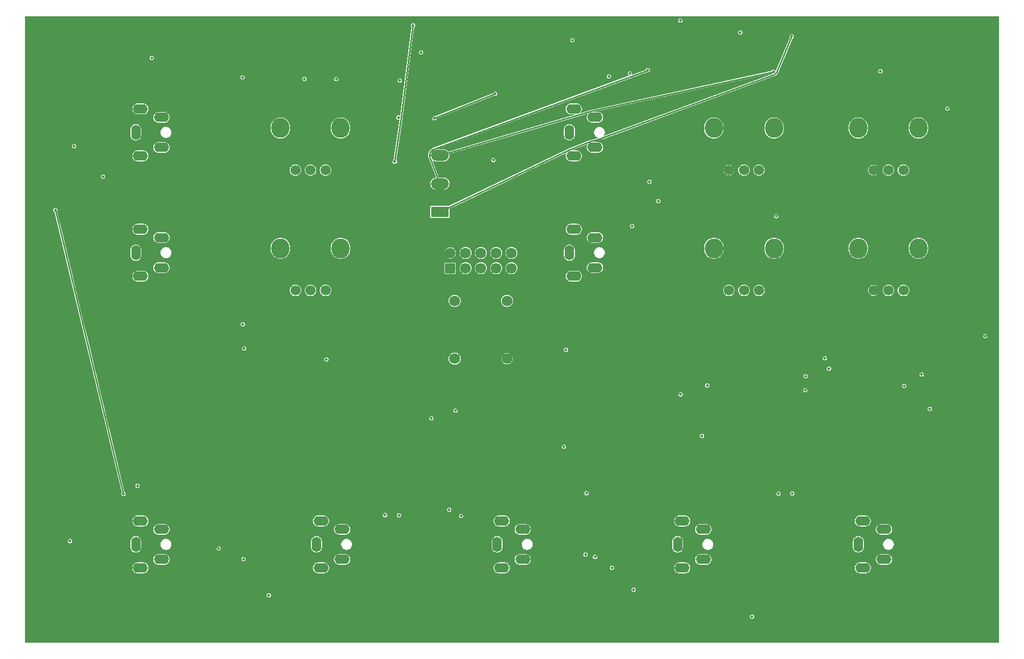
<source format=gbr>
%TF.GenerationSoftware,KiCad,Pcbnew,7.0.6+dfsg-1*%
%TF.CreationDate,2023-07-24T09:36:45-07:00*%
%TF.ProjectId,VCO,56434f2e-6b69-4636-9164-5f7063625858,rev?*%
%TF.SameCoordinates,Original*%
%TF.FileFunction,Copper,L2,Inr*%
%TF.FilePolarity,Positive*%
%FSLAX46Y46*%
G04 Gerber Fmt 4.6, Leading zero omitted, Abs format (unit mm)*
G04 Created by KiCad (PCBNEW 7.0.6+dfsg-1) date 2023-07-24 09:36:45*
%MOMM*%
%LPD*%
G01*
G04 APERTURE LIST*
%TA.AperFunction,ComponentPad*%
%ADD10C,1.800000*%
%TD*%
%TA.AperFunction,ComponentPad*%
%ADD11R,1.800000X1.800000*%
%TD*%
%TA.AperFunction,ComponentPad*%
%ADD12C,1.700000*%
%TD*%
%TA.AperFunction,ComponentPad*%
%ADD13O,3.000000X3.300000*%
%TD*%
%TA.AperFunction,ComponentPad*%
%ADD14O,1.600000X2.500000*%
%TD*%
%TA.AperFunction,ComponentPad*%
%ADD15O,2.500000X1.600000*%
%TD*%
%TA.AperFunction,ComponentPad*%
%ADD16R,3.000000X1.800000*%
%TD*%
%TA.AperFunction,ComponentPad*%
%ADD17O,3.000000X1.800000*%
%TD*%
%TA.AperFunction,ViaPad*%
%ADD18C,0.460000*%
%TD*%
%TA.AperFunction,Conductor*%
%ADD19C,0.250000*%
%TD*%
G04 APERTURE END LIST*
D10*
%TO.N,Net-12V*%
%TO.C,J101*%
X136980000Y-86316500D03*
X136980000Y-88856500D03*
%TO.N,GND*%
X134440000Y-86316500D03*
X134440000Y-88856500D03*
X131900000Y-86316500D03*
X131900000Y-88856500D03*
X129360000Y-86316500D03*
X129360000Y-88856500D03*
%TO.N,Net+12V*%
X126820000Y-86316500D03*
D11*
X126820000Y-88856500D03*
%TD*%
D10*
%TO.N,Net-12V*%
%TO.C,D102*%
X127550000Y-94300000D03*
%TO.N,GND*%
X136250000Y-94300000D03*
%TD*%
%TO.N,GND*%
%TO.C,D101*%
X127550000Y-103900000D03*
%TO.N,Net+12V*%
X136250000Y-103900000D03*
%TD*%
D12*
%TO.N,GND*%
%TO.C,RV202*%
X106100000Y-72550500D03*
%TO.N,/6: CA3080_lm13700/Net-R205-Pad1*%
X103600000Y-72550500D03*
%TO.N,/6: CA3080_lm13700/Net-J202-PadT*%
X101100000Y-72550500D03*
D13*
%TO.N,unconnected-(RV202-Pad4)*%
X98600000Y-65550500D03*
%TO.N,unconnected-(RV202-Pad5)*%
X108600000Y-65550500D03*
%TD*%
D14*
%TO.N,GND*%
%TO.C,J201*%
X74600000Y-86280000D03*
D15*
%TO.N,/6: CA3080_lm13700/Net-C201-Pad1*%
X75349000Y-82380000D03*
%TO.N,unconnected-(J201-Pad4)*%
X78850000Y-83780000D03*
%TO.N,unconnected-(J201-Pad5)*%
X78850000Y-88780000D03*
%TO.N,/6: CA3080_lm13700/Net-C201-Pad1*%
X75349000Y-90180000D03*
%TD*%
D14*
%TO.N,GND*%
%TO.C,J203*%
X146600000Y-66280000D03*
D15*
%TO.N,/3: TL072-9_tl072/Net-J203-PadT*%
X147349000Y-62380000D03*
%TO.N,unconnected-(J203-Pad4)*%
X150850000Y-63780000D03*
%TO.N,unconnected-(J203-Pad5)*%
X150850000Y-68780000D03*
%TO.N,/3: TL072-9_tl072/Net-J203-PadT*%
X147349000Y-70180000D03*
%TD*%
D12*
%TO.N,Net-12V*%
%TO.C,RV402*%
X202100000Y-92550500D03*
%TO.N,/4: TL072-7_tl072/Net-R402-Pad1*%
X199600000Y-92550500D03*
%TO.N,Net+12V*%
X197100000Y-92550500D03*
D13*
%TO.N,unconnected-(RV402-Pad4)*%
X194600000Y-85550500D03*
%TO.N,unconnected-(RV402-Pad5)*%
X204600000Y-85550500D03*
%TD*%
D14*
%TO.N,GND*%
%TO.C,J204*%
X194600000Y-134780000D03*
D15*
%TO.N,/2: TL072-8_tl072/Net-J204-PadT*%
X195349000Y-130880000D03*
%TO.N,unconnected-(J204-Pad4)*%
X198850000Y-132280000D03*
%TO.N,unconnected-(J204-Pad5)*%
X198850000Y-137280000D03*
%TO.N,/2: TL072-8_tl072/Net-J204-PadT*%
X195349000Y-138680000D03*
%TD*%
D14*
%TO.N,GND*%
%TO.C,J401*%
X146600000Y-86280000D03*
D15*
%TO.N,/5: TL072-4_tl072/Net-J401-PadT*%
X147349000Y-82380000D03*
%TO.N,unconnected-(J401-Pad4)*%
X150850000Y-83780000D03*
%TO.N,unconnected-(J401-Pad5)*%
X150850000Y-88780000D03*
%TO.N,/5: TL072-4_tl072/Net-J401-PadT*%
X147349000Y-90180000D03*
%TD*%
D12*
%TO.N,Net-12V*%
%TO.C,RV204*%
X178100000Y-72550500D03*
%TO.N,/3: TL072-9_tl072/Net-R207-Pad1*%
X175600000Y-72550500D03*
%TO.N,Net+12V*%
X173100000Y-72550500D03*
D13*
%TO.N,unconnected-(RV204-Pad4)*%
X170600000Y-65550500D03*
%TO.N,unconnected-(RV204-Pad5)*%
X180600000Y-65550500D03*
%TD*%
D16*
%TO.N,/6: CA3080_lm13700/Net-C205-Pad1*%
%TO.C,SW201*%
X125100000Y-79511500D03*
D17*
%TO.N,Net-SW201-Pad2*%
X125100000Y-74811500D03*
%TO.N,/6: CA3080_lm13700/Net-C206-Pad1*%
X125100000Y-70111500D03*
%TD*%
D12*
%TO.N,Net-12V*%
%TO.C,RV203*%
X202100000Y-72550500D03*
%TO.N,/4: TL072-7_tl072/Net-R206-Pad1*%
X199600000Y-72550500D03*
%TO.N,Net+12V*%
X197100000Y-72550500D03*
D13*
%TO.N,unconnected-(RV203-Pad4)*%
X194600000Y-65550500D03*
%TO.N,unconnected-(RV203-Pad5)*%
X204600000Y-65550500D03*
%TD*%
D12*
%TO.N,GND*%
%TO.C,RV401*%
X178100000Y-92550500D03*
%TO.N,/5: TL072-4_tl072/Net-R401-Pad1*%
X175600000Y-92550500D03*
%TO.N,/5: TL072-4_tl072/Net-J401-PadT*%
X173100000Y-92550500D03*
D13*
%TO.N,unconnected-(RV401-Pad4)*%
X170600000Y-85550500D03*
%TO.N,unconnected-(RV401-Pad5)*%
X180600000Y-85550500D03*
%TD*%
D14*
%TO.N,GND*%
%TO.C,J402*%
X134600000Y-134780000D03*
D15*
%TO.N,/3: TL072-9_tl072/Net-J402-PadT*%
X135349000Y-130880000D03*
%TO.N,unconnected-(J402-Pad4)*%
X138850000Y-132280000D03*
%TO.N,unconnected-(J402-Pad5)*%
X138850000Y-137280000D03*
%TO.N,/3: TL072-9_tl072/Net-J402-PadT*%
X135349000Y-138680000D03*
%TD*%
D14*
%TO.N,GND*%
%TO.C,J301*%
X164600000Y-134780000D03*
D15*
%TO.N,/2: TL072-8_tl072/Net-J301-PadT*%
X165349000Y-130880000D03*
%TO.N,unconnected-(J301-Pad4)*%
X168850000Y-132280000D03*
%TO.N,unconnected-(J301-Pad5)*%
X168850000Y-137280000D03*
%TO.N,/2: TL072-8_tl072/Net-J301-PadT*%
X165349000Y-138680000D03*
%TD*%
D14*
%TO.N,GND*%
%TO.C,J202*%
X74600000Y-66280000D03*
D15*
%TO.N,/6: CA3080_lm13700/Net-J202-PadT*%
X75349000Y-62380000D03*
%TO.N,unconnected-(J202-Pad4)*%
X78850000Y-63780000D03*
%TO.N,unconnected-(J202-Pad5)*%
X78850000Y-68780000D03*
%TO.N,/6: CA3080_lm13700/Net-J202-PadT*%
X75349000Y-70180000D03*
%TD*%
D14*
%TO.N,GND*%
%TO.C,J501*%
X74600000Y-134780000D03*
D15*
%TO.N,/5: TL072-4_tl072/Net-J501-PadT*%
X75349000Y-130880000D03*
%TO.N,unconnected-(J501-Pad4)*%
X78850000Y-132280000D03*
%TO.N,unconnected-(J501-Pad5)*%
X78850000Y-137280000D03*
%TO.N,/5: TL072-4_tl072/Net-J501-PadT*%
X75349000Y-138680000D03*
%TD*%
D14*
%TO.N,GND*%
%TO.C,J502*%
X104600000Y-134780000D03*
D15*
%TO.N,/4: TL072-7_tl072/Net-J502-PadT*%
X105349000Y-130880000D03*
%TO.N,unconnected-(J502-Pad4)*%
X108850000Y-132280000D03*
%TO.N,unconnected-(J502-Pad5)*%
X108850000Y-137280000D03*
%TO.N,/4: TL072-7_tl072/Net-J502-PadT*%
X105349000Y-138680000D03*
%TD*%
D12*
%TO.N,GND*%
%TO.C,RV201*%
X106100000Y-92550500D03*
%TO.N,/6: CA3080_lm13700/Net-R202-Pad1*%
X103600000Y-92550500D03*
%TO.N,/6: CA3080_lm13700/Net-C201-Pad2*%
X101100000Y-92550500D03*
D13*
%TO.N,unconnected-(RV201-Pad4)*%
X98600000Y-85550500D03*
%TO.N,unconnected-(RV201-Pad5)*%
X108600000Y-85550500D03*
%TD*%
D18*
%TO.N,/6: CA3080_lm13700/Net-C205-Pad1*%
X183549749Y-50326664D03*
%TO.N,/6: CA3080_lm13700/Net-C206-Pad1*%
X180534011Y-56194965D03*
%TO.N,Net-12V*%
X127680189Y-112537983D03*
X92359334Y-98191528D03*
X198281457Y-56092014D03*
X157027010Y-81862869D03*
X92590983Y-102202019D03*
X156663516Y-56472248D03*
X180971608Y-80208081D03*
X121964355Y-52994663D03*
X146034933Y-102415937D03*
X96673552Y-143233785D03*
X153164102Y-56971278D03*
X215678635Y-100159616D03*
X165023800Y-47682049D03*
X69128261Y-73632966D03*
X157286069Y-142306600D03*
X169510987Y-108335527D03*
X64307547Y-68571536D03*
X118423330Y-57659526D03*
X165075738Y-109841947D03*
X133976541Y-70885594D03*
X202221207Y-108423240D03*
X123664532Y-113807537D03*
X153672162Y-138669227D03*
X205108497Y-106514974D03*
X92485572Y-137214518D03*
%TO.N,/3: TL072-9_tl072/Net-D201-Pad1*%
X77232170Y-53917069D03*
X118206237Y-63791992D03*
%TO.N,/3: TL072-9_tl072/Net-D601-Pad1*%
X183626064Y-126308834D03*
%TO.N,LEDSine*%
X185875318Y-106809175D03*
X209405969Y-62310824D03*
%TO.N,Net-R404-Pad1*%
X185794017Y-109144948D03*
X189033915Y-103804487D03*
%TO.N,/3: TL072-9_tl072/Net-D602-Pad1*%
X126631923Y-129006599D03*
%TO.N,/4: TL072-7_tl072/Net-D603-Pad1*%
X118307007Y-129938830D03*
%TO.N,/4: TL072-7_tl072/Net-D604-Pad1*%
X63661744Y-134228755D03*
%TO.N,BaseSquare*%
X147103962Y-50940770D03*
X159900697Y-74479016D03*
%TO.N,/3: TL072-9_tl072/Net-J203-PadT*%
X92311040Y-57143476D03*
%TO.N,Net+12V*%
X192165471Y-116570709D03*
X167341368Y-49425482D03*
X58956370Y-62216553D03*
X158880470Y-114976667D03*
X87191795Y-130890175D03*
X157065523Y-97065275D03*
X117458517Y-118913538D03*
X128328690Y-47861985D03*
X63764000Y-119821705D03*
X128037029Y-100683243D03*
X80133235Y-107504248D03*
X166820416Y-50301324D03*
X147781963Y-132075020D03*
X215294979Y-67684676D03*
X161361114Y-61983234D03*
X195285072Y-113567263D03*
X204148189Y-50389551D03*
X85769989Y-107433334D03*
X114770350Y-121116886D03*
X162120249Y-56405112D03*
X214242766Y-74332842D03*
X154656423Y-116947889D03*
%TO.N,/5: TL072-4_tl072/Net-J501-PadT*%
X74865314Y-125026075D03*
%TO.N,Net-R209-Pad2*%
X120631446Y-48474253D03*
X117597333Y-71150058D03*
%TO.N,/4: TL072-7_tl072/Net-Q203-Pad2*%
X161378384Y-77708035D03*
X174984310Y-49661014D03*
%TO.N,Net-C202-Pad2*%
X124176982Y-63931554D03*
X134274507Y-59854233D03*
%TO.N,LEDInvertedSaw*%
X61220757Y-79221084D03*
X72550805Y-126398441D03*
%TO.N,/5: TL072-4_tl072/Net-Q502-Pad3*%
X106233490Y-104028575D03*
X145699666Y-118528747D03*
%TO.N,Net-SW201-Pad2*%
X159619678Y-55951830D03*
%TO.N,/4: TL072-7_tl072/Net-R206-Pad1*%
X107878542Y-57411771D03*
%TO.N,/3: TL072-9_tl072/Net-R207-Pad1*%
X102601164Y-57383606D03*
%TO.N,/5: TL072-4_tl072/Net-R401-Pad1*%
X206464717Y-112223174D03*
%TO.N,/4: TL072-7_tl072/Net-R405-Pad2*%
X189722948Y-105541739D03*
X168631807Y-116736000D03*
%TO.N,/3: TL072-9_tl072/Net-R601-Pad1*%
X150872292Y-136852135D03*
X176936298Y-146778516D03*
%TO.N,/3: TL072-9_tl072/Net-R609-Pad1*%
X149276626Y-136463757D03*
X181319680Y-126324529D03*
%TO.N,/3: TL072-9_tl072/Net-R610-Pad1*%
X149446386Y-126254677D03*
X128626141Y-130047212D03*
%TO.N,/4: TL072-7_tl072/Net-R611-Pad1*%
X88349563Y-135466230D03*
X115984171Y-129901597D03*
%TD*%
D19*
%TO.N,/6: CA3080_lm13700/Net-C205-Pad1*%
X183549749Y-50326664D02*
X180984310Y-56385627D01*
X146433794Y-69255525D02*
X125100000Y-79511500D01*
X150203764Y-67766012D02*
X149962752Y-67844322D01*
X149948738Y-67849394D02*
X146447738Y-69249394D01*
X151888935Y-67278017D02*
X150210722Y-67763875D01*
X180703219Y-56653756D02*
X151959525Y-67254814D01*
X180703228Y-56653780D02*
G75*
G03*
X180984309Y-56385627I-169228J458780D01*
G01*
X146447738Y-69249393D02*
G75*
G03*
X146433794Y-69255525I83862J-209607D01*
G01*
X151888935Y-67278018D02*
G75*
G03*
X151959525Y-67254813I-288935J997918D01*
G01*
X150210723Y-67763877D02*
G75*
G03*
X150203764Y-67766012I63677J-219923D01*
G01*
X149962752Y-67844323D02*
G75*
G03*
X149948738Y-67849394I69548J-214077D01*
G01*
%TO.N,/6: CA3080_lm13700/Net-C206-Pad1*%
X180534011Y-56194965D02*
X150225660Y-62760100D01*
X150210105Y-62764055D02*
X125100000Y-70111500D01*
X150225660Y-62760099D02*
G75*
G03*
X150210105Y-62764056I47740J-220201D01*
G01*
%TO.N,Net-R209-Pad2*%
X118691392Y-63853194D02*
X120631446Y-48474253D01*
X117597333Y-71150058D02*
X118689830Y-63864509D01*
X118689830Y-63864509D02*
G75*
G03*
X118691391Y-63853194I-484230J72609D01*
G01*
%TO.N,Net-C202-Pad2*%
X124176982Y-63931554D02*
X134274507Y-59854233D01*
%TO.N,LEDInvertedSaw*%
X61220757Y-79221084D02*
X72550805Y-126398441D01*
%TO.N,Net-SW201-Pad2*%
X123368035Y-70079479D02*
X123404866Y-69823312D01*
X124044421Y-69073314D02*
X159619678Y-55951830D01*
X123422909Y-69761865D02*
X123530419Y-69526451D01*
X123782920Y-69235049D02*
X124000638Y-69095131D01*
X125100000Y-74811500D02*
X123417643Y-70448618D01*
X123565042Y-69472576D02*
X123734521Y-69276987D01*
X123404866Y-70399688D02*
X123368035Y-70143521D01*
X123368036Y-70079479D02*
G75*
G03*
X123368036Y-70143521I222764J-32021D01*
G01*
X123404860Y-70399689D02*
G75*
G03*
X123417644Y-70448618I222840J32089D01*
G01*
X124044420Y-69073311D02*
G75*
G03*
X124000638Y-69095132I77880J-211089D01*
G01*
X123565037Y-69472572D02*
G75*
G03*
X123530419Y-69526451I170063J-147328D01*
G01*
X123422899Y-69761860D02*
G75*
G03*
X123404866Y-69823312I204701J-93440D01*
G01*
X123782913Y-69235038D02*
G75*
G03*
X123734521Y-69276987I121687J-189262D01*
G01*
%TD*%
%TA.AperFunction,Conductor*%
%TO.N,Net+12V*%
G36*
X217995399Y-47004601D02*
G01*
X217999500Y-47014500D01*
X217999500Y-151085500D01*
X217995399Y-151095399D01*
X217985500Y-151099500D01*
X56214500Y-151099500D01*
X56204601Y-151095399D01*
X56200500Y-151085500D01*
X56200500Y-146778516D01*
X176577379Y-146778516D01*
X176594946Y-146889428D01*
X176645926Y-146989484D01*
X176725329Y-147068887D01*
X176725331Y-147068888D01*
X176825386Y-147119868D01*
X176936298Y-147137435D01*
X177047210Y-147119868D01*
X177147265Y-147068888D01*
X177226670Y-146989483D01*
X177277650Y-146889428D01*
X177295217Y-146778516D01*
X177277650Y-146667604D01*
X177226670Y-146567549D01*
X177226669Y-146567547D01*
X177147266Y-146488144D01*
X177047210Y-146437164D01*
X177047211Y-146437164D01*
X176936298Y-146419597D01*
X176825385Y-146437164D01*
X176725329Y-146488144D01*
X176645926Y-146567547D01*
X176594946Y-146667603D01*
X176577379Y-146778516D01*
X56200500Y-146778516D01*
X56200500Y-143233785D01*
X96314633Y-143233785D01*
X96332200Y-143344697D01*
X96383180Y-143444753D01*
X96462583Y-143524156D01*
X96462585Y-143524157D01*
X96562640Y-143575137D01*
X96673552Y-143592704D01*
X96784464Y-143575137D01*
X96884519Y-143524157D01*
X96963924Y-143444752D01*
X97014904Y-143344697D01*
X97032471Y-143233785D01*
X97014904Y-143122873D01*
X96963924Y-143022818D01*
X96963923Y-143022816D01*
X96884520Y-142943413D01*
X96784464Y-142892433D01*
X96784465Y-142892433D01*
X96673552Y-142874866D01*
X96562639Y-142892433D01*
X96462583Y-142943413D01*
X96383180Y-143022816D01*
X96332200Y-143122872D01*
X96314633Y-143233785D01*
X56200500Y-143233785D01*
X56200500Y-142306600D01*
X156927150Y-142306600D01*
X156944717Y-142417512D01*
X156995697Y-142517568D01*
X157075100Y-142596971D01*
X157075102Y-142596972D01*
X157175157Y-142647952D01*
X157286069Y-142665519D01*
X157396981Y-142647952D01*
X157497036Y-142596972D01*
X157576441Y-142517567D01*
X157627421Y-142417512D01*
X157644988Y-142306600D01*
X157627421Y-142195688D01*
X157576441Y-142095633D01*
X157576440Y-142095631D01*
X157497037Y-142016228D01*
X157396981Y-141965248D01*
X157396982Y-141965248D01*
X157286069Y-141947681D01*
X157175156Y-141965248D01*
X157075100Y-142016228D01*
X156995697Y-142095631D01*
X156944717Y-142195687D01*
X156927150Y-142306600D01*
X56200500Y-142306600D01*
X56200500Y-138774650D01*
X73998500Y-138774650D01*
X74037854Y-138959796D01*
X74037855Y-138959800D01*
X74037856Y-138959803D01*
X74068285Y-139028146D01*
X74114850Y-139132732D01*
X74226109Y-139285868D01*
X74366783Y-139412533D01*
X74366786Y-139412535D01*
X74530710Y-139507176D01*
X74530711Y-139507176D01*
X74530716Y-139507179D01*
X74710744Y-139565674D01*
X74710745Y-139565674D01*
X74710747Y-139565675D01*
X74825191Y-139577702D01*
X74851800Y-139580499D01*
X74851801Y-139580500D01*
X74851808Y-139580500D01*
X75846199Y-139580500D01*
X75846199Y-139580499D01*
X75890374Y-139575856D01*
X75987252Y-139565675D01*
X75987253Y-139565674D01*
X75987256Y-139565674D01*
X76167284Y-139507179D01*
X76331216Y-139412533D01*
X76471888Y-139285871D01*
X76583151Y-139132730D01*
X76660144Y-138959803D01*
X76699499Y-138774650D01*
X103998500Y-138774650D01*
X104037854Y-138959796D01*
X104037855Y-138959800D01*
X104037856Y-138959803D01*
X104068285Y-139028146D01*
X104114850Y-139132732D01*
X104226109Y-139285868D01*
X104366783Y-139412533D01*
X104366786Y-139412535D01*
X104530710Y-139507176D01*
X104530711Y-139507176D01*
X104530716Y-139507179D01*
X104710744Y-139565674D01*
X104710745Y-139565674D01*
X104710747Y-139565675D01*
X104825191Y-139577702D01*
X104851800Y-139580499D01*
X104851801Y-139580500D01*
X104851808Y-139580500D01*
X105846199Y-139580500D01*
X105846199Y-139580499D01*
X105890374Y-139575856D01*
X105987252Y-139565675D01*
X105987253Y-139565674D01*
X105987256Y-139565674D01*
X106167284Y-139507179D01*
X106331216Y-139412533D01*
X106471888Y-139285871D01*
X106583151Y-139132730D01*
X106660144Y-138959803D01*
X106699499Y-138774650D01*
X133998500Y-138774650D01*
X134037854Y-138959796D01*
X134037855Y-138959800D01*
X134037856Y-138959803D01*
X134068285Y-139028146D01*
X134114850Y-139132732D01*
X134226109Y-139285868D01*
X134366783Y-139412533D01*
X134366786Y-139412535D01*
X134530710Y-139507176D01*
X134530711Y-139507176D01*
X134530716Y-139507179D01*
X134710744Y-139565674D01*
X134710745Y-139565674D01*
X134710747Y-139565675D01*
X134825191Y-139577702D01*
X134851800Y-139580499D01*
X134851801Y-139580500D01*
X134851808Y-139580500D01*
X135846199Y-139580500D01*
X135846199Y-139580499D01*
X135890374Y-139575856D01*
X135987252Y-139565675D01*
X135987253Y-139565674D01*
X135987256Y-139565674D01*
X136167284Y-139507179D01*
X136331216Y-139412533D01*
X136471888Y-139285871D01*
X136583151Y-139132730D01*
X136660144Y-138959803D01*
X136699500Y-138774646D01*
X136699500Y-138669227D01*
X153313243Y-138669227D01*
X153330810Y-138780139D01*
X153381790Y-138880195D01*
X153461193Y-138959598D01*
X153461195Y-138959599D01*
X153561250Y-139010579D01*
X153672162Y-139028146D01*
X153783074Y-139010579D01*
X153883129Y-138959599D01*
X153962534Y-138880194D01*
X154013514Y-138780139D01*
X154014383Y-138774650D01*
X163998500Y-138774650D01*
X164037854Y-138959796D01*
X164037855Y-138959800D01*
X164037856Y-138959803D01*
X164068285Y-139028146D01*
X164114850Y-139132732D01*
X164226109Y-139285868D01*
X164366783Y-139412533D01*
X164366786Y-139412535D01*
X164530710Y-139507176D01*
X164530711Y-139507176D01*
X164530716Y-139507179D01*
X164710744Y-139565674D01*
X164710745Y-139565674D01*
X164710747Y-139565675D01*
X164825191Y-139577702D01*
X164851800Y-139580499D01*
X164851801Y-139580500D01*
X164851808Y-139580500D01*
X165846199Y-139580500D01*
X165846199Y-139580499D01*
X165890374Y-139575856D01*
X165987252Y-139565675D01*
X165987253Y-139565674D01*
X165987256Y-139565674D01*
X166167284Y-139507179D01*
X166331216Y-139412533D01*
X166471888Y-139285871D01*
X166583151Y-139132730D01*
X166660144Y-138959803D01*
X166699499Y-138774650D01*
X193998500Y-138774650D01*
X194037854Y-138959796D01*
X194037855Y-138959800D01*
X194037856Y-138959803D01*
X194068285Y-139028146D01*
X194114850Y-139132732D01*
X194226109Y-139285868D01*
X194366783Y-139412533D01*
X194366786Y-139412535D01*
X194530710Y-139507176D01*
X194530711Y-139507176D01*
X194530716Y-139507179D01*
X194710744Y-139565674D01*
X194710745Y-139565674D01*
X194710747Y-139565675D01*
X194825191Y-139577702D01*
X194851800Y-139580499D01*
X194851801Y-139580500D01*
X194851808Y-139580500D01*
X195846199Y-139580500D01*
X195846199Y-139580499D01*
X195890374Y-139575856D01*
X195987252Y-139565675D01*
X195987253Y-139565674D01*
X195987256Y-139565674D01*
X196167284Y-139507179D01*
X196331216Y-139412533D01*
X196471888Y-139285871D01*
X196583151Y-139132730D01*
X196660144Y-138959803D01*
X196699500Y-138774646D01*
X196699500Y-138585354D01*
X196660144Y-138400197D01*
X196583151Y-138227270D01*
X196538399Y-138165674D01*
X196471890Y-138074131D01*
X196331216Y-137947466D01*
X196331213Y-137947464D01*
X196167289Y-137852823D01*
X196167285Y-137852821D01*
X196167284Y-137852821D01*
X196080633Y-137824666D01*
X195987254Y-137794325D01*
X195987252Y-137794324D01*
X195846199Y-137779500D01*
X195846192Y-137779500D01*
X194851808Y-137779500D01*
X194851801Y-137779500D01*
X194710747Y-137794324D01*
X194710745Y-137794325D01*
X194530716Y-137852821D01*
X194530710Y-137852823D01*
X194366786Y-137947464D01*
X194366783Y-137947466D01*
X194226109Y-138074131D01*
X194114850Y-138227267D01*
X194037856Y-138400197D01*
X194037854Y-138400203D01*
X193998500Y-138585349D01*
X193998500Y-138774650D01*
X166699499Y-138774650D01*
X166699500Y-138774646D01*
X166699500Y-138585354D01*
X166660144Y-138400197D01*
X166583151Y-138227270D01*
X166538399Y-138165674D01*
X166471890Y-138074131D01*
X166331216Y-137947466D01*
X166331213Y-137947464D01*
X166167289Y-137852823D01*
X166167285Y-137852821D01*
X166167284Y-137852821D01*
X166080633Y-137824666D01*
X165987254Y-137794325D01*
X165987252Y-137794324D01*
X165846199Y-137779500D01*
X165846192Y-137779500D01*
X164851808Y-137779500D01*
X164851801Y-137779500D01*
X164710747Y-137794324D01*
X164710745Y-137794325D01*
X164530716Y-137852821D01*
X164530710Y-137852823D01*
X164366786Y-137947464D01*
X164366783Y-137947466D01*
X164226109Y-138074131D01*
X164114850Y-138227267D01*
X164037856Y-138400197D01*
X164037854Y-138400203D01*
X163998500Y-138585349D01*
X163998500Y-138774650D01*
X154014383Y-138774650D01*
X154031081Y-138669227D01*
X154013514Y-138558315D01*
X153962534Y-138458260D01*
X153962533Y-138458258D01*
X153883130Y-138378855D01*
X153783074Y-138327875D01*
X153783075Y-138327875D01*
X153672162Y-138310308D01*
X153561249Y-138327875D01*
X153461193Y-138378855D01*
X153381790Y-138458258D01*
X153330810Y-138558314D01*
X153313243Y-138669227D01*
X136699500Y-138669227D01*
X136699500Y-138585354D01*
X136660144Y-138400197D01*
X136583151Y-138227270D01*
X136538399Y-138165674D01*
X136471890Y-138074131D01*
X136331216Y-137947466D01*
X136331213Y-137947464D01*
X136167289Y-137852823D01*
X136167285Y-137852821D01*
X136167284Y-137852821D01*
X136080633Y-137824666D01*
X135987254Y-137794325D01*
X135987252Y-137794324D01*
X135846199Y-137779500D01*
X135846192Y-137779500D01*
X134851808Y-137779500D01*
X134851801Y-137779500D01*
X134710747Y-137794324D01*
X134710745Y-137794325D01*
X134530716Y-137852821D01*
X134530710Y-137852823D01*
X134366786Y-137947464D01*
X134366783Y-137947466D01*
X134226109Y-138074131D01*
X134114850Y-138227267D01*
X134037856Y-138400197D01*
X134037854Y-138400203D01*
X133998500Y-138585349D01*
X133998500Y-138774650D01*
X106699499Y-138774650D01*
X106699500Y-138774646D01*
X106699500Y-138585354D01*
X106660144Y-138400197D01*
X106583151Y-138227270D01*
X106538399Y-138165674D01*
X106471890Y-138074131D01*
X106331216Y-137947466D01*
X106331213Y-137947464D01*
X106167289Y-137852823D01*
X106167285Y-137852821D01*
X106167284Y-137852821D01*
X106080633Y-137824666D01*
X105987254Y-137794325D01*
X105987252Y-137794324D01*
X105846199Y-137779500D01*
X105846192Y-137779500D01*
X104851808Y-137779500D01*
X104851801Y-137779500D01*
X104710747Y-137794324D01*
X104710745Y-137794325D01*
X104530716Y-137852821D01*
X104530710Y-137852823D01*
X104366786Y-137947464D01*
X104366783Y-137947466D01*
X104226109Y-138074131D01*
X104114850Y-138227267D01*
X104037856Y-138400197D01*
X104037854Y-138400203D01*
X103998500Y-138585349D01*
X103998500Y-138774650D01*
X76699499Y-138774650D01*
X76699500Y-138774646D01*
X76699500Y-138585354D01*
X76660144Y-138400197D01*
X76583151Y-138227270D01*
X76538399Y-138165674D01*
X76471890Y-138074131D01*
X76331216Y-137947466D01*
X76331213Y-137947464D01*
X76167289Y-137852823D01*
X76167285Y-137852821D01*
X76167284Y-137852821D01*
X76080633Y-137824666D01*
X75987254Y-137794325D01*
X75987252Y-137794324D01*
X75846199Y-137779500D01*
X75846192Y-137779500D01*
X74851808Y-137779500D01*
X74851801Y-137779500D01*
X74710747Y-137794324D01*
X74710745Y-137794325D01*
X74530716Y-137852821D01*
X74530710Y-137852823D01*
X74366786Y-137947464D01*
X74366783Y-137947466D01*
X74226109Y-138074131D01*
X74114850Y-138227267D01*
X74037856Y-138400197D01*
X74037854Y-138400203D01*
X73998500Y-138585349D01*
X73998500Y-138774650D01*
X56200500Y-138774650D01*
X56200500Y-137374650D01*
X77499500Y-137374650D01*
X77538854Y-137559796D01*
X77538855Y-137559800D01*
X77538856Y-137559803D01*
X77615849Y-137732730D01*
X77615850Y-137732732D01*
X77727109Y-137885868D01*
X77867783Y-138012533D01*
X77867786Y-138012535D01*
X78031710Y-138107176D01*
X78031711Y-138107176D01*
X78031716Y-138107179D01*
X78211744Y-138165674D01*
X78211745Y-138165674D01*
X78211747Y-138165675D01*
X78326191Y-138177702D01*
X78352800Y-138180499D01*
X78352801Y-138180500D01*
X78352808Y-138180500D01*
X79347199Y-138180500D01*
X79347199Y-138180499D01*
X79391374Y-138175856D01*
X79488252Y-138165675D01*
X79488253Y-138165674D01*
X79488256Y-138165674D01*
X79668284Y-138107179D01*
X79832216Y-138012533D01*
X79972888Y-137885871D01*
X80084151Y-137732730D01*
X80161144Y-137559803D01*
X80200500Y-137374646D01*
X80200500Y-137214518D01*
X92126653Y-137214518D01*
X92144220Y-137325430D01*
X92195200Y-137425486D01*
X92274603Y-137504889D01*
X92274605Y-137504890D01*
X92374660Y-137555870D01*
X92485572Y-137573437D01*
X92596484Y-137555870D01*
X92696539Y-137504890D01*
X92775944Y-137425485D01*
X92801845Y-137374650D01*
X107499500Y-137374650D01*
X107538854Y-137559796D01*
X107538855Y-137559800D01*
X107538856Y-137559803D01*
X107615849Y-137732730D01*
X107615850Y-137732732D01*
X107727109Y-137885868D01*
X107867783Y-138012533D01*
X107867786Y-138012535D01*
X108031710Y-138107176D01*
X108031711Y-138107176D01*
X108031716Y-138107179D01*
X108211744Y-138165674D01*
X108211745Y-138165674D01*
X108211747Y-138165675D01*
X108326191Y-138177702D01*
X108352800Y-138180499D01*
X108352801Y-138180500D01*
X108352808Y-138180500D01*
X109347199Y-138180500D01*
X109347199Y-138180499D01*
X109391374Y-138175856D01*
X109488252Y-138165675D01*
X109488253Y-138165674D01*
X109488256Y-138165674D01*
X109668284Y-138107179D01*
X109832216Y-138012533D01*
X109972888Y-137885871D01*
X110084151Y-137732730D01*
X110161144Y-137559803D01*
X110200499Y-137374650D01*
X137499500Y-137374650D01*
X137538854Y-137559796D01*
X137538855Y-137559800D01*
X137538856Y-137559803D01*
X137615849Y-137732730D01*
X137615850Y-137732732D01*
X137727109Y-137885868D01*
X137867783Y-138012533D01*
X137867786Y-138012535D01*
X138031710Y-138107176D01*
X138031711Y-138107176D01*
X138031716Y-138107179D01*
X138211744Y-138165674D01*
X138211745Y-138165674D01*
X138211747Y-138165675D01*
X138326191Y-138177702D01*
X138352800Y-138180499D01*
X138352801Y-138180500D01*
X138352808Y-138180500D01*
X139347199Y-138180500D01*
X139347199Y-138180499D01*
X139391374Y-138175856D01*
X139488252Y-138165675D01*
X139488253Y-138165674D01*
X139488256Y-138165674D01*
X139668284Y-138107179D01*
X139832216Y-138012533D01*
X139972888Y-137885871D01*
X140084151Y-137732730D01*
X140161144Y-137559803D01*
X140200499Y-137374650D01*
X167499500Y-137374650D01*
X167538854Y-137559796D01*
X167538855Y-137559800D01*
X167538856Y-137559803D01*
X167615849Y-137732730D01*
X167615850Y-137732732D01*
X167727109Y-137885868D01*
X167867783Y-138012533D01*
X167867786Y-138012535D01*
X168031710Y-138107176D01*
X168031711Y-138107176D01*
X168031716Y-138107179D01*
X168211744Y-138165674D01*
X168211745Y-138165674D01*
X168211747Y-138165675D01*
X168326191Y-138177702D01*
X168352800Y-138180499D01*
X168352801Y-138180500D01*
X168352808Y-138180500D01*
X169347199Y-138180500D01*
X169347199Y-138180499D01*
X169391374Y-138175856D01*
X169488252Y-138165675D01*
X169488253Y-138165674D01*
X169488256Y-138165674D01*
X169668284Y-138107179D01*
X169832216Y-138012533D01*
X169972888Y-137885871D01*
X170084151Y-137732730D01*
X170161144Y-137559803D01*
X170200499Y-137374650D01*
X197499500Y-137374650D01*
X197538854Y-137559796D01*
X197538855Y-137559800D01*
X197538856Y-137559803D01*
X197615849Y-137732730D01*
X197615850Y-137732732D01*
X197727109Y-137885868D01*
X197867783Y-138012533D01*
X197867786Y-138012535D01*
X198031710Y-138107176D01*
X198031711Y-138107176D01*
X198031716Y-138107179D01*
X198211744Y-138165674D01*
X198211745Y-138165674D01*
X198211747Y-138165675D01*
X198326191Y-138177702D01*
X198352800Y-138180499D01*
X198352801Y-138180500D01*
X198352808Y-138180500D01*
X199347199Y-138180500D01*
X199347199Y-138180499D01*
X199391374Y-138175856D01*
X199488252Y-138165675D01*
X199488253Y-138165674D01*
X199488256Y-138165674D01*
X199668284Y-138107179D01*
X199832216Y-138012533D01*
X199972888Y-137885871D01*
X200084151Y-137732730D01*
X200161144Y-137559803D01*
X200200500Y-137374646D01*
X200200500Y-137185354D01*
X200161144Y-137000197D01*
X200084151Y-136827270D01*
X200068050Y-136805109D01*
X199972890Y-136674131D01*
X199832216Y-136547466D01*
X199832213Y-136547464D01*
X199668289Y-136452823D01*
X199668285Y-136452821D01*
X199668284Y-136452821D01*
X199581633Y-136424666D01*
X199488254Y-136394325D01*
X199488252Y-136394324D01*
X199347199Y-136379500D01*
X199347192Y-136379500D01*
X198352808Y-136379500D01*
X198352801Y-136379500D01*
X198211747Y-136394324D01*
X198211745Y-136394325D01*
X198031716Y-136452821D01*
X198031710Y-136452823D01*
X197867786Y-136547464D01*
X197867783Y-136547466D01*
X197727109Y-136674131D01*
X197615850Y-136827267D01*
X197538856Y-137000197D01*
X197538854Y-137000203D01*
X197499500Y-137185349D01*
X197499500Y-137374650D01*
X170200499Y-137374650D01*
X170200500Y-137374646D01*
X170200500Y-137185354D01*
X170161144Y-137000197D01*
X170084151Y-136827270D01*
X170068050Y-136805109D01*
X169972890Y-136674131D01*
X169832216Y-136547466D01*
X169832213Y-136547464D01*
X169668289Y-136452823D01*
X169668285Y-136452821D01*
X169668284Y-136452821D01*
X169581633Y-136424666D01*
X169488254Y-136394325D01*
X169488252Y-136394324D01*
X169347199Y-136379500D01*
X169347192Y-136379500D01*
X168352808Y-136379500D01*
X168352801Y-136379500D01*
X168211747Y-136394324D01*
X168211745Y-136394325D01*
X168031716Y-136452821D01*
X168031710Y-136452823D01*
X167867786Y-136547464D01*
X167867783Y-136547466D01*
X167727109Y-136674131D01*
X167615850Y-136827267D01*
X167538856Y-137000197D01*
X167538854Y-137000203D01*
X167499500Y-137185349D01*
X167499500Y-137374650D01*
X140200499Y-137374650D01*
X140200500Y-137374646D01*
X140200500Y-137185354D01*
X140161144Y-137000197D01*
X140095222Y-136852135D01*
X150513373Y-136852135D01*
X150530940Y-136963047D01*
X150581920Y-137063103D01*
X150661323Y-137142506D01*
X150661325Y-137142507D01*
X150761380Y-137193487D01*
X150872292Y-137211054D01*
X150983204Y-137193487D01*
X151083259Y-137142507D01*
X151162664Y-137063102D01*
X151213644Y-136963047D01*
X151231211Y-136852135D01*
X151213644Y-136741223D01*
X151162664Y-136641168D01*
X151162663Y-136641166D01*
X151083260Y-136561763D01*
X150983204Y-136510783D01*
X150983205Y-136510783D01*
X150872292Y-136493216D01*
X150761379Y-136510783D01*
X150661323Y-136561763D01*
X150581920Y-136641166D01*
X150530940Y-136741222D01*
X150513373Y-136852135D01*
X140095222Y-136852135D01*
X140084151Y-136827270D01*
X140068050Y-136805109D01*
X139972890Y-136674131D01*
X139832216Y-136547466D01*
X139832213Y-136547464D01*
X139687227Y-136463757D01*
X148917707Y-136463757D01*
X148935274Y-136574669D01*
X148986254Y-136674725D01*
X149065657Y-136754128D01*
X149065659Y-136754129D01*
X149165714Y-136805109D01*
X149276626Y-136822676D01*
X149387538Y-136805109D01*
X149487593Y-136754129D01*
X149566998Y-136674724D01*
X149617978Y-136574669D01*
X149635545Y-136463757D01*
X149617978Y-136352845D01*
X149566998Y-136252790D01*
X149566997Y-136252788D01*
X149487594Y-136173385D01*
X149387538Y-136122405D01*
X149387539Y-136122405D01*
X149276626Y-136104838D01*
X149165713Y-136122405D01*
X149065657Y-136173385D01*
X148986254Y-136252788D01*
X148935274Y-136352844D01*
X148917707Y-136463757D01*
X139687227Y-136463757D01*
X139668289Y-136452823D01*
X139668285Y-136452821D01*
X139668284Y-136452821D01*
X139581633Y-136424666D01*
X139488254Y-136394325D01*
X139488252Y-136394324D01*
X139347199Y-136379500D01*
X139347192Y-136379500D01*
X138352808Y-136379500D01*
X138352801Y-136379500D01*
X138211747Y-136394324D01*
X138211745Y-136394325D01*
X138031716Y-136452821D01*
X138031710Y-136452823D01*
X137867786Y-136547464D01*
X137867783Y-136547466D01*
X137727109Y-136674131D01*
X137615850Y-136827267D01*
X137538856Y-137000197D01*
X137538854Y-137000203D01*
X137499500Y-137185349D01*
X137499500Y-137374650D01*
X110200499Y-137374650D01*
X110200500Y-137374646D01*
X110200500Y-137185354D01*
X110161144Y-137000197D01*
X110084151Y-136827270D01*
X110068050Y-136805109D01*
X109972890Y-136674131D01*
X109832216Y-136547466D01*
X109832213Y-136547464D01*
X109668289Y-136452823D01*
X109668285Y-136452821D01*
X109668284Y-136452821D01*
X109581633Y-136424666D01*
X109488254Y-136394325D01*
X109488252Y-136394324D01*
X109347199Y-136379500D01*
X109347192Y-136379500D01*
X108352808Y-136379500D01*
X108352801Y-136379500D01*
X108211747Y-136394324D01*
X108211745Y-136394325D01*
X108031716Y-136452821D01*
X108031710Y-136452823D01*
X107867786Y-136547464D01*
X107867783Y-136547466D01*
X107727109Y-136674131D01*
X107615850Y-136827267D01*
X107538856Y-137000197D01*
X107538854Y-137000203D01*
X107499500Y-137185349D01*
X107499500Y-137374650D01*
X92801845Y-137374650D01*
X92826924Y-137325430D01*
X92844491Y-137214518D01*
X92826924Y-137103606D01*
X92775944Y-137003551D01*
X92775943Y-137003549D01*
X92696540Y-136924146D01*
X92596484Y-136873166D01*
X92596485Y-136873166D01*
X92485572Y-136855599D01*
X92374659Y-136873166D01*
X92274603Y-136924146D01*
X92195200Y-137003549D01*
X92144220Y-137103605D01*
X92126653Y-137214518D01*
X80200500Y-137214518D01*
X80200500Y-137185354D01*
X80161144Y-137000197D01*
X80084151Y-136827270D01*
X80068050Y-136805109D01*
X79972890Y-136674131D01*
X79832216Y-136547466D01*
X79832213Y-136547464D01*
X79668289Y-136452823D01*
X79668285Y-136452821D01*
X79668284Y-136452821D01*
X79581633Y-136424666D01*
X79488254Y-136394325D01*
X79488252Y-136394324D01*
X79347199Y-136379500D01*
X79347192Y-136379500D01*
X78352808Y-136379500D01*
X78352801Y-136379500D01*
X78211747Y-136394324D01*
X78211745Y-136394325D01*
X78031716Y-136452821D01*
X78031710Y-136452823D01*
X77867786Y-136547464D01*
X77867783Y-136547466D01*
X77727109Y-136674131D01*
X77615850Y-136827267D01*
X77538856Y-137000197D01*
X77538854Y-137000203D01*
X77499500Y-137185349D01*
X77499500Y-137374650D01*
X56200500Y-137374650D01*
X56200500Y-135277199D01*
X73699500Y-135277199D01*
X73714324Y-135418252D01*
X73714325Y-135418254D01*
X73772821Y-135598283D01*
X73772823Y-135598289D01*
X73867464Y-135762213D01*
X73867466Y-135762216D01*
X73994131Y-135902890D01*
X74147267Y-136014149D01*
X74147270Y-136014151D01*
X74320197Y-136091144D01*
X74505354Y-136130500D01*
X74505355Y-136130500D01*
X74694645Y-136130500D01*
X74694646Y-136130500D01*
X74879803Y-136091144D01*
X75052730Y-136014151D01*
X75205871Y-135902888D01*
X75332533Y-135762216D01*
X75427179Y-135598284D01*
X75485674Y-135418256D01*
X75485674Y-135418253D01*
X75485675Y-135418252D01*
X75500499Y-135277199D01*
X75500500Y-135277199D01*
X75500500Y-134875071D01*
X78695500Y-134875071D01*
X78735029Y-135061038D01*
X78735031Y-135061044D01*
X78812364Y-135234739D01*
X78924120Y-135388559D01*
X79065417Y-135515784D01*
X79065419Y-135515785D01*
X79065420Y-135515786D01*
X79230080Y-135610853D01*
X79410908Y-135669608D01*
X79410909Y-135669608D01*
X79410911Y-135669609D01*
X79525865Y-135681690D01*
X79552591Y-135684499D01*
X79552592Y-135684500D01*
X79552599Y-135684500D01*
X79647408Y-135684500D01*
X79647408Y-135684499D01*
X79691779Y-135679835D01*
X79789088Y-135669609D01*
X79789089Y-135669608D01*
X79789092Y-135669608D01*
X79969920Y-135610853D01*
X80134580Y-135515786D01*
X80189618Y-135466230D01*
X87990644Y-135466230D01*
X88008211Y-135577142D01*
X88059191Y-135677198D01*
X88138594Y-135756601D01*
X88138596Y-135756602D01*
X88238651Y-135807582D01*
X88349563Y-135825149D01*
X88460475Y-135807582D01*
X88560530Y-135756602D01*
X88639935Y-135677197D01*
X88690915Y-135577142D01*
X88708482Y-135466230D01*
X88690915Y-135355318D01*
X88651112Y-135277199D01*
X103699500Y-135277199D01*
X103714324Y-135418252D01*
X103714325Y-135418254D01*
X103772821Y-135598283D01*
X103772823Y-135598289D01*
X103867464Y-135762213D01*
X103867466Y-135762216D01*
X103994131Y-135902890D01*
X104147267Y-136014149D01*
X104147270Y-136014151D01*
X104320197Y-136091144D01*
X104505354Y-136130500D01*
X104505355Y-136130500D01*
X104694645Y-136130500D01*
X104694646Y-136130500D01*
X104879803Y-136091144D01*
X105052730Y-136014151D01*
X105205871Y-135902888D01*
X105332533Y-135762216D01*
X105427179Y-135598284D01*
X105485674Y-135418256D01*
X105485674Y-135418253D01*
X105485675Y-135418252D01*
X105500499Y-135277199D01*
X105500500Y-135277199D01*
X105500500Y-134875071D01*
X108695500Y-134875071D01*
X108735029Y-135061038D01*
X108735031Y-135061044D01*
X108812364Y-135234739D01*
X108924120Y-135388559D01*
X109065417Y-135515784D01*
X109065419Y-135515785D01*
X109065420Y-135515786D01*
X109230080Y-135610853D01*
X109410908Y-135669608D01*
X109410909Y-135669608D01*
X109410911Y-135669609D01*
X109525865Y-135681690D01*
X109552591Y-135684499D01*
X109552592Y-135684500D01*
X109552599Y-135684500D01*
X109647408Y-135684500D01*
X109647408Y-135684499D01*
X109691779Y-135679835D01*
X109789088Y-135669609D01*
X109789089Y-135669608D01*
X109789092Y-135669608D01*
X109969920Y-135610853D01*
X110134580Y-135515786D01*
X110275877Y-135388562D01*
X110356787Y-135277199D01*
X133699500Y-135277199D01*
X133714324Y-135418252D01*
X133714325Y-135418254D01*
X133772821Y-135598283D01*
X133772823Y-135598289D01*
X133867464Y-135762213D01*
X133867466Y-135762216D01*
X133994131Y-135902890D01*
X134147267Y-136014149D01*
X134147270Y-136014151D01*
X134320197Y-136091144D01*
X134505354Y-136130500D01*
X134505355Y-136130500D01*
X134694645Y-136130500D01*
X134694646Y-136130500D01*
X134879803Y-136091144D01*
X135052730Y-136014151D01*
X135205871Y-135902888D01*
X135332533Y-135762216D01*
X135427179Y-135598284D01*
X135485674Y-135418256D01*
X135485674Y-135418253D01*
X135485675Y-135418252D01*
X135500499Y-135277199D01*
X135500500Y-135277199D01*
X135500500Y-134875071D01*
X138695500Y-134875071D01*
X138735029Y-135061038D01*
X138735031Y-135061044D01*
X138812364Y-135234739D01*
X138924120Y-135388559D01*
X139065417Y-135515784D01*
X139065419Y-135515785D01*
X139065420Y-135515786D01*
X139230080Y-135610853D01*
X139410908Y-135669608D01*
X139410909Y-135669608D01*
X139410911Y-135669609D01*
X139525865Y-135681690D01*
X139552591Y-135684499D01*
X139552592Y-135684500D01*
X139552599Y-135684500D01*
X139647408Y-135684500D01*
X139647408Y-135684499D01*
X139691779Y-135679835D01*
X139789088Y-135669609D01*
X139789089Y-135669608D01*
X139789092Y-135669608D01*
X139969920Y-135610853D01*
X140134580Y-135515786D01*
X140275877Y-135388562D01*
X140356787Y-135277199D01*
X163699500Y-135277199D01*
X163714324Y-135418252D01*
X163714325Y-135418254D01*
X163772821Y-135598283D01*
X163772823Y-135598289D01*
X163867464Y-135762213D01*
X163867466Y-135762216D01*
X163994131Y-135902890D01*
X164147267Y-136014149D01*
X164147270Y-136014151D01*
X164320197Y-136091144D01*
X164505354Y-136130500D01*
X164505355Y-136130500D01*
X164694645Y-136130500D01*
X164694646Y-136130500D01*
X164879803Y-136091144D01*
X165052730Y-136014151D01*
X165205871Y-135902888D01*
X165332533Y-135762216D01*
X165427179Y-135598284D01*
X165485674Y-135418256D01*
X165485674Y-135418253D01*
X165485675Y-135418252D01*
X165500499Y-135277199D01*
X165500500Y-135277199D01*
X165500500Y-134875071D01*
X168695500Y-134875071D01*
X168735029Y-135061038D01*
X168735031Y-135061044D01*
X168812364Y-135234739D01*
X168924120Y-135388559D01*
X169065417Y-135515784D01*
X169065419Y-135515785D01*
X169065420Y-135515786D01*
X169230080Y-135610853D01*
X169410908Y-135669608D01*
X169410909Y-135669608D01*
X169410911Y-135669609D01*
X169525865Y-135681690D01*
X169552591Y-135684499D01*
X169552592Y-135684500D01*
X169552599Y-135684500D01*
X169647408Y-135684500D01*
X169647408Y-135684499D01*
X169691779Y-135679835D01*
X169789088Y-135669609D01*
X169789089Y-135669608D01*
X169789092Y-135669608D01*
X169969920Y-135610853D01*
X170134580Y-135515786D01*
X170275877Y-135388562D01*
X170356787Y-135277199D01*
X193699500Y-135277199D01*
X193714324Y-135418252D01*
X193714325Y-135418254D01*
X193772821Y-135598283D01*
X193772823Y-135598289D01*
X193867464Y-135762213D01*
X193867466Y-135762216D01*
X193994131Y-135902890D01*
X194147267Y-136014149D01*
X194147270Y-136014151D01*
X194320197Y-136091144D01*
X194505354Y-136130500D01*
X194505355Y-136130500D01*
X194694645Y-136130500D01*
X194694646Y-136130500D01*
X194879803Y-136091144D01*
X195052730Y-136014151D01*
X195205871Y-135902888D01*
X195332533Y-135762216D01*
X195427179Y-135598284D01*
X195485674Y-135418256D01*
X195485674Y-135418253D01*
X195485675Y-135418252D01*
X195500499Y-135277199D01*
X195500500Y-135277198D01*
X195500500Y-134875071D01*
X198695500Y-134875071D01*
X198735029Y-135061038D01*
X198735031Y-135061044D01*
X198812364Y-135234739D01*
X198924120Y-135388559D01*
X199065417Y-135515784D01*
X199065419Y-135515785D01*
X199065420Y-135515786D01*
X199230080Y-135610853D01*
X199410908Y-135669608D01*
X199410909Y-135669608D01*
X199410911Y-135669609D01*
X199525865Y-135681690D01*
X199552591Y-135684499D01*
X199552592Y-135684500D01*
X199552599Y-135684500D01*
X199647408Y-135684500D01*
X199647408Y-135684499D01*
X199691779Y-135679835D01*
X199789088Y-135669609D01*
X199789089Y-135669608D01*
X199789092Y-135669608D01*
X199969920Y-135610853D01*
X200134580Y-135515786D01*
X200275877Y-135388562D01*
X200387635Y-135234741D01*
X200464969Y-135061045D01*
X200504500Y-134875067D01*
X200504500Y-134684933D01*
X200464969Y-134498955D01*
X200387635Y-134325259D01*
X200317520Y-134228755D01*
X200275879Y-134171440D01*
X200134582Y-134044215D01*
X199969924Y-133949149D01*
X199969922Y-133949148D01*
X199969920Y-133949147D01*
X199882884Y-133920867D01*
X199789090Y-133890391D01*
X199789088Y-133890390D01*
X199647408Y-133875500D01*
X199647401Y-133875500D01*
X199552599Y-133875500D01*
X199552592Y-133875500D01*
X199410911Y-133890390D01*
X199410909Y-133890391D01*
X199230080Y-133949147D01*
X199230075Y-133949149D01*
X199065417Y-134044215D01*
X198924120Y-134171440D01*
X198812364Y-134325260D01*
X198735031Y-134498955D01*
X198735029Y-134498961D01*
X198695500Y-134684928D01*
X198695500Y-134875071D01*
X195500500Y-134875071D01*
X195500500Y-134282800D01*
X195485675Y-134141747D01*
X195485674Y-134141745D01*
X195477908Y-134117843D01*
X195427179Y-133961716D01*
X195427176Y-133961710D01*
X195332535Y-133797786D01*
X195332533Y-133797783D01*
X195205868Y-133657109D01*
X195052732Y-133545850D01*
X195052730Y-133545849D01*
X194879803Y-133468856D01*
X194879800Y-133468855D01*
X194879796Y-133468854D01*
X194694650Y-133429500D01*
X194694646Y-133429500D01*
X194505354Y-133429500D01*
X194505349Y-133429500D01*
X194320203Y-133468854D01*
X194320197Y-133468856D01*
X194147267Y-133545850D01*
X193994131Y-133657109D01*
X193867466Y-133797783D01*
X193867464Y-133797786D01*
X193772823Y-133961710D01*
X193772821Y-133961716D01*
X193714325Y-134141745D01*
X193714324Y-134141747D01*
X193699500Y-134282800D01*
X193699500Y-135277199D01*
X170356787Y-135277199D01*
X170387635Y-135234741D01*
X170464969Y-135061045D01*
X170504500Y-134875067D01*
X170504500Y-134684933D01*
X170464969Y-134498955D01*
X170387635Y-134325259D01*
X170317520Y-134228755D01*
X170275879Y-134171440D01*
X170134582Y-134044215D01*
X169969924Y-133949149D01*
X169969922Y-133949148D01*
X169969920Y-133949147D01*
X169882884Y-133920867D01*
X169789090Y-133890391D01*
X169789088Y-133890390D01*
X169647408Y-133875500D01*
X169647401Y-133875500D01*
X169552599Y-133875500D01*
X169552592Y-133875500D01*
X169410911Y-133890390D01*
X169410909Y-133890391D01*
X169230080Y-133949147D01*
X169230075Y-133949149D01*
X169065417Y-134044215D01*
X168924120Y-134171440D01*
X168812364Y-134325260D01*
X168735031Y-134498955D01*
X168735029Y-134498961D01*
X168695500Y-134684928D01*
X168695500Y-134875071D01*
X165500500Y-134875071D01*
X165500500Y-134282800D01*
X165485675Y-134141747D01*
X165485674Y-134141745D01*
X165477908Y-134117843D01*
X165427179Y-133961716D01*
X165427176Y-133961710D01*
X165332535Y-133797786D01*
X165332533Y-133797783D01*
X165205868Y-133657109D01*
X165052732Y-133545850D01*
X165052730Y-133545849D01*
X164879803Y-133468856D01*
X164879800Y-133468855D01*
X164879796Y-133468854D01*
X164694650Y-133429500D01*
X164694646Y-133429500D01*
X164505354Y-133429500D01*
X164505349Y-133429500D01*
X164320203Y-133468854D01*
X164320197Y-133468856D01*
X164147267Y-133545850D01*
X163994131Y-133657109D01*
X163867466Y-133797783D01*
X163867464Y-133797786D01*
X163772823Y-133961710D01*
X163772821Y-133961716D01*
X163714325Y-134141745D01*
X163714324Y-134141747D01*
X163699500Y-134282800D01*
X163699500Y-135277199D01*
X140356787Y-135277199D01*
X140387635Y-135234741D01*
X140464969Y-135061045D01*
X140504500Y-134875067D01*
X140504500Y-134684933D01*
X140464969Y-134498955D01*
X140387635Y-134325259D01*
X140317520Y-134228755D01*
X140275879Y-134171440D01*
X140134582Y-134044215D01*
X139969924Y-133949149D01*
X139969922Y-133949148D01*
X139969920Y-133949147D01*
X139882884Y-133920867D01*
X139789090Y-133890391D01*
X139789088Y-133890390D01*
X139647408Y-133875500D01*
X139647401Y-133875500D01*
X139552599Y-133875500D01*
X139552592Y-133875500D01*
X139410911Y-133890390D01*
X139410909Y-133890391D01*
X139230080Y-133949147D01*
X139230075Y-133949149D01*
X139065417Y-134044215D01*
X138924120Y-134171440D01*
X138812364Y-134325260D01*
X138735031Y-134498955D01*
X138735029Y-134498961D01*
X138695500Y-134684928D01*
X138695500Y-134875071D01*
X135500500Y-134875071D01*
X135500500Y-134282800D01*
X135485675Y-134141747D01*
X135485674Y-134141745D01*
X135477908Y-134117843D01*
X135427179Y-133961716D01*
X135427176Y-133961710D01*
X135332535Y-133797786D01*
X135332533Y-133797783D01*
X135205868Y-133657109D01*
X135052732Y-133545850D01*
X135052730Y-133545849D01*
X134879803Y-133468856D01*
X134879800Y-133468855D01*
X134879796Y-133468854D01*
X134694650Y-133429500D01*
X134694646Y-133429500D01*
X134505354Y-133429500D01*
X134505349Y-133429500D01*
X134320203Y-133468854D01*
X134320197Y-133468856D01*
X134147267Y-133545850D01*
X133994131Y-133657109D01*
X133867466Y-133797783D01*
X133867464Y-133797786D01*
X133772823Y-133961710D01*
X133772821Y-133961716D01*
X133714325Y-134141745D01*
X133714324Y-134141747D01*
X133699500Y-134282800D01*
X133699500Y-135277199D01*
X110356787Y-135277199D01*
X110387635Y-135234741D01*
X110464969Y-135061045D01*
X110504500Y-134875067D01*
X110504500Y-134684933D01*
X110464969Y-134498955D01*
X110387635Y-134325259D01*
X110317520Y-134228755D01*
X110275879Y-134171440D01*
X110134582Y-134044215D01*
X109969924Y-133949149D01*
X109969922Y-133949148D01*
X109969920Y-133949147D01*
X109882884Y-133920867D01*
X109789090Y-133890391D01*
X109789088Y-133890390D01*
X109647408Y-133875500D01*
X109647401Y-133875500D01*
X109552599Y-133875500D01*
X109552592Y-133875500D01*
X109410911Y-133890390D01*
X109410909Y-133890391D01*
X109230080Y-133949147D01*
X109230075Y-133949149D01*
X109065417Y-134044215D01*
X108924120Y-134171440D01*
X108812364Y-134325260D01*
X108735031Y-134498955D01*
X108735029Y-134498961D01*
X108695500Y-134684928D01*
X108695500Y-134875071D01*
X105500500Y-134875071D01*
X105500500Y-134282800D01*
X105485675Y-134141747D01*
X105485674Y-134141745D01*
X105477908Y-134117843D01*
X105427179Y-133961716D01*
X105427176Y-133961710D01*
X105332535Y-133797786D01*
X105332533Y-133797783D01*
X105205868Y-133657109D01*
X105052732Y-133545850D01*
X105052730Y-133545849D01*
X104879803Y-133468856D01*
X104879800Y-133468855D01*
X104879796Y-133468854D01*
X104694650Y-133429500D01*
X104694646Y-133429500D01*
X104505354Y-133429500D01*
X104505349Y-133429500D01*
X104320203Y-133468854D01*
X104320197Y-133468856D01*
X104147267Y-133545850D01*
X103994131Y-133657109D01*
X103867466Y-133797783D01*
X103867464Y-133797786D01*
X103772823Y-133961710D01*
X103772821Y-133961716D01*
X103714325Y-134141745D01*
X103714324Y-134141747D01*
X103699500Y-134282800D01*
X103699500Y-135277199D01*
X88651112Y-135277199D01*
X88639935Y-135255263D01*
X88639934Y-135255261D01*
X88560531Y-135175858D01*
X88460475Y-135124878D01*
X88460476Y-135124878D01*
X88349563Y-135107311D01*
X88238650Y-135124878D01*
X88138594Y-135175858D01*
X88059191Y-135255261D01*
X88008211Y-135355317D01*
X87990644Y-135466230D01*
X80189618Y-135466230D01*
X80275877Y-135388562D01*
X80387635Y-135234741D01*
X80464969Y-135061045D01*
X80504500Y-134875067D01*
X80504500Y-134684933D01*
X80464969Y-134498955D01*
X80387635Y-134325259D01*
X80317520Y-134228755D01*
X80275879Y-134171440D01*
X80134582Y-134044215D01*
X79969924Y-133949149D01*
X79969922Y-133949148D01*
X79969920Y-133949147D01*
X79882884Y-133920867D01*
X79789090Y-133890391D01*
X79789088Y-133890390D01*
X79647408Y-133875500D01*
X79647401Y-133875500D01*
X79552599Y-133875500D01*
X79552592Y-133875500D01*
X79410911Y-133890390D01*
X79410909Y-133890391D01*
X79230080Y-133949147D01*
X79230075Y-133949149D01*
X79065417Y-134044215D01*
X78924120Y-134171440D01*
X78812364Y-134325260D01*
X78735031Y-134498955D01*
X78735029Y-134498961D01*
X78695500Y-134684928D01*
X78695500Y-134875071D01*
X75500500Y-134875071D01*
X75500500Y-134282800D01*
X75485675Y-134141747D01*
X75485674Y-134141745D01*
X75477908Y-134117843D01*
X75427179Y-133961716D01*
X75427176Y-133961710D01*
X75332535Y-133797786D01*
X75332533Y-133797783D01*
X75205868Y-133657109D01*
X75052732Y-133545850D01*
X75052730Y-133545849D01*
X74879803Y-133468856D01*
X74879800Y-133468855D01*
X74879796Y-133468854D01*
X74694650Y-133429500D01*
X74694646Y-133429500D01*
X74505354Y-133429500D01*
X74505349Y-133429500D01*
X74320203Y-133468854D01*
X74320197Y-133468856D01*
X74147267Y-133545850D01*
X73994131Y-133657109D01*
X73867466Y-133797783D01*
X73867464Y-133797786D01*
X73772823Y-133961710D01*
X73772821Y-133961716D01*
X73714325Y-134141745D01*
X73714324Y-134141747D01*
X73699500Y-134282800D01*
X73699500Y-135277199D01*
X56200500Y-135277199D01*
X56200500Y-134228755D01*
X63302825Y-134228755D01*
X63320392Y-134339667D01*
X63371372Y-134439723D01*
X63450775Y-134519126D01*
X63450777Y-134519127D01*
X63550832Y-134570107D01*
X63661744Y-134587674D01*
X63772656Y-134570107D01*
X63872711Y-134519127D01*
X63952116Y-134439722D01*
X64003096Y-134339667D01*
X64020663Y-134228755D01*
X64003096Y-134117843D01*
X63952116Y-134017788D01*
X63952115Y-134017786D01*
X63872712Y-133938383D01*
X63772656Y-133887403D01*
X63772657Y-133887403D01*
X63661744Y-133869836D01*
X63550831Y-133887403D01*
X63450775Y-133938383D01*
X63371372Y-134017786D01*
X63320392Y-134117842D01*
X63302825Y-134228755D01*
X56200500Y-134228755D01*
X56200500Y-132374650D01*
X77499500Y-132374650D01*
X77538854Y-132559796D01*
X77538856Y-132559802D01*
X77615850Y-132732732D01*
X77727109Y-132885868D01*
X77867783Y-133012533D01*
X77867786Y-133012535D01*
X78031710Y-133107176D01*
X78031711Y-133107176D01*
X78031716Y-133107179D01*
X78211744Y-133165674D01*
X78211745Y-133165674D01*
X78211747Y-133165675D01*
X78326191Y-133177702D01*
X78352800Y-133180499D01*
X78352801Y-133180500D01*
X78352808Y-133180500D01*
X79347199Y-133180500D01*
X79347199Y-133180499D01*
X79391374Y-133175856D01*
X79488252Y-133165675D01*
X79488253Y-133165674D01*
X79488256Y-133165674D01*
X79668284Y-133107179D01*
X79832216Y-133012533D01*
X79972888Y-132885871D01*
X80084151Y-132732730D01*
X80161144Y-132559803D01*
X80200499Y-132374650D01*
X107499500Y-132374650D01*
X107538854Y-132559796D01*
X107538856Y-132559802D01*
X107615850Y-132732732D01*
X107727109Y-132885868D01*
X107867783Y-133012533D01*
X107867786Y-133012535D01*
X108031710Y-133107176D01*
X108031711Y-133107176D01*
X108031716Y-133107179D01*
X108211744Y-133165674D01*
X108211745Y-133165674D01*
X108211747Y-133165675D01*
X108326191Y-133177702D01*
X108352800Y-133180499D01*
X108352801Y-133180500D01*
X108352808Y-133180500D01*
X109347199Y-133180500D01*
X109347199Y-133180499D01*
X109391374Y-133175856D01*
X109488252Y-133165675D01*
X109488253Y-133165674D01*
X109488256Y-133165674D01*
X109668284Y-133107179D01*
X109832216Y-133012533D01*
X109972888Y-132885871D01*
X110084151Y-132732730D01*
X110161144Y-132559803D01*
X110200499Y-132374650D01*
X137499500Y-132374650D01*
X137538854Y-132559796D01*
X137538856Y-132559802D01*
X137615850Y-132732732D01*
X137727109Y-132885868D01*
X137867783Y-133012533D01*
X137867786Y-133012535D01*
X138031710Y-133107176D01*
X138031711Y-133107176D01*
X138031716Y-133107179D01*
X138211744Y-133165674D01*
X138211745Y-133165674D01*
X138211747Y-133165675D01*
X138326191Y-133177702D01*
X138352800Y-133180499D01*
X138352801Y-133180500D01*
X138352808Y-133180500D01*
X139347199Y-133180500D01*
X139347199Y-133180499D01*
X139391374Y-133175856D01*
X139488252Y-133165675D01*
X139488253Y-133165674D01*
X139488256Y-133165674D01*
X139668284Y-133107179D01*
X139832216Y-133012533D01*
X139972888Y-132885871D01*
X140084151Y-132732730D01*
X140161144Y-132559803D01*
X140200499Y-132374650D01*
X167499500Y-132374650D01*
X167538854Y-132559796D01*
X167538856Y-132559802D01*
X167615850Y-132732732D01*
X167727109Y-132885868D01*
X167867783Y-133012533D01*
X167867786Y-133012535D01*
X168031710Y-133107176D01*
X168031711Y-133107176D01*
X168031716Y-133107179D01*
X168211744Y-133165674D01*
X168211745Y-133165674D01*
X168211747Y-133165675D01*
X168326191Y-133177702D01*
X168352800Y-133180499D01*
X168352801Y-133180500D01*
X168352808Y-133180500D01*
X169347199Y-133180500D01*
X169347199Y-133180499D01*
X169391374Y-133175856D01*
X169488252Y-133165675D01*
X169488253Y-133165674D01*
X169488256Y-133165674D01*
X169668284Y-133107179D01*
X169832216Y-133012533D01*
X169972888Y-132885871D01*
X170084151Y-132732730D01*
X170161144Y-132559803D01*
X170200499Y-132374650D01*
X197499500Y-132374650D01*
X197538854Y-132559796D01*
X197538856Y-132559802D01*
X197615850Y-132732732D01*
X197727109Y-132885868D01*
X197867783Y-133012533D01*
X197867786Y-133012535D01*
X198031710Y-133107176D01*
X198031711Y-133107176D01*
X198031716Y-133107179D01*
X198211744Y-133165674D01*
X198211745Y-133165674D01*
X198211747Y-133165675D01*
X198326191Y-133177702D01*
X198352800Y-133180499D01*
X198352801Y-133180500D01*
X198352808Y-133180500D01*
X199347199Y-133180500D01*
X199347199Y-133180499D01*
X199391374Y-133175856D01*
X199488252Y-133165675D01*
X199488253Y-133165674D01*
X199488256Y-133165674D01*
X199668284Y-133107179D01*
X199832216Y-133012533D01*
X199972888Y-132885871D01*
X200084151Y-132732730D01*
X200161144Y-132559803D01*
X200200500Y-132374646D01*
X200200500Y-132185354D01*
X200161144Y-132000197D01*
X200084151Y-131827270D01*
X200039399Y-131765674D01*
X199972890Y-131674131D01*
X199832216Y-131547466D01*
X199832213Y-131547464D01*
X199668289Y-131452823D01*
X199668285Y-131452821D01*
X199668284Y-131452821D01*
X199581633Y-131424666D01*
X199488254Y-131394325D01*
X199488252Y-131394324D01*
X199347199Y-131379500D01*
X199347192Y-131379500D01*
X198352808Y-131379500D01*
X198352801Y-131379500D01*
X198211747Y-131394324D01*
X198211745Y-131394325D01*
X198031716Y-131452821D01*
X198031710Y-131452823D01*
X197867786Y-131547464D01*
X197867783Y-131547466D01*
X197727109Y-131674131D01*
X197615850Y-131827267D01*
X197538856Y-132000197D01*
X197538854Y-132000203D01*
X197499500Y-132185349D01*
X197499500Y-132374650D01*
X170200499Y-132374650D01*
X170200500Y-132374646D01*
X170200500Y-132185354D01*
X170161144Y-132000197D01*
X170084151Y-131827270D01*
X170039399Y-131765674D01*
X169972890Y-131674131D01*
X169832216Y-131547466D01*
X169832213Y-131547464D01*
X169668289Y-131452823D01*
X169668285Y-131452821D01*
X169668284Y-131452821D01*
X169581633Y-131424666D01*
X169488254Y-131394325D01*
X169488252Y-131394324D01*
X169347199Y-131379500D01*
X169347192Y-131379500D01*
X168352808Y-131379500D01*
X168352801Y-131379500D01*
X168211747Y-131394324D01*
X168211745Y-131394325D01*
X168031716Y-131452821D01*
X168031710Y-131452823D01*
X167867786Y-131547464D01*
X167867783Y-131547466D01*
X167727109Y-131674131D01*
X167615850Y-131827267D01*
X167538856Y-132000197D01*
X167538854Y-132000203D01*
X167499500Y-132185349D01*
X167499500Y-132374650D01*
X140200499Y-132374650D01*
X140200500Y-132374646D01*
X140200500Y-132185354D01*
X140161144Y-132000197D01*
X140084151Y-131827270D01*
X140039399Y-131765674D01*
X139972890Y-131674131D01*
X139832216Y-131547466D01*
X139832213Y-131547464D01*
X139668289Y-131452823D01*
X139668285Y-131452821D01*
X139668284Y-131452821D01*
X139581633Y-131424666D01*
X139488254Y-131394325D01*
X139488252Y-131394324D01*
X139347199Y-131379500D01*
X139347192Y-131379500D01*
X138352808Y-131379500D01*
X138352801Y-131379500D01*
X138211747Y-131394324D01*
X138211745Y-131394325D01*
X138031716Y-131452821D01*
X138031710Y-131452823D01*
X137867786Y-131547464D01*
X137867783Y-131547466D01*
X137727109Y-131674131D01*
X137615850Y-131827267D01*
X137538856Y-132000197D01*
X137538854Y-132000203D01*
X137499500Y-132185349D01*
X137499500Y-132374650D01*
X110200499Y-132374650D01*
X110200500Y-132374646D01*
X110200500Y-132185354D01*
X110161144Y-132000197D01*
X110084151Y-131827270D01*
X110039399Y-131765674D01*
X109972890Y-131674131D01*
X109832216Y-131547466D01*
X109832213Y-131547464D01*
X109668289Y-131452823D01*
X109668285Y-131452821D01*
X109668284Y-131452821D01*
X109581633Y-131424666D01*
X109488254Y-131394325D01*
X109488252Y-131394324D01*
X109347199Y-131379500D01*
X109347192Y-131379500D01*
X108352808Y-131379500D01*
X108352801Y-131379500D01*
X108211747Y-131394324D01*
X108211745Y-131394325D01*
X108031716Y-131452821D01*
X108031710Y-131452823D01*
X107867786Y-131547464D01*
X107867783Y-131547466D01*
X107727109Y-131674131D01*
X107615850Y-131827267D01*
X107538856Y-132000197D01*
X107538854Y-132000203D01*
X107499500Y-132185349D01*
X107499500Y-132374650D01*
X80200499Y-132374650D01*
X80200500Y-132374646D01*
X80200500Y-132185354D01*
X80161144Y-132000197D01*
X80084151Y-131827270D01*
X80039399Y-131765674D01*
X79972890Y-131674131D01*
X79832216Y-131547466D01*
X79832213Y-131547464D01*
X79668289Y-131452823D01*
X79668285Y-131452821D01*
X79668284Y-131452821D01*
X79581633Y-131424666D01*
X79488254Y-131394325D01*
X79488252Y-131394324D01*
X79347199Y-131379500D01*
X79347192Y-131379500D01*
X78352808Y-131379500D01*
X78352801Y-131379500D01*
X78211747Y-131394324D01*
X78211745Y-131394325D01*
X78031716Y-131452821D01*
X78031710Y-131452823D01*
X77867786Y-131547464D01*
X77867783Y-131547466D01*
X77727109Y-131674131D01*
X77615850Y-131827267D01*
X77538856Y-132000197D01*
X77538854Y-132000203D01*
X77499500Y-132185349D01*
X77499500Y-132374650D01*
X56200500Y-132374650D01*
X56200500Y-130974650D01*
X73998500Y-130974650D01*
X74037854Y-131159796D01*
X74037856Y-131159802D01*
X74114850Y-131332732D01*
X74226109Y-131485868D01*
X74366783Y-131612533D01*
X74366786Y-131612535D01*
X74530710Y-131707176D01*
X74530711Y-131707176D01*
X74530716Y-131707179D01*
X74710744Y-131765674D01*
X74710745Y-131765674D01*
X74710747Y-131765675D01*
X74825191Y-131777702D01*
X74851800Y-131780499D01*
X74851801Y-131780500D01*
X74851808Y-131780500D01*
X75846199Y-131780500D01*
X75846199Y-131780499D01*
X75890374Y-131775856D01*
X75987252Y-131765675D01*
X75987253Y-131765674D01*
X75987256Y-131765674D01*
X76167284Y-131707179D01*
X76331216Y-131612533D01*
X76471888Y-131485871D01*
X76583151Y-131332730D01*
X76660144Y-131159803D01*
X76699499Y-130974650D01*
X103998500Y-130974650D01*
X104037854Y-131159796D01*
X104037856Y-131159802D01*
X104114850Y-131332732D01*
X104226109Y-131485868D01*
X104366783Y-131612533D01*
X104366786Y-131612535D01*
X104530710Y-131707176D01*
X104530711Y-131707176D01*
X104530716Y-131707179D01*
X104710744Y-131765674D01*
X104710745Y-131765674D01*
X104710747Y-131765675D01*
X104825191Y-131777702D01*
X104851800Y-131780499D01*
X104851801Y-131780500D01*
X104851808Y-131780500D01*
X105846199Y-131780500D01*
X105846199Y-131780499D01*
X105890374Y-131775856D01*
X105987252Y-131765675D01*
X105987253Y-131765674D01*
X105987256Y-131765674D01*
X106167284Y-131707179D01*
X106331216Y-131612533D01*
X106471888Y-131485871D01*
X106583151Y-131332730D01*
X106660144Y-131159803D01*
X106699499Y-130974650D01*
X133998500Y-130974650D01*
X134037854Y-131159796D01*
X134037856Y-131159802D01*
X134114850Y-131332732D01*
X134226109Y-131485868D01*
X134366783Y-131612533D01*
X134366786Y-131612535D01*
X134530710Y-131707176D01*
X134530711Y-131707176D01*
X134530716Y-131707179D01*
X134710744Y-131765674D01*
X134710745Y-131765674D01*
X134710747Y-131765675D01*
X134825191Y-131777702D01*
X134851800Y-131780499D01*
X134851801Y-131780500D01*
X134851808Y-131780500D01*
X135846199Y-131780500D01*
X135846199Y-131780499D01*
X135890374Y-131775856D01*
X135987252Y-131765675D01*
X135987253Y-131765674D01*
X135987256Y-131765674D01*
X136167284Y-131707179D01*
X136331216Y-131612533D01*
X136471888Y-131485871D01*
X136583151Y-131332730D01*
X136660144Y-131159803D01*
X136699499Y-130974650D01*
X163998500Y-130974650D01*
X164037854Y-131159796D01*
X164037856Y-131159802D01*
X164114850Y-131332732D01*
X164226109Y-131485868D01*
X164366783Y-131612533D01*
X164366786Y-131612535D01*
X164530710Y-131707176D01*
X164530711Y-131707176D01*
X164530716Y-131707179D01*
X164710744Y-131765674D01*
X164710745Y-131765674D01*
X164710747Y-131765675D01*
X164825191Y-131777702D01*
X164851800Y-131780499D01*
X164851801Y-131780500D01*
X164851808Y-131780500D01*
X165846199Y-131780500D01*
X165846199Y-131780499D01*
X165890374Y-131775856D01*
X165987252Y-131765675D01*
X165987253Y-131765674D01*
X165987256Y-131765674D01*
X166167284Y-131707179D01*
X166331216Y-131612533D01*
X166471888Y-131485871D01*
X166583151Y-131332730D01*
X166660144Y-131159803D01*
X166699499Y-130974650D01*
X193998500Y-130974650D01*
X194037854Y-131159796D01*
X194037856Y-131159802D01*
X194114850Y-131332732D01*
X194226109Y-131485868D01*
X194366783Y-131612533D01*
X194366786Y-131612535D01*
X194530710Y-131707176D01*
X194530711Y-131707176D01*
X194530716Y-131707179D01*
X194710744Y-131765674D01*
X194710745Y-131765674D01*
X194710747Y-131765675D01*
X194825191Y-131777702D01*
X194851800Y-131780499D01*
X194851801Y-131780500D01*
X194851808Y-131780500D01*
X195846199Y-131780500D01*
X195846199Y-131780499D01*
X195890374Y-131775856D01*
X195987252Y-131765675D01*
X195987253Y-131765674D01*
X195987256Y-131765674D01*
X196167284Y-131707179D01*
X196331216Y-131612533D01*
X196471888Y-131485871D01*
X196583151Y-131332730D01*
X196660144Y-131159803D01*
X196699500Y-130974646D01*
X196699500Y-130785354D01*
X196660144Y-130600197D01*
X196583151Y-130427270D01*
X196489049Y-130297749D01*
X196471890Y-130274131D01*
X196331216Y-130147466D01*
X196331213Y-130147464D01*
X196167289Y-130052823D01*
X196167285Y-130052821D01*
X196167284Y-130052821D01*
X196080633Y-130024666D01*
X195987254Y-129994325D01*
X195987252Y-129994324D01*
X195846199Y-129979500D01*
X195846192Y-129979500D01*
X194851808Y-129979500D01*
X194851801Y-129979500D01*
X194710747Y-129994324D01*
X194710745Y-129994325D01*
X194530716Y-130052821D01*
X194530710Y-130052823D01*
X194366786Y-130147464D01*
X194366783Y-130147466D01*
X194226109Y-130274131D01*
X194114850Y-130427267D01*
X194037856Y-130600197D01*
X194037854Y-130600203D01*
X193998500Y-130785349D01*
X193998500Y-130974650D01*
X166699499Y-130974650D01*
X166699500Y-130974646D01*
X166699500Y-130785354D01*
X166660144Y-130600197D01*
X166583151Y-130427270D01*
X166489049Y-130297749D01*
X166471890Y-130274131D01*
X166331216Y-130147466D01*
X166331213Y-130147464D01*
X166167289Y-130052823D01*
X166167285Y-130052821D01*
X166167284Y-130052821D01*
X166080633Y-130024666D01*
X165987254Y-129994325D01*
X165987252Y-129994324D01*
X165846199Y-129979500D01*
X165846192Y-129979500D01*
X164851808Y-129979500D01*
X164851801Y-129979500D01*
X164710747Y-129994324D01*
X164710745Y-129994325D01*
X164530716Y-130052821D01*
X164530710Y-130052823D01*
X164366786Y-130147464D01*
X164366783Y-130147466D01*
X164226109Y-130274131D01*
X164114850Y-130427267D01*
X164037856Y-130600197D01*
X164037854Y-130600203D01*
X163998500Y-130785349D01*
X163998500Y-130974650D01*
X136699499Y-130974650D01*
X136699500Y-130974646D01*
X136699500Y-130785354D01*
X136660144Y-130600197D01*
X136583151Y-130427270D01*
X136489049Y-130297749D01*
X136471890Y-130274131D01*
X136331216Y-130147466D01*
X136331213Y-130147464D01*
X136167289Y-130052823D01*
X136167285Y-130052821D01*
X136167284Y-130052821D01*
X136080633Y-130024666D01*
X135987254Y-129994325D01*
X135987252Y-129994324D01*
X135846199Y-129979500D01*
X135846192Y-129979500D01*
X134851808Y-129979500D01*
X134851801Y-129979500D01*
X134710747Y-129994324D01*
X134710745Y-129994325D01*
X134530716Y-130052821D01*
X134530710Y-130052823D01*
X134366786Y-130147464D01*
X134366783Y-130147466D01*
X134226109Y-130274131D01*
X134114850Y-130427267D01*
X134037856Y-130600197D01*
X134037854Y-130600203D01*
X133998500Y-130785349D01*
X133998500Y-130974650D01*
X106699499Y-130974650D01*
X106699500Y-130974646D01*
X106699500Y-130785354D01*
X106660144Y-130600197D01*
X106583151Y-130427270D01*
X106489049Y-130297749D01*
X106471890Y-130274131D01*
X106331216Y-130147466D01*
X106331213Y-130147464D01*
X106167289Y-130052823D01*
X106167285Y-130052821D01*
X106167284Y-130052821D01*
X106080633Y-130024666D01*
X105987254Y-129994325D01*
X105987252Y-129994324D01*
X105846199Y-129979500D01*
X105846192Y-129979500D01*
X104851808Y-129979500D01*
X104851801Y-129979500D01*
X104710747Y-129994324D01*
X104710745Y-129994325D01*
X104530716Y-130052821D01*
X104530710Y-130052823D01*
X104366786Y-130147464D01*
X104366783Y-130147466D01*
X104226109Y-130274131D01*
X104114850Y-130427267D01*
X104037856Y-130600197D01*
X104037854Y-130600203D01*
X103998500Y-130785349D01*
X103998500Y-130974650D01*
X76699499Y-130974650D01*
X76699500Y-130974646D01*
X76699500Y-130785354D01*
X76660144Y-130600197D01*
X76583151Y-130427270D01*
X76489049Y-130297749D01*
X76471890Y-130274131D01*
X76331216Y-130147466D01*
X76331213Y-130147464D01*
X76167289Y-130052823D01*
X76167285Y-130052821D01*
X76167284Y-130052821D01*
X76080633Y-130024666D01*
X75987254Y-129994325D01*
X75987252Y-129994324D01*
X75846199Y-129979500D01*
X75846192Y-129979500D01*
X74851808Y-129979500D01*
X74851801Y-129979500D01*
X74710747Y-129994324D01*
X74710745Y-129994325D01*
X74530716Y-130052821D01*
X74530710Y-130052823D01*
X74366786Y-130147464D01*
X74366783Y-130147466D01*
X74226109Y-130274131D01*
X74114850Y-130427267D01*
X74037856Y-130600197D01*
X74037854Y-130600203D01*
X73998500Y-130785349D01*
X73998500Y-130974650D01*
X56200500Y-130974650D01*
X56200500Y-129901597D01*
X115625252Y-129901597D01*
X115642819Y-130012509D01*
X115693799Y-130112565D01*
X115773202Y-130191968D01*
X115773204Y-130191969D01*
X115873259Y-130242949D01*
X115984171Y-130260516D01*
X116095083Y-130242949D01*
X116195138Y-130191969D01*
X116274543Y-130112564D01*
X116325523Y-130012509D01*
X116337193Y-129938830D01*
X117948088Y-129938830D01*
X117965655Y-130049742D01*
X118016635Y-130149798D01*
X118096038Y-130229201D01*
X118096040Y-130229202D01*
X118196095Y-130280182D01*
X118307007Y-130297749D01*
X118417919Y-130280182D01*
X118517974Y-130229202D01*
X118597379Y-130149797D01*
X118648359Y-130049742D01*
X118648760Y-130047212D01*
X128267222Y-130047212D01*
X128284789Y-130158124D01*
X128335769Y-130258180D01*
X128415172Y-130337583D01*
X128415174Y-130337584D01*
X128515229Y-130388564D01*
X128626141Y-130406131D01*
X128737053Y-130388564D01*
X128837108Y-130337584D01*
X128916513Y-130258179D01*
X128967493Y-130158124D01*
X128985060Y-130047212D01*
X128967493Y-129936300D01*
X128916513Y-129836245D01*
X128916512Y-129836243D01*
X128837109Y-129756840D01*
X128737053Y-129705860D01*
X128737054Y-129705860D01*
X128626141Y-129688293D01*
X128515228Y-129705860D01*
X128415172Y-129756840D01*
X128335769Y-129836243D01*
X128284789Y-129936299D01*
X128267222Y-130047212D01*
X118648760Y-130047212D01*
X118665926Y-129938830D01*
X118648359Y-129827918D01*
X118597379Y-129727863D01*
X118597378Y-129727861D01*
X118517975Y-129648458D01*
X118417919Y-129597478D01*
X118417920Y-129597478D01*
X118307007Y-129579911D01*
X118196094Y-129597478D01*
X118096038Y-129648458D01*
X118016635Y-129727861D01*
X117965655Y-129827917D01*
X117948088Y-129938830D01*
X116337193Y-129938830D01*
X116343090Y-129901597D01*
X116325523Y-129790685D01*
X116274543Y-129690630D01*
X116274542Y-129690628D01*
X116195139Y-129611225D01*
X116095083Y-129560245D01*
X116095084Y-129560245D01*
X115984171Y-129542678D01*
X115873258Y-129560245D01*
X115773202Y-129611225D01*
X115693799Y-129690628D01*
X115642819Y-129790684D01*
X115625252Y-129901597D01*
X56200500Y-129901597D01*
X56200500Y-129006599D01*
X126273004Y-129006599D01*
X126290571Y-129117511D01*
X126341551Y-129217567D01*
X126420954Y-129296970D01*
X126420956Y-129296971D01*
X126521011Y-129347951D01*
X126631923Y-129365518D01*
X126742835Y-129347951D01*
X126842890Y-129296971D01*
X126922295Y-129217566D01*
X126973275Y-129117511D01*
X126990842Y-129006599D01*
X126973275Y-128895687D01*
X126922295Y-128795632D01*
X126922294Y-128795630D01*
X126842891Y-128716227D01*
X126742835Y-128665247D01*
X126742836Y-128665247D01*
X126631923Y-128647680D01*
X126521010Y-128665247D01*
X126420954Y-128716227D01*
X126341551Y-128795630D01*
X126290571Y-128895686D01*
X126273004Y-129006599D01*
X56200500Y-129006599D01*
X56200500Y-79221084D01*
X60861838Y-79221084D01*
X60879405Y-79331996D01*
X60930385Y-79432052D01*
X61009788Y-79511455D01*
X61059633Y-79536852D01*
X61066592Y-79545000D01*
X61066890Y-79546057D01*
X72264886Y-126173565D01*
X72263211Y-126184148D01*
X72261176Y-126186730D01*
X72260435Y-126187470D01*
X72260432Y-126187475D01*
X72209453Y-126287528D01*
X72191886Y-126398441D01*
X72209453Y-126509353D01*
X72260433Y-126609409D01*
X72339836Y-126688812D01*
X72339838Y-126688813D01*
X72439893Y-126739793D01*
X72550805Y-126757360D01*
X72661717Y-126739793D01*
X72761772Y-126688813D01*
X72841177Y-126609408D01*
X72892157Y-126509353D01*
X72909724Y-126398441D01*
X72892157Y-126287529D01*
X72875418Y-126254677D01*
X149087467Y-126254677D01*
X149105034Y-126365589D01*
X149156014Y-126465645D01*
X149235417Y-126545048D01*
X149235419Y-126545049D01*
X149335474Y-126596029D01*
X149446386Y-126613596D01*
X149557298Y-126596029D01*
X149657353Y-126545049D01*
X149736758Y-126465644D01*
X149787738Y-126365589D01*
X149794241Y-126324529D01*
X180960761Y-126324529D01*
X180978328Y-126435441D01*
X181029308Y-126535497D01*
X181108711Y-126614900D01*
X181108713Y-126614901D01*
X181208768Y-126665881D01*
X181319680Y-126683448D01*
X181430592Y-126665881D01*
X181530647Y-126614901D01*
X181610052Y-126535496D01*
X181661032Y-126435441D01*
X181678599Y-126324529D01*
X181676113Y-126308834D01*
X183267145Y-126308834D01*
X183284712Y-126419746D01*
X183335692Y-126519802D01*
X183415095Y-126599205D01*
X183415097Y-126599206D01*
X183515152Y-126650186D01*
X183626064Y-126667753D01*
X183736976Y-126650186D01*
X183837031Y-126599206D01*
X183916436Y-126519801D01*
X183967416Y-126419746D01*
X183984983Y-126308834D01*
X183967416Y-126197922D01*
X183916436Y-126097867D01*
X183916435Y-126097865D01*
X183837032Y-126018462D01*
X183736976Y-125967482D01*
X183736977Y-125967482D01*
X183626064Y-125949915D01*
X183515151Y-125967482D01*
X183415095Y-126018462D01*
X183335692Y-126097865D01*
X183284712Y-126197921D01*
X183267145Y-126308834D01*
X181676113Y-126308834D01*
X181661032Y-126213617D01*
X181610052Y-126113562D01*
X181610051Y-126113560D01*
X181530648Y-126034157D01*
X181430592Y-125983177D01*
X181430593Y-125983177D01*
X181319680Y-125965610D01*
X181208767Y-125983177D01*
X181108711Y-126034157D01*
X181029308Y-126113560D01*
X180978328Y-126213616D01*
X180960761Y-126324529D01*
X149794241Y-126324529D01*
X149805305Y-126254677D01*
X149787738Y-126143765D01*
X149736758Y-126043710D01*
X149736757Y-126043708D01*
X149657354Y-125964305D01*
X149557298Y-125913325D01*
X149557299Y-125913325D01*
X149446386Y-125895758D01*
X149335473Y-125913325D01*
X149235417Y-125964305D01*
X149156014Y-126043708D01*
X149105034Y-126143764D01*
X149087467Y-126254677D01*
X72875418Y-126254677D01*
X72841177Y-126187474D01*
X72841176Y-126187472D01*
X72761773Y-126108069D01*
X72711927Y-126082671D01*
X72704968Y-126074523D01*
X72704675Y-126073484D01*
X72453131Y-125026075D01*
X74506395Y-125026075D01*
X74523962Y-125136987D01*
X74574942Y-125237043D01*
X74654345Y-125316446D01*
X74654347Y-125316447D01*
X74754402Y-125367427D01*
X74865314Y-125384994D01*
X74976226Y-125367427D01*
X75076281Y-125316447D01*
X75155686Y-125237042D01*
X75206666Y-125136987D01*
X75224233Y-125026075D01*
X75206666Y-124915163D01*
X75155686Y-124815108D01*
X75155685Y-124815106D01*
X75076282Y-124735703D01*
X74976226Y-124684723D01*
X74976227Y-124684723D01*
X74865314Y-124667156D01*
X74754401Y-124684723D01*
X74654345Y-124735703D01*
X74574942Y-124815106D01*
X74523962Y-124915162D01*
X74506395Y-125026075D01*
X72453131Y-125026075D01*
X70892742Y-118528747D01*
X145340747Y-118528747D01*
X145358314Y-118639659D01*
X145409294Y-118739715D01*
X145488697Y-118819118D01*
X145488699Y-118819119D01*
X145588754Y-118870099D01*
X145699666Y-118887666D01*
X145810578Y-118870099D01*
X145910633Y-118819119D01*
X145990038Y-118739714D01*
X146041018Y-118639659D01*
X146058585Y-118528747D01*
X146041018Y-118417835D01*
X145990038Y-118317780D01*
X145990037Y-118317778D01*
X145910634Y-118238375D01*
X145810578Y-118187395D01*
X145810579Y-118187395D01*
X145699666Y-118169828D01*
X145588753Y-118187395D01*
X145488697Y-118238375D01*
X145409294Y-118317778D01*
X145358314Y-118417834D01*
X145340747Y-118528747D01*
X70892742Y-118528747D01*
X70462198Y-116736000D01*
X168272888Y-116736000D01*
X168290455Y-116846912D01*
X168341435Y-116946968D01*
X168420838Y-117026371D01*
X168420840Y-117026372D01*
X168520895Y-117077352D01*
X168631807Y-117094919D01*
X168742719Y-117077352D01*
X168842774Y-117026372D01*
X168922179Y-116946967D01*
X168973159Y-116846912D01*
X168990726Y-116736000D01*
X168973159Y-116625088D01*
X168922179Y-116525033D01*
X168922178Y-116525031D01*
X168842775Y-116445628D01*
X168742719Y-116394648D01*
X168742720Y-116394648D01*
X168631807Y-116377081D01*
X168520894Y-116394648D01*
X168420838Y-116445628D01*
X168341435Y-116525031D01*
X168290455Y-116625087D01*
X168272888Y-116736000D01*
X70462198Y-116736000D01*
X69758903Y-113807537D01*
X123305613Y-113807537D01*
X123323180Y-113918449D01*
X123374160Y-114018505D01*
X123453563Y-114097908D01*
X123453565Y-114097909D01*
X123553620Y-114148889D01*
X123664532Y-114166456D01*
X123775444Y-114148889D01*
X123875499Y-114097909D01*
X123954904Y-114018504D01*
X124005884Y-113918449D01*
X124023451Y-113807537D01*
X124005884Y-113696625D01*
X123954904Y-113596570D01*
X123954903Y-113596568D01*
X123875500Y-113517165D01*
X123775444Y-113466185D01*
X123775445Y-113466185D01*
X123664532Y-113448618D01*
X123553619Y-113466185D01*
X123453563Y-113517165D01*
X123374160Y-113596568D01*
X123323180Y-113696624D01*
X123305613Y-113807537D01*
X69758903Y-113807537D01*
X69454009Y-112537983D01*
X127321270Y-112537983D01*
X127338837Y-112648895D01*
X127389817Y-112748951D01*
X127469220Y-112828354D01*
X127469222Y-112828355D01*
X127569277Y-112879335D01*
X127680189Y-112896902D01*
X127791101Y-112879335D01*
X127891156Y-112828355D01*
X127970561Y-112748950D01*
X128021541Y-112648895D01*
X128039108Y-112537983D01*
X128021541Y-112427071D01*
X127970561Y-112327016D01*
X127970560Y-112327014D01*
X127891157Y-112247611D01*
X127843196Y-112223174D01*
X206105798Y-112223174D01*
X206123365Y-112334086D01*
X206174345Y-112434142D01*
X206253748Y-112513545D01*
X206253750Y-112513546D01*
X206353805Y-112564526D01*
X206464717Y-112582093D01*
X206575629Y-112564526D01*
X206675684Y-112513546D01*
X206755089Y-112434141D01*
X206806069Y-112334086D01*
X206823636Y-112223174D01*
X206806069Y-112112262D01*
X206755089Y-112012207D01*
X206755088Y-112012205D01*
X206675685Y-111932802D01*
X206575629Y-111881822D01*
X206575630Y-111881822D01*
X206464717Y-111864255D01*
X206353804Y-111881822D01*
X206253748Y-111932802D01*
X206174345Y-112012205D01*
X206123365Y-112112261D01*
X206105798Y-112223174D01*
X127843196Y-112223174D01*
X127791101Y-112196631D01*
X127791102Y-112196631D01*
X127680189Y-112179064D01*
X127569276Y-112196631D01*
X127469220Y-112247611D01*
X127389817Y-112327014D01*
X127338837Y-112427070D01*
X127321270Y-112537983D01*
X69454009Y-112537983D01*
X68806533Y-109841947D01*
X164716819Y-109841947D01*
X164734386Y-109952859D01*
X164785366Y-110052915D01*
X164864769Y-110132318D01*
X164864771Y-110132319D01*
X164964826Y-110183299D01*
X165075738Y-110200866D01*
X165186650Y-110183299D01*
X165286705Y-110132319D01*
X165366110Y-110052914D01*
X165417090Y-109952859D01*
X165434657Y-109841947D01*
X165417090Y-109731035D01*
X165366110Y-109630980D01*
X165366109Y-109630978D01*
X165286706Y-109551575D01*
X165186650Y-109500595D01*
X165186651Y-109500595D01*
X165075738Y-109483028D01*
X164964825Y-109500595D01*
X164864769Y-109551575D01*
X164785366Y-109630978D01*
X164734386Y-109731034D01*
X164716819Y-109841947D01*
X68806533Y-109841947D01*
X68639143Y-109144948D01*
X185435098Y-109144948D01*
X185452665Y-109255860D01*
X185503645Y-109355916D01*
X185583048Y-109435319D01*
X185583050Y-109435320D01*
X185683105Y-109486300D01*
X185794017Y-109503867D01*
X185904929Y-109486300D01*
X186004984Y-109435320D01*
X186084389Y-109355915D01*
X186135369Y-109255860D01*
X186152936Y-109144948D01*
X186135369Y-109034036D01*
X186084389Y-108933981D01*
X186084388Y-108933979D01*
X186004985Y-108854576D01*
X185904929Y-108803596D01*
X185904930Y-108803596D01*
X185794017Y-108786029D01*
X185683104Y-108803596D01*
X185583048Y-108854576D01*
X185503645Y-108933979D01*
X185452665Y-109034035D01*
X185435098Y-109144948D01*
X68639143Y-109144948D01*
X68444753Y-108335527D01*
X169152068Y-108335527D01*
X169169635Y-108446439D01*
X169220615Y-108546495D01*
X169300018Y-108625898D01*
X169300020Y-108625899D01*
X169400075Y-108676879D01*
X169510987Y-108694446D01*
X169621899Y-108676879D01*
X169721954Y-108625899D01*
X169801359Y-108546494D01*
X169852339Y-108446439D01*
X169856013Y-108423240D01*
X201862288Y-108423240D01*
X201879855Y-108534152D01*
X201930835Y-108634208D01*
X202010238Y-108713611D01*
X202010240Y-108713612D01*
X202110295Y-108764592D01*
X202221207Y-108782159D01*
X202332119Y-108764592D01*
X202432174Y-108713612D01*
X202511579Y-108634207D01*
X202562559Y-108534152D01*
X202580126Y-108423240D01*
X202562559Y-108312328D01*
X202511579Y-108212273D01*
X202511578Y-108212271D01*
X202432175Y-108132868D01*
X202332119Y-108081888D01*
X202332120Y-108081888D01*
X202221207Y-108064321D01*
X202110294Y-108081888D01*
X202010238Y-108132868D01*
X201930835Y-108212271D01*
X201879855Y-108312327D01*
X201862288Y-108423240D01*
X169856013Y-108423240D01*
X169869906Y-108335527D01*
X169852339Y-108224615D01*
X169801359Y-108124560D01*
X169801358Y-108124558D01*
X169721955Y-108045155D01*
X169621899Y-107994175D01*
X169621900Y-107994175D01*
X169510987Y-107976608D01*
X169400074Y-107994175D01*
X169300018Y-108045155D01*
X169220615Y-108124558D01*
X169169635Y-108224614D01*
X169152068Y-108335527D01*
X68444753Y-108335527D01*
X68078186Y-106809175D01*
X185516399Y-106809175D01*
X185533966Y-106920087D01*
X185584946Y-107020143D01*
X185664349Y-107099546D01*
X185664351Y-107099547D01*
X185764406Y-107150527D01*
X185875318Y-107168094D01*
X185986230Y-107150527D01*
X186086285Y-107099547D01*
X186165690Y-107020142D01*
X186216670Y-106920087D01*
X186234237Y-106809175D01*
X186216670Y-106698263D01*
X186165690Y-106598208D01*
X186165689Y-106598206D01*
X186086286Y-106518803D01*
X186078771Y-106514974D01*
X204749578Y-106514974D01*
X204767145Y-106625886D01*
X204818125Y-106725942D01*
X204897528Y-106805345D01*
X204897530Y-106805346D01*
X204997585Y-106856326D01*
X205108497Y-106873893D01*
X205219409Y-106856326D01*
X205319464Y-106805346D01*
X205398869Y-106725941D01*
X205449849Y-106625886D01*
X205467416Y-106514974D01*
X205449849Y-106404062D01*
X205398869Y-106304007D01*
X205398868Y-106304005D01*
X205319465Y-106224602D01*
X205219409Y-106173622D01*
X205219410Y-106173622D01*
X205108497Y-106156055D01*
X204997584Y-106173622D01*
X204897528Y-106224602D01*
X204818125Y-106304005D01*
X204767145Y-106404061D01*
X204749578Y-106514974D01*
X186078771Y-106514974D01*
X185986230Y-106467823D01*
X185986231Y-106467823D01*
X185875318Y-106450256D01*
X185764405Y-106467823D01*
X185664349Y-106518803D01*
X185584946Y-106598206D01*
X185533966Y-106698262D01*
X185516399Y-106809175D01*
X68078186Y-106809175D01*
X67773800Y-105541739D01*
X189364029Y-105541739D01*
X189381596Y-105652651D01*
X189432576Y-105752707D01*
X189511979Y-105832110D01*
X189511981Y-105832111D01*
X189612036Y-105883091D01*
X189722948Y-105900658D01*
X189833860Y-105883091D01*
X189933915Y-105832111D01*
X190013320Y-105752706D01*
X190064300Y-105652651D01*
X190081867Y-105541739D01*
X190064300Y-105430827D01*
X190013320Y-105330772D01*
X190013319Y-105330770D01*
X189933916Y-105251367D01*
X189833860Y-105200387D01*
X189833861Y-105200387D01*
X189722948Y-105182820D01*
X189612035Y-105200387D01*
X189511979Y-105251367D01*
X189432576Y-105330770D01*
X189381596Y-105430826D01*
X189364029Y-105541739D01*
X67773800Y-105541739D01*
X67410401Y-104028575D01*
X105874571Y-104028575D01*
X105892138Y-104139487D01*
X105943118Y-104239543D01*
X106022521Y-104318946D01*
X106022523Y-104318947D01*
X106122578Y-104369927D01*
X106233490Y-104387494D01*
X106344402Y-104369927D01*
X106444457Y-104318947D01*
X106523862Y-104239542D01*
X106574842Y-104139487D01*
X106592409Y-104028575D01*
X106574842Y-103917663D01*
X106565842Y-103899999D01*
X126544659Y-103899999D01*
X126563976Y-104096134D01*
X126563977Y-104096138D01*
X126619859Y-104280353D01*
X126621186Y-104284727D01*
X126714090Y-104458538D01*
X126839117Y-104610883D01*
X126991462Y-104735910D01*
X127165273Y-104828814D01*
X127353868Y-104886024D01*
X127550000Y-104905341D01*
X127746132Y-104886024D01*
X127934727Y-104828814D01*
X128108538Y-104735910D01*
X128260883Y-104610883D01*
X128385910Y-104458538D01*
X128478814Y-104284727D01*
X128536024Y-104096132D01*
X128555341Y-103900003D01*
X135314877Y-103900003D01*
X135335310Y-104094419D01*
X135335311Y-104094421D01*
X135395723Y-104280348D01*
X135395725Y-104280353D01*
X135493471Y-104449654D01*
X135579762Y-104545488D01*
X135882283Y-104242967D01*
X135908802Y-104265945D01*
X135603214Y-104571533D01*
X135624283Y-104594934D01*
X135782439Y-104709840D01*
X135961031Y-104789354D01*
X135961037Y-104789356D01*
X136152248Y-104829999D01*
X136152254Y-104830000D01*
X136347746Y-104830000D01*
X136347751Y-104829999D01*
X136538962Y-104789356D01*
X136538968Y-104789354D01*
X136717560Y-104709840D01*
X136875716Y-104594934D01*
X136896785Y-104571534D01*
X136896785Y-104571533D01*
X136591197Y-104265945D01*
X136617716Y-104242967D01*
X136920236Y-104545487D01*
X137006528Y-104449654D01*
X137104274Y-104280353D01*
X137104276Y-104280348D01*
X137164688Y-104094421D01*
X137164689Y-104094419D01*
X137185123Y-103900003D01*
X137185123Y-103899996D01*
X137175085Y-103804487D01*
X188674996Y-103804487D01*
X188692563Y-103915399D01*
X188743543Y-104015455D01*
X188822946Y-104094858D01*
X188822948Y-104094859D01*
X188923003Y-104145839D01*
X189033915Y-104163406D01*
X189144827Y-104145839D01*
X189244882Y-104094859D01*
X189324287Y-104015454D01*
X189375267Y-103915399D01*
X189392834Y-103804487D01*
X189375267Y-103693575D01*
X189324287Y-103593520D01*
X189324286Y-103593518D01*
X189244883Y-103514115D01*
X189144827Y-103463135D01*
X189144828Y-103463135D01*
X189033915Y-103445568D01*
X188923002Y-103463135D01*
X188822946Y-103514115D01*
X188743543Y-103593518D01*
X188692563Y-103693574D01*
X188674996Y-103804487D01*
X137175085Y-103804487D01*
X137164689Y-103705580D01*
X137164688Y-103705578D01*
X137104276Y-103519651D01*
X137104274Y-103519646D01*
X137006528Y-103350345D01*
X136920236Y-103254510D01*
X136617715Y-103557031D01*
X136591196Y-103534053D01*
X136896784Y-103228466D01*
X136896785Y-103228465D01*
X136875716Y-103205065D01*
X136717560Y-103090159D01*
X136538968Y-103010645D01*
X136538962Y-103010643D01*
X136347751Y-102970000D01*
X136152248Y-102970000D01*
X135961037Y-103010643D01*
X135961031Y-103010645D01*
X135782436Y-103090161D01*
X135624283Y-103205065D01*
X135603214Y-103228465D01*
X135908803Y-103534053D01*
X135882283Y-103557032D01*
X135579762Y-103254511D01*
X135493469Y-103350347D01*
X135493467Y-103350350D01*
X135395725Y-103519645D01*
X135395723Y-103519651D01*
X135335311Y-103705578D01*
X135335310Y-103705580D01*
X135314877Y-103899996D01*
X135314877Y-103900003D01*
X128555341Y-103900003D01*
X128555341Y-103900000D01*
X128536024Y-103703868D01*
X128531864Y-103690156D01*
X128480142Y-103519651D01*
X128478814Y-103515273D01*
X128385910Y-103341462D01*
X128260883Y-103189117D01*
X128108538Y-103064090D01*
X127934727Y-102971186D01*
X127934724Y-102971185D01*
X127934722Y-102971184D01*
X127746138Y-102913977D01*
X127746134Y-102913976D01*
X127615377Y-102901097D01*
X127550000Y-102894659D01*
X127549999Y-102894659D01*
X127353865Y-102913976D01*
X127353861Y-102913977D01*
X127165277Y-102971184D01*
X126991463Y-103064089D01*
X126839117Y-103189117D01*
X126714089Y-103341463D01*
X126621184Y-103515277D01*
X126563977Y-103703861D01*
X126563976Y-103703865D01*
X126544659Y-103899999D01*
X106565842Y-103899999D01*
X106523862Y-103817608D01*
X106523861Y-103817606D01*
X106444458Y-103738203D01*
X106344402Y-103687223D01*
X106344403Y-103687223D01*
X106233490Y-103669656D01*
X106122577Y-103687223D01*
X106022521Y-103738203D01*
X105943118Y-103817606D01*
X105892138Y-103917662D01*
X105874571Y-104028575D01*
X67410401Y-104028575D01*
X66971738Y-102202019D01*
X92232064Y-102202019D01*
X92249631Y-102312931D01*
X92300611Y-102412987D01*
X92380014Y-102492390D01*
X92380016Y-102492391D01*
X92480071Y-102543371D01*
X92590983Y-102560938D01*
X92701895Y-102543371D01*
X92801950Y-102492391D01*
X92878404Y-102415937D01*
X145676014Y-102415937D01*
X145693581Y-102526849D01*
X145744561Y-102626905D01*
X145823964Y-102706308D01*
X145823966Y-102706309D01*
X145924021Y-102757289D01*
X146034933Y-102774856D01*
X146145845Y-102757289D01*
X146245900Y-102706309D01*
X146325305Y-102626904D01*
X146376285Y-102526849D01*
X146393852Y-102415937D01*
X146376285Y-102305025D01*
X146325305Y-102204970D01*
X146325304Y-102204968D01*
X146245901Y-102125565D01*
X146145845Y-102074585D01*
X146145846Y-102074585D01*
X146034933Y-102057018D01*
X145924020Y-102074585D01*
X145823964Y-102125565D01*
X145744561Y-102204968D01*
X145693581Y-102305024D01*
X145676014Y-102415937D01*
X92878404Y-102415937D01*
X92881355Y-102412986D01*
X92932335Y-102312931D01*
X92949902Y-102202019D01*
X92932335Y-102091107D01*
X92881355Y-101991052D01*
X92881354Y-101991050D01*
X92801951Y-101911647D01*
X92701895Y-101860667D01*
X92701896Y-101860667D01*
X92590983Y-101843100D01*
X92480070Y-101860667D01*
X92380014Y-101911647D01*
X92300611Y-101991050D01*
X92249631Y-102091106D01*
X92232064Y-102202019D01*
X66971738Y-102202019D01*
X66481237Y-100159616D01*
X215319716Y-100159616D01*
X215337283Y-100270528D01*
X215388263Y-100370584D01*
X215467666Y-100449987D01*
X215467668Y-100449988D01*
X215567723Y-100500968D01*
X215678635Y-100518535D01*
X215789547Y-100500968D01*
X215889602Y-100449988D01*
X215969007Y-100370583D01*
X216019987Y-100270528D01*
X216037554Y-100159616D01*
X216019987Y-100048704D01*
X215969007Y-99948649D01*
X215969006Y-99948647D01*
X215889603Y-99869244D01*
X215789547Y-99818264D01*
X215789548Y-99818264D01*
X215678635Y-99800697D01*
X215567722Y-99818264D01*
X215467666Y-99869244D01*
X215388263Y-99948647D01*
X215337283Y-100048703D01*
X215319716Y-100159616D01*
X66481237Y-100159616D01*
X66008584Y-98191528D01*
X92000415Y-98191528D01*
X92017982Y-98302440D01*
X92068962Y-98402496D01*
X92148365Y-98481899D01*
X92148367Y-98481900D01*
X92248422Y-98532880D01*
X92359334Y-98550447D01*
X92470246Y-98532880D01*
X92570301Y-98481900D01*
X92649706Y-98402495D01*
X92700686Y-98302440D01*
X92718253Y-98191528D01*
X92700686Y-98080616D01*
X92649706Y-97980561D01*
X92649705Y-97980559D01*
X92570302Y-97901156D01*
X92470246Y-97850176D01*
X92470247Y-97850176D01*
X92359334Y-97832609D01*
X92248421Y-97850176D01*
X92148365Y-97901156D01*
X92068962Y-97980559D01*
X92017982Y-98080615D01*
X92000415Y-98191528D01*
X66008584Y-98191528D01*
X65074000Y-94299999D01*
X126544659Y-94299999D01*
X126563976Y-94496134D01*
X126563977Y-94496138D01*
X126621184Y-94684722D01*
X126621186Y-94684727D01*
X126714090Y-94858538D01*
X126839117Y-95010883D01*
X126991462Y-95135910D01*
X127165273Y-95228814D01*
X127353868Y-95286024D01*
X127550000Y-95305341D01*
X127746132Y-95286024D01*
X127934727Y-95228814D01*
X128108538Y-95135910D01*
X128260883Y-95010883D01*
X128385910Y-94858538D01*
X128478814Y-94684727D01*
X128536024Y-94496132D01*
X128555341Y-94300000D01*
X128555341Y-94299999D01*
X135244659Y-94299999D01*
X135263976Y-94496134D01*
X135263977Y-94496138D01*
X135321184Y-94684722D01*
X135321186Y-94684727D01*
X135414090Y-94858538D01*
X135539117Y-95010883D01*
X135691462Y-95135910D01*
X135865273Y-95228814D01*
X136053868Y-95286024D01*
X136250000Y-95305341D01*
X136446132Y-95286024D01*
X136634727Y-95228814D01*
X136808538Y-95135910D01*
X136960883Y-95010883D01*
X137085910Y-94858538D01*
X137178814Y-94684727D01*
X137236024Y-94496132D01*
X137255341Y-94300000D01*
X137236024Y-94103868D01*
X137178814Y-93915273D01*
X137085910Y-93741462D01*
X136960883Y-93589117D01*
X136808538Y-93464090D01*
X136634727Y-93371186D01*
X136634724Y-93371185D01*
X136634722Y-93371184D01*
X136446138Y-93313977D01*
X136446134Y-93313976D01*
X136315377Y-93301098D01*
X136250000Y-93294659D01*
X136249999Y-93294659D01*
X136053865Y-93313976D01*
X136053861Y-93313977D01*
X135865277Y-93371184D01*
X135691463Y-93464089D01*
X135539117Y-93589117D01*
X135414089Y-93741463D01*
X135321184Y-93915277D01*
X135263977Y-94103861D01*
X135263976Y-94103865D01*
X135244659Y-94299999D01*
X128555341Y-94299999D01*
X128536024Y-94103868D01*
X128478814Y-93915273D01*
X128385910Y-93741462D01*
X128260883Y-93589117D01*
X128108538Y-93464090D01*
X127934727Y-93371186D01*
X127934724Y-93371185D01*
X127934722Y-93371184D01*
X127746138Y-93313977D01*
X127746134Y-93313976D01*
X127615377Y-93301097D01*
X127550000Y-93294659D01*
X127549999Y-93294659D01*
X127353865Y-93313976D01*
X127353861Y-93313977D01*
X127165277Y-93371184D01*
X126991463Y-93464089D01*
X126839117Y-93589117D01*
X126714089Y-93741463D01*
X126621184Y-93915277D01*
X126563977Y-94103861D01*
X126563976Y-94103865D01*
X126544659Y-94299999D01*
X65074000Y-94299999D01*
X64653843Y-92550499D01*
X100144901Y-92550499D01*
X100163253Y-92736833D01*
X100163254Y-92736837D01*
X100217602Y-92915998D01*
X100275784Y-93024849D01*
X100305864Y-93081125D01*
X100424643Y-93225857D01*
X100569375Y-93344636D01*
X100734499Y-93432896D01*
X100734501Y-93432897D01*
X100913662Y-93487245D01*
X100913669Y-93487247D01*
X101100000Y-93505599D01*
X101286331Y-93487247D01*
X101465501Y-93432896D01*
X101630625Y-93344636D01*
X101775357Y-93225857D01*
X101894136Y-93081125D01*
X101982396Y-92916001D01*
X102036747Y-92736831D01*
X102055099Y-92550500D01*
X102055099Y-92550499D01*
X102644901Y-92550499D01*
X102663253Y-92736833D01*
X102663254Y-92736837D01*
X102717602Y-92915998D01*
X102775784Y-93024849D01*
X102805864Y-93081125D01*
X102924643Y-93225857D01*
X103069375Y-93344636D01*
X103234499Y-93432896D01*
X103234501Y-93432897D01*
X103413662Y-93487245D01*
X103413669Y-93487247D01*
X103600000Y-93505599D01*
X103786331Y-93487247D01*
X103965501Y-93432896D01*
X104130625Y-93344636D01*
X104275357Y-93225857D01*
X104394136Y-93081125D01*
X104482396Y-92916001D01*
X104536747Y-92736831D01*
X104555099Y-92550500D01*
X104555099Y-92550499D01*
X105144901Y-92550499D01*
X105163253Y-92736833D01*
X105163254Y-92736837D01*
X105217602Y-92915998D01*
X105275784Y-93024849D01*
X105305864Y-93081125D01*
X105424643Y-93225857D01*
X105569375Y-93344636D01*
X105734499Y-93432896D01*
X105734501Y-93432897D01*
X105913662Y-93487245D01*
X105913669Y-93487247D01*
X106100000Y-93505599D01*
X106286331Y-93487247D01*
X106465501Y-93432896D01*
X106630625Y-93344636D01*
X106775357Y-93225857D01*
X106894136Y-93081125D01*
X106982396Y-92916001D01*
X107036747Y-92736831D01*
X107055099Y-92550500D01*
X172144901Y-92550500D01*
X172163253Y-92736833D01*
X172163254Y-92736837D01*
X172217602Y-92915998D01*
X172275784Y-93024849D01*
X172305864Y-93081125D01*
X172424643Y-93225857D01*
X172569375Y-93344636D01*
X172734499Y-93432896D01*
X172734501Y-93432897D01*
X172913662Y-93487245D01*
X172913669Y-93487247D01*
X173100000Y-93505599D01*
X173286331Y-93487247D01*
X173465501Y-93432896D01*
X173630625Y-93344636D01*
X173775357Y-93225857D01*
X173894136Y-93081125D01*
X173982396Y-92916001D01*
X174036747Y-92736831D01*
X174055099Y-92550500D01*
X174055099Y-92550499D01*
X174644901Y-92550499D01*
X174663253Y-92736833D01*
X174663254Y-92736837D01*
X174717602Y-92915998D01*
X174775784Y-93024849D01*
X174805864Y-93081125D01*
X174924643Y-93225857D01*
X175069375Y-93344636D01*
X175234499Y-93432896D01*
X175234501Y-93432897D01*
X175413662Y-93487245D01*
X175413669Y-93487247D01*
X175600000Y-93505599D01*
X175786331Y-93487247D01*
X175965501Y-93432896D01*
X176130625Y-93344636D01*
X176275357Y-93225857D01*
X176394136Y-93081125D01*
X176482396Y-92916001D01*
X176536747Y-92736831D01*
X176555099Y-92550500D01*
X177144901Y-92550500D01*
X177163253Y-92736833D01*
X177163254Y-92736837D01*
X177217602Y-92915998D01*
X177275784Y-93024849D01*
X177305864Y-93081125D01*
X177424643Y-93225857D01*
X177569375Y-93344636D01*
X177734499Y-93432896D01*
X177734501Y-93432897D01*
X177913662Y-93487245D01*
X177913669Y-93487247D01*
X178100000Y-93505599D01*
X178286331Y-93487247D01*
X178465501Y-93432896D01*
X178630625Y-93344636D01*
X178775357Y-93225857D01*
X178894136Y-93081125D01*
X178982396Y-92916001D01*
X179036747Y-92736831D01*
X179055099Y-92550503D01*
X196215153Y-92550503D01*
X196234487Y-92734466D01*
X196234488Y-92734468D01*
X196291652Y-92910399D01*
X196291654Y-92910404D01*
X196384145Y-93070602D01*
X196465166Y-93160583D01*
X196698911Y-92926837D01*
X196722815Y-92952432D01*
X196488618Y-93186629D01*
X196507924Y-93208071D01*
X196657577Y-93316800D01*
X196826567Y-93392039D01*
X196826573Y-93392041D01*
X197007503Y-93430499D01*
X197007509Y-93430500D01*
X197192491Y-93430500D01*
X197192496Y-93430499D01*
X197373426Y-93392041D01*
X197373432Y-93392039D01*
X197542422Y-93316800D01*
X197692075Y-93208071D01*
X197711381Y-93186629D01*
X197477312Y-92952560D01*
X197504604Y-92930356D01*
X197734832Y-93160584D01*
X197815854Y-93070602D01*
X197908345Y-92910404D01*
X197908347Y-92910399D01*
X197965511Y-92734468D01*
X197965512Y-92734466D01*
X197984847Y-92550503D01*
X197984847Y-92550499D01*
X198644901Y-92550499D01*
X198663253Y-92736833D01*
X198663254Y-92736837D01*
X198717602Y-92915998D01*
X198775784Y-93024849D01*
X198805864Y-93081125D01*
X198924643Y-93225857D01*
X199069375Y-93344636D01*
X199234499Y-93432896D01*
X199234501Y-93432897D01*
X199413662Y-93487245D01*
X199413669Y-93487247D01*
X199600000Y-93505599D01*
X199786331Y-93487247D01*
X199965501Y-93432896D01*
X200130625Y-93344636D01*
X200275357Y-93225857D01*
X200394136Y-93081125D01*
X200482396Y-92916001D01*
X200536747Y-92736831D01*
X200555099Y-92550500D01*
X201144901Y-92550500D01*
X201163253Y-92736833D01*
X201163254Y-92736837D01*
X201217602Y-92915998D01*
X201275784Y-93024849D01*
X201305864Y-93081125D01*
X201424643Y-93225857D01*
X201569375Y-93344636D01*
X201734499Y-93432896D01*
X201734501Y-93432897D01*
X201913662Y-93487245D01*
X201913669Y-93487247D01*
X202100000Y-93505599D01*
X202286331Y-93487247D01*
X202465501Y-93432896D01*
X202630625Y-93344636D01*
X202775357Y-93225857D01*
X202894136Y-93081125D01*
X202982396Y-92916001D01*
X203036747Y-92736831D01*
X203055099Y-92550500D01*
X203036747Y-92364169D01*
X203036745Y-92364162D01*
X202982397Y-92185001D01*
X202894138Y-92019879D01*
X202894137Y-92019877D01*
X202894136Y-92019875D01*
X202775357Y-91875143D01*
X202630625Y-91756364D01*
X202630623Y-91756363D01*
X202630622Y-91756362D01*
X202630620Y-91756361D01*
X202465498Y-91668102D01*
X202286337Y-91613754D01*
X202286333Y-91613753D01*
X202162110Y-91601518D01*
X202100000Y-91595401D01*
X202099999Y-91595401D01*
X201913666Y-91613753D01*
X201913662Y-91613754D01*
X201734501Y-91668102D01*
X201569379Y-91756361D01*
X201569377Y-91756362D01*
X201424643Y-91875143D01*
X201305862Y-92019877D01*
X201305861Y-92019879D01*
X201217602Y-92185001D01*
X201163254Y-92364162D01*
X201163253Y-92364166D01*
X201144901Y-92550500D01*
X200555099Y-92550500D01*
X200536747Y-92364169D01*
X200536745Y-92364162D01*
X200482397Y-92185001D01*
X200394138Y-92019879D01*
X200394137Y-92019877D01*
X200394136Y-92019875D01*
X200275357Y-91875143D01*
X200130625Y-91756364D01*
X200130623Y-91756363D01*
X200130622Y-91756362D01*
X200130620Y-91756361D01*
X199965498Y-91668102D01*
X199786337Y-91613754D01*
X199786333Y-91613753D01*
X199600000Y-91595401D01*
X199413666Y-91613753D01*
X199413662Y-91613754D01*
X199234501Y-91668102D01*
X199069379Y-91756361D01*
X199069377Y-91756362D01*
X198924643Y-91875143D01*
X198805862Y-92019877D01*
X198805861Y-92019879D01*
X198717602Y-92185001D01*
X198663254Y-92364162D01*
X198663253Y-92364166D01*
X198644901Y-92550499D01*
X197984847Y-92550499D01*
X197984847Y-92550496D01*
X197965512Y-92366533D01*
X197965511Y-92366531D01*
X197908347Y-92190600D01*
X197908345Y-92190595D01*
X197815854Y-92030397D01*
X197734832Y-91940415D01*
X197501086Y-92174160D01*
X197477183Y-92148566D01*
X197711380Y-91914369D01*
X197692075Y-91892928D01*
X197542422Y-91784199D01*
X197373432Y-91708960D01*
X197373426Y-91708958D01*
X197192496Y-91670500D01*
X197007503Y-91670500D01*
X196826573Y-91708958D01*
X196826567Y-91708960D01*
X196657578Y-91784199D01*
X196507924Y-91892928D01*
X196488618Y-91914369D01*
X196488618Y-91914370D01*
X196722687Y-92148439D01*
X196695395Y-92170643D01*
X196465166Y-91940414D01*
X196384145Y-92030397D01*
X196291654Y-92190595D01*
X196291652Y-92190600D01*
X196234488Y-92366531D01*
X196234487Y-92366533D01*
X196215153Y-92550496D01*
X196215153Y-92550503D01*
X179055099Y-92550503D01*
X179055099Y-92550500D01*
X179036747Y-92364169D01*
X179036745Y-92364162D01*
X178982397Y-92185001D01*
X178894138Y-92019879D01*
X178894137Y-92019877D01*
X178894136Y-92019875D01*
X178775357Y-91875143D01*
X178630625Y-91756364D01*
X178630623Y-91756363D01*
X178630622Y-91756362D01*
X178630620Y-91756361D01*
X178465498Y-91668102D01*
X178286337Y-91613754D01*
X178286333Y-91613753D01*
X178162110Y-91601518D01*
X178100000Y-91595401D01*
X178099999Y-91595401D01*
X177913666Y-91613753D01*
X177913662Y-91613754D01*
X177734501Y-91668102D01*
X177569379Y-91756361D01*
X177569377Y-91756362D01*
X177424643Y-91875143D01*
X177305862Y-92019877D01*
X177305861Y-92019879D01*
X177217602Y-92185001D01*
X177163254Y-92364162D01*
X177163253Y-92364166D01*
X177144901Y-92550500D01*
X176555099Y-92550500D01*
X176536747Y-92364169D01*
X176536745Y-92364162D01*
X176482397Y-92185001D01*
X176394138Y-92019879D01*
X176394137Y-92019877D01*
X176394136Y-92019875D01*
X176275357Y-91875143D01*
X176130625Y-91756364D01*
X176130623Y-91756363D01*
X176130622Y-91756362D01*
X176130620Y-91756361D01*
X175965498Y-91668102D01*
X175786337Y-91613754D01*
X175786333Y-91613753D01*
X175600000Y-91595401D01*
X175413666Y-91613753D01*
X175413662Y-91613754D01*
X175234501Y-91668102D01*
X175069379Y-91756361D01*
X175069377Y-91756362D01*
X174924643Y-91875143D01*
X174805862Y-92019877D01*
X174805861Y-92019879D01*
X174717602Y-92185001D01*
X174663254Y-92364162D01*
X174663253Y-92364166D01*
X174644901Y-92550499D01*
X174055099Y-92550499D01*
X174036747Y-92364169D01*
X174036745Y-92364162D01*
X173982397Y-92185001D01*
X173894138Y-92019879D01*
X173894137Y-92019877D01*
X173894136Y-92019875D01*
X173775357Y-91875143D01*
X173630625Y-91756364D01*
X173630623Y-91756363D01*
X173630622Y-91756362D01*
X173630620Y-91756361D01*
X173465498Y-91668102D01*
X173286337Y-91613754D01*
X173286333Y-91613753D01*
X173100000Y-91595401D01*
X172913666Y-91613753D01*
X172913662Y-91613754D01*
X172734501Y-91668102D01*
X172569379Y-91756361D01*
X172569377Y-91756362D01*
X172424643Y-91875143D01*
X172305862Y-92019877D01*
X172305861Y-92019879D01*
X172217602Y-92185001D01*
X172163254Y-92364162D01*
X172163253Y-92364166D01*
X172144901Y-92550500D01*
X107055099Y-92550500D01*
X107036747Y-92364169D01*
X107036745Y-92364162D01*
X106982397Y-92185001D01*
X106894138Y-92019879D01*
X106894137Y-92019877D01*
X106894136Y-92019875D01*
X106775357Y-91875143D01*
X106630625Y-91756364D01*
X106630623Y-91756363D01*
X106630622Y-91756362D01*
X106630620Y-91756361D01*
X106465498Y-91668102D01*
X106286337Y-91613754D01*
X106286333Y-91613753D01*
X106162110Y-91601518D01*
X106100000Y-91595401D01*
X106099999Y-91595401D01*
X105913666Y-91613753D01*
X105913662Y-91613754D01*
X105734501Y-91668102D01*
X105569379Y-91756361D01*
X105569377Y-91756362D01*
X105424643Y-91875143D01*
X105305862Y-92019877D01*
X105305861Y-92019879D01*
X105217602Y-92185001D01*
X105163254Y-92364162D01*
X105163253Y-92364166D01*
X105144901Y-92550499D01*
X104555099Y-92550499D01*
X104536747Y-92364169D01*
X104536745Y-92364162D01*
X104482397Y-92185001D01*
X104394138Y-92019879D01*
X104394137Y-92019877D01*
X104394136Y-92019875D01*
X104275357Y-91875143D01*
X104130625Y-91756364D01*
X104130623Y-91756363D01*
X104130622Y-91756362D01*
X104130620Y-91756361D01*
X103965498Y-91668102D01*
X103786337Y-91613754D01*
X103786333Y-91613753D01*
X103600000Y-91595401D01*
X103413666Y-91613753D01*
X103413662Y-91613754D01*
X103234501Y-91668102D01*
X103069379Y-91756361D01*
X103069377Y-91756362D01*
X102924643Y-91875143D01*
X102805862Y-92019877D01*
X102805861Y-92019879D01*
X102717602Y-92185001D01*
X102663254Y-92364162D01*
X102663253Y-92364166D01*
X102644901Y-92550499D01*
X102055099Y-92550499D01*
X102036747Y-92364169D01*
X102036745Y-92364162D01*
X101982397Y-92185001D01*
X101894138Y-92019879D01*
X101894137Y-92019877D01*
X101894136Y-92019875D01*
X101775357Y-91875143D01*
X101630625Y-91756364D01*
X101630623Y-91756363D01*
X101630622Y-91756362D01*
X101630620Y-91756361D01*
X101465498Y-91668102D01*
X101286337Y-91613754D01*
X101286333Y-91613753D01*
X101100000Y-91595401D01*
X100913666Y-91613753D01*
X100913662Y-91613754D01*
X100734501Y-91668102D01*
X100569379Y-91756361D01*
X100569377Y-91756362D01*
X100424643Y-91875143D01*
X100305862Y-92019877D01*
X100305861Y-92019879D01*
X100217602Y-92185001D01*
X100163254Y-92364162D01*
X100163253Y-92364166D01*
X100144901Y-92550499D01*
X64653843Y-92550499D01*
X64107278Y-90274650D01*
X73998500Y-90274650D01*
X74037854Y-90459796D01*
X74037856Y-90459802D01*
X74114850Y-90632732D01*
X74226109Y-90785868D01*
X74366783Y-90912533D01*
X74366786Y-90912535D01*
X74530710Y-91007176D01*
X74530711Y-91007176D01*
X74530716Y-91007179D01*
X74710744Y-91065674D01*
X74710745Y-91065674D01*
X74710747Y-91065675D01*
X74825191Y-91077702D01*
X74851800Y-91080499D01*
X74851801Y-91080500D01*
X74851808Y-91080500D01*
X75846199Y-91080500D01*
X75846199Y-91080499D01*
X75890374Y-91075856D01*
X75987252Y-91065675D01*
X75987253Y-91065674D01*
X75987256Y-91065674D01*
X76167284Y-91007179D01*
X76331216Y-90912533D01*
X76471888Y-90785871D01*
X76583151Y-90632730D01*
X76660144Y-90459803D01*
X76699499Y-90274650D01*
X145998500Y-90274650D01*
X146037854Y-90459796D01*
X146037856Y-90459802D01*
X146114850Y-90632732D01*
X146226109Y-90785868D01*
X146366783Y-90912533D01*
X146366786Y-90912535D01*
X146530710Y-91007176D01*
X146530711Y-91007176D01*
X146530716Y-91007179D01*
X146710744Y-91065674D01*
X146710745Y-91065674D01*
X146710747Y-91065675D01*
X146825191Y-91077702D01*
X146851800Y-91080499D01*
X146851801Y-91080500D01*
X146851808Y-91080500D01*
X147846199Y-91080500D01*
X147846199Y-91080499D01*
X147890374Y-91075856D01*
X147987252Y-91065675D01*
X147987253Y-91065674D01*
X147987256Y-91065674D01*
X148167284Y-91007179D01*
X148331216Y-90912533D01*
X148471888Y-90785871D01*
X148583151Y-90632730D01*
X148660144Y-90459803D01*
X148699500Y-90274646D01*
X148699500Y-90085354D01*
X148660144Y-89900197D01*
X148583151Y-89727270D01*
X148538399Y-89665674D01*
X148471890Y-89574131D01*
X148331216Y-89447466D01*
X148331213Y-89447464D01*
X148167289Y-89352823D01*
X148167285Y-89352821D01*
X148167284Y-89352821D01*
X148080633Y-89324666D01*
X147987254Y-89294325D01*
X147987252Y-89294324D01*
X147846199Y-89279500D01*
X147846192Y-89279500D01*
X146851808Y-89279500D01*
X146851801Y-89279500D01*
X146710747Y-89294324D01*
X146710745Y-89294325D01*
X146530716Y-89352821D01*
X146530710Y-89352823D01*
X146366786Y-89447464D01*
X146366783Y-89447466D01*
X146226109Y-89574131D01*
X146114850Y-89727267D01*
X146037856Y-89900197D01*
X146037854Y-89900203D01*
X145998500Y-90085349D01*
X145998500Y-90274650D01*
X76699499Y-90274650D01*
X76699500Y-90274646D01*
X76699500Y-90085354D01*
X76660144Y-89900197D01*
X76583151Y-89727270D01*
X76538399Y-89665674D01*
X76471890Y-89574131D01*
X76331216Y-89447466D01*
X76331213Y-89447464D01*
X76167289Y-89352823D01*
X76167285Y-89352821D01*
X76167284Y-89352821D01*
X76080633Y-89324666D01*
X75987254Y-89294325D01*
X75987252Y-89294324D01*
X75846199Y-89279500D01*
X75846192Y-89279500D01*
X74851808Y-89279500D01*
X74851801Y-89279500D01*
X74710747Y-89294324D01*
X74710745Y-89294325D01*
X74530716Y-89352821D01*
X74530710Y-89352823D01*
X74366786Y-89447464D01*
X74366783Y-89447466D01*
X74226109Y-89574131D01*
X74114850Y-89727267D01*
X74037856Y-89900197D01*
X74037854Y-89900203D01*
X73998500Y-90085349D01*
X73998500Y-90274650D01*
X64107278Y-90274650D01*
X63771056Y-88874650D01*
X77499500Y-88874650D01*
X77538854Y-89059796D01*
X77538856Y-89059802D01*
X77615850Y-89232732D01*
X77727109Y-89385868D01*
X77867783Y-89512533D01*
X77867786Y-89512535D01*
X78031710Y-89607176D01*
X78031711Y-89607176D01*
X78031716Y-89607179D01*
X78211744Y-89665674D01*
X78211745Y-89665674D01*
X78211747Y-89665675D01*
X78326191Y-89677702D01*
X78352800Y-89680499D01*
X78352801Y-89680500D01*
X78352808Y-89680500D01*
X79347199Y-89680500D01*
X79347199Y-89680499D01*
X79391374Y-89675856D01*
X79488252Y-89665675D01*
X79488253Y-89665674D01*
X79488256Y-89665674D01*
X79668284Y-89607179D01*
X79832216Y-89512533D01*
X79972888Y-89385871D01*
X80084151Y-89232730D01*
X80161144Y-89059803D01*
X80200500Y-88874646D01*
X80200500Y-88839000D01*
X125890000Y-88839000D01*
X126269912Y-88839000D01*
X126267517Y-88874000D01*
X125890001Y-88874000D01*
X125890001Y-89759452D01*
X125891739Y-89768205D01*
X125898371Y-89778130D01*
X125908293Y-89784759D01*
X125917044Y-89786499D01*
X126802499Y-89786499D01*
X126802499Y-89406500D01*
X126837500Y-89406500D01*
X126837500Y-89786499D01*
X127722952Y-89786499D01*
X127731705Y-89784760D01*
X127741630Y-89778128D01*
X127748259Y-89768207D01*
X127748259Y-89768205D01*
X127750000Y-89759455D01*
X127750000Y-88874000D01*
X127370088Y-88874000D01*
X127371286Y-88856500D01*
X128354659Y-88856500D01*
X128373976Y-89052634D01*
X128373977Y-89052638D01*
X128431184Y-89241222D01*
X128431186Y-89241227D01*
X128524090Y-89415038D01*
X128649117Y-89567383D01*
X128801462Y-89692410D01*
X128975273Y-89785314D01*
X129163868Y-89842524D01*
X129360000Y-89861841D01*
X129556132Y-89842524D01*
X129744727Y-89785314D01*
X129918538Y-89692410D01*
X130070883Y-89567383D01*
X130195910Y-89415038D01*
X130288814Y-89241227D01*
X130346024Y-89052632D01*
X130365341Y-88856500D01*
X130365341Y-88856499D01*
X130894659Y-88856499D01*
X130913976Y-89052634D01*
X130913977Y-89052638D01*
X130971184Y-89241222D01*
X130971186Y-89241227D01*
X131064090Y-89415038D01*
X131189117Y-89567383D01*
X131341462Y-89692410D01*
X131515273Y-89785314D01*
X131703868Y-89842524D01*
X131900000Y-89861841D01*
X132096132Y-89842524D01*
X132284727Y-89785314D01*
X132458538Y-89692410D01*
X132610883Y-89567383D01*
X132735910Y-89415038D01*
X132828814Y-89241227D01*
X132886024Y-89052632D01*
X132905341Y-88856500D01*
X132905341Y-88856499D01*
X133434659Y-88856499D01*
X133453976Y-89052634D01*
X133453977Y-89052638D01*
X133511184Y-89241222D01*
X133511186Y-89241227D01*
X133604090Y-89415038D01*
X133729117Y-89567383D01*
X133881462Y-89692410D01*
X134055273Y-89785314D01*
X134243868Y-89842524D01*
X134440000Y-89861841D01*
X134636132Y-89842524D01*
X134824727Y-89785314D01*
X134998538Y-89692410D01*
X135150883Y-89567383D01*
X135275910Y-89415038D01*
X135368814Y-89241227D01*
X135426024Y-89052632D01*
X135445341Y-88856500D01*
X135445341Y-88856499D01*
X135974659Y-88856499D01*
X135993976Y-89052634D01*
X135993977Y-89052638D01*
X136051184Y-89241222D01*
X136051186Y-89241227D01*
X136144090Y-89415038D01*
X136269117Y-89567383D01*
X136421462Y-89692410D01*
X136595273Y-89785314D01*
X136783868Y-89842524D01*
X136980000Y-89861841D01*
X137176132Y-89842524D01*
X137364727Y-89785314D01*
X137538538Y-89692410D01*
X137690883Y-89567383D01*
X137815910Y-89415038D01*
X137908814Y-89241227D01*
X137966024Y-89052632D01*
X137983553Y-88874650D01*
X149499500Y-88874650D01*
X149538854Y-89059796D01*
X149538856Y-89059802D01*
X149615850Y-89232732D01*
X149727109Y-89385868D01*
X149867783Y-89512533D01*
X149867786Y-89512535D01*
X150031710Y-89607176D01*
X150031711Y-89607176D01*
X150031716Y-89607179D01*
X150211744Y-89665674D01*
X150211745Y-89665674D01*
X150211747Y-89665675D01*
X150326191Y-89677702D01*
X150352800Y-89680499D01*
X150352801Y-89680500D01*
X150352808Y-89680500D01*
X151347199Y-89680500D01*
X151347199Y-89680499D01*
X151391374Y-89675856D01*
X151488252Y-89665675D01*
X151488253Y-89665674D01*
X151488256Y-89665674D01*
X151668284Y-89607179D01*
X151832216Y-89512533D01*
X151972888Y-89385871D01*
X152084151Y-89232730D01*
X152161144Y-89059803D01*
X152200500Y-88874646D01*
X152200500Y-88685354D01*
X152161144Y-88500197D01*
X152084151Y-88327270D01*
X152069061Y-88306500D01*
X151972890Y-88174131D01*
X151832216Y-88047466D01*
X151832213Y-88047464D01*
X151668289Y-87952823D01*
X151668285Y-87952821D01*
X151668284Y-87952821D01*
X151581633Y-87924666D01*
X151488254Y-87894325D01*
X151488252Y-87894324D01*
X151347199Y-87879500D01*
X151347192Y-87879500D01*
X150352808Y-87879500D01*
X150352801Y-87879500D01*
X150211747Y-87894324D01*
X150211745Y-87894325D01*
X150031716Y-87952821D01*
X150031710Y-87952823D01*
X149867786Y-88047464D01*
X149867783Y-88047466D01*
X149727109Y-88174131D01*
X149615850Y-88327267D01*
X149538856Y-88500197D01*
X149538854Y-88500203D01*
X149499500Y-88685349D01*
X149499500Y-88874650D01*
X137983553Y-88874650D01*
X137985341Y-88856500D01*
X137966024Y-88660368D01*
X137908814Y-88471773D01*
X137815910Y-88297962D01*
X137690883Y-88145617D01*
X137538538Y-88020590D01*
X137364727Y-87927686D01*
X137364724Y-87927685D01*
X137364722Y-87927684D01*
X137176138Y-87870477D01*
X137176134Y-87870476D01*
X137045377Y-87857597D01*
X136980000Y-87851159D01*
X136979999Y-87851159D01*
X136783865Y-87870476D01*
X136783861Y-87870477D01*
X136595277Y-87927684D01*
X136595273Y-87927685D01*
X136595273Y-87927686D01*
X136594237Y-87928240D01*
X136421463Y-88020589D01*
X136269117Y-88145617D01*
X136144089Y-88297963D01*
X136051184Y-88471777D01*
X135993977Y-88660361D01*
X135993976Y-88660365D01*
X135974659Y-88856499D01*
X135445341Y-88856499D01*
X135426024Y-88660368D01*
X135368814Y-88471773D01*
X135275910Y-88297962D01*
X135150883Y-88145617D01*
X134998538Y-88020590D01*
X134824727Y-87927686D01*
X134824724Y-87927685D01*
X134824722Y-87927684D01*
X134636138Y-87870477D01*
X134636134Y-87870476D01*
X134440000Y-87851159D01*
X134243865Y-87870476D01*
X134243861Y-87870477D01*
X134055277Y-87927684D01*
X134055273Y-87927685D01*
X134055273Y-87927686D01*
X134054237Y-87928240D01*
X133881463Y-88020589D01*
X133729117Y-88145617D01*
X133604089Y-88297963D01*
X133511184Y-88471777D01*
X133453977Y-88660361D01*
X133453976Y-88660365D01*
X133434659Y-88856499D01*
X132905341Y-88856499D01*
X132886024Y-88660368D01*
X132828814Y-88471773D01*
X132735910Y-88297962D01*
X132610883Y-88145617D01*
X132458538Y-88020590D01*
X132284727Y-87927686D01*
X132284724Y-87927685D01*
X132284722Y-87927684D01*
X132096138Y-87870477D01*
X132096134Y-87870476D01*
X131900000Y-87851159D01*
X131703865Y-87870476D01*
X131703861Y-87870477D01*
X131515277Y-87927684D01*
X131515273Y-87927685D01*
X131515273Y-87927686D01*
X131514237Y-87928240D01*
X131341463Y-88020589D01*
X131189117Y-88145617D01*
X131064089Y-88297963D01*
X130971184Y-88471777D01*
X130913977Y-88660361D01*
X130913976Y-88660365D01*
X130894659Y-88856499D01*
X130365341Y-88856499D01*
X130346024Y-88660368D01*
X130288814Y-88471773D01*
X130195910Y-88297962D01*
X130070883Y-88145617D01*
X129918538Y-88020590D01*
X129744727Y-87927686D01*
X129744724Y-87927685D01*
X129744722Y-87927684D01*
X129556138Y-87870477D01*
X129556134Y-87870476D01*
X129360000Y-87851159D01*
X129163865Y-87870476D01*
X129163861Y-87870477D01*
X128975277Y-87927684D01*
X128975273Y-87927685D01*
X128975273Y-87927686D01*
X128974237Y-87928240D01*
X128801463Y-88020589D01*
X128649117Y-88145617D01*
X128524089Y-88297963D01*
X128431184Y-88471777D01*
X128373977Y-88660361D01*
X128373976Y-88660365D01*
X128354659Y-88856500D01*
X127371286Y-88856500D01*
X127372483Y-88839000D01*
X127749999Y-88839000D01*
X127749999Y-87953547D01*
X127748260Y-87944794D01*
X127741628Y-87934869D01*
X127731706Y-87928240D01*
X127722956Y-87926500D01*
X126837500Y-87926500D01*
X126837500Y-88306500D01*
X126802499Y-88306500D01*
X126802499Y-87926500D01*
X125917047Y-87926500D01*
X125908294Y-87928239D01*
X125898369Y-87934871D01*
X125891740Y-87944792D01*
X125891740Y-87944794D01*
X125890000Y-87953544D01*
X125890000Y-88839000D01*
X80200500Y-88839000D01*
X80200500Y-88685354D01*
X80161144Y-88500197D01*
X80084151Y-88327270D01*
X80069061Y-88306500D01*
X79972890Y-88174131D01*
X79832216Y-88047466D01*
X79832213Y-88047464D01*
X79668289Y-87952823D01*
X79668285Y-87952821D01*
X79668284Y-87952821D01*
X79581633Y-87924666D01*
X79488254Y-87894325D01*
X79488252Y-87894324D01*
X79347199Y-87879500D01*
X79347192Y-87879500D01*
X78352808Y-87879500D01*
X78352801Y-87879500D01*
X78211747Y-87894324D01*
X78211745Y-87894325D01*
X78031716Y-87952821D01*
X78031710Y-87952823D01*
X77867786Y-88047464D01*
X77867783Y-88047466D01*
X77727109Y-88174131D01*
X77615850Y-88327267D01*
X77538856Y-88500197D01*
X77538854Y-88500203D01*
X77499500Y-88685349D01*
X77499500Y-88874650D01*
X63771056Y-88874650D01*
X63267335Y-86777199D01*
X73699500Y-86777199D01*
X73714324Y-86918252D01*
X73714325Y-86918254D01*
X73772821Y-87098283D01*
X73772823Y-87098289D01*
X73867464Y-87262213D01*
X73867466Y-87262216D01*
X73994131Y-87402890D01*
X74147267Y-87514149D01*
X74147270Y-87514151D01*
X74320197Y-87591144D01*
X74505354Y-87630500D01*
X74505355Y-87630500D01*
X74694645Y-87630500D01*
X74694646Y-87630500D01*
X74879803Y-87591144D01*
X75052730Y-87514151D01*
X75205871Y-87402888D01*
X75332533Y-87262216D01*
X75342292Y-87245314D01*
X75427176Y-87098289D01*
X75427175Y-87098289D01*
X75427179Y-87098284D01*
X75485674Y-86918256D01*
X75485674Y-86918253D01*
X75485675Y-86918252D01*
X75495856Y-86821374D01*
X75500499Y-86777199D01*
X75500500Y-86777199D01*
X75500500Y-86375071D01*
X78695500Y-86375071D01*
X78735029Y-86561038D01*
X78735030Y-86561042D01*
X78735031Y-86561045D01*
X78812365Y-86734741D01*
X78843208Y-86777192D01*
X78924120Y-86888559D01*
X79065417Y-87015784D01*
X79065419Y-87015785D01*
X79065420Y-87015786D01*
X79230080Y-87110853D01*
X79410908Y-87169608D01*
X79410909Y-87169608D01*
X79410911Y-87169609D01*
X79525865Y-87181690D01*
X79552591Y-87184499D01*
X79552592Y-87184500D01*
X79552599Y-87184500D01*
X79647408Y-87184500D01*
X79647408Y-87184499D01*
X79691779Y-87179835D01*
X79789088Y-87169609D01*
X79789089Y-87169608D01*
X79789092Y-87169608D01*
X79969920Y-87110853D01*
X80134580Y-87015786D01*
X80275877Y-86888562D01*
X80387635Y-86734741D01*
X80464969Y-86561045D01*
X80504500Y-86375067D01*
X80504500Y-86184933D01*
X80464969Y-85998955D01*
X80387635Y-85825259D01*
X80342678Y-85763382D01*
X96999500Y-85763382D01*
X97001029Y-85782808D01*
X97014316Y-85951645D01*
X97014318Y-85951654D01*
X97073126Y-86196609D01*
X97147045Y-86375067D01*
X97169534Y-86429359D01*
X97169535Y-86429360D01*
X97301162Y-86644157D01*
X97301164Y-86644159D01*
X97464776Y-86835724D01*
X97561409Y-86918256D01*
X97656342Y-86999337D01*
X97702108Y-87027382D01*
X97871141Y-87130966D01*
X98103889Y-87227373D01*
X98348852Y-87286183D01*
X98600000Y-87305949D01*
X98851148Y-87286183D01*
X99096111Y-87227373D01*
X99328859Y-87130966D01*
X99543659Y-86999336D01*
X99735224Y-86835724D01*
X99898836Y-86644159D01*
X100030466Y-86429359D01*
X100126873Y-86196611D01*
X100185683Y-85951648D01*
X100200500Y-85763382D01*
X106999500Y-85763382D01*
X107001029Y-85782808D01*
X107014316Y-85951645D01*
X107014318Y-85951654D01*
X107073126Y-86196609D01*
X107147045Y-86375067D01*
X107169534Y-86429359D01*
X107169535Y-86429360D01*
X107301162Y-86644157D01*
X107301164Y-86644159D01*
X107464776Y-86835724D01*
X107561409Y-86918256D01*
X107656342Y-86999337D01*
X107702108Y-87027382D01*
X107871141Y-87130966D01*
X108103889Y-87227373D01*
X108348852Y-87286183D01*
X108600000Y-87305949D01*
X108851148Y-87286183D01*
X109096111Y-87227373D01*
X109328859Y-87130966D01*
X109543659Y-86999336D01*
X109735224Y-86835724D01*
X109898836Y-86644159D01*
X110030466Y-86429359D01*
X110077212Y-86316503D01*
X125884877Y-86316503D01*
X125905310Y-86510919D01*
X125905311Y-86510921D01*
X125965723Y-86696848D01*
X125965725Y-86696853D01*
X126063471Y-86866154D01*
X126149762Y-86961987D01*
X126418911Y-86692837D01*
X126442815Y-86718432D01*
X126173214Y-86988033D01*
X126194283Y-87011434D01*
X126352439Y-87126340D01*
X126531031Y-87205854D01*
X126531037Y-87205856D01*
X126722248Y-87246499D01*
X126722254Y-87246500D01*
X126917746Y-87246500D01*
X126917751Y-87246499D01*
X127108962Y-87205856D01*
X127108968Y-87205854D01*
X127287560Y-87126340D01*
X127445716Y-87011434D01*
X127466785Y-86988034D01*
X127466785Y-86988033D01*
X127197312Y-86718560D01*
X127224605Y-86696356D01*
X127490236Y-86961987D01*
X127576528Y-86866154D01*
X127674274Y-86696853D01*
X127674276Y-86696848D01*
X127734688Y-86510921D01*
X127734689Y-86510919D01*
X127755123Y-86316503D01*
X127755123Y-86316500D01*
X128354659Y-86316500D01*
X128373976Y-86512634D01*
X128373977Y-86512638D01*
X128429859Y-86696853D01*
X128431186Y-86701227D01*
X128524090Y-86875038D01*
X128649117Y-87027383D01*
X128801462Y-87152410D01*
X128975273Y-87245314D01*
X129163868Y-87302524D01*
X129360000Y-87321841D01*
X129556132Y-87302524D01*
X129744727Y-87245314D01*
X129918538Y-87152410D01*
X130070883Y-87027383D01*
X130195910Y-86875038D01*
X130288814Y-86701227D01*
X130346024Y-86512632D01*
X130365341Y-86316500D01*
X130894659Y-86316500D01*
X130913976Y-86512634D01*
X130913977Y-86512638D01*
X130969859Y-86696853D01*
X130971186Y-86701227D01*
X131064090Y-86875038D01*
X131189117Y-87027383D01*
X131341462Y-87152410D01*
X131515273Y-87245314D01*
X131703868Y-87302524D01*
X131900000Y-87321841D01*
X132096132Y-87302524D01*
X132284727Y-87245314D01*
X132458538Y-87152410D01*
X132610883Y-87027383D01*
X132735910Y-86875038D01*
X132828814Y-86701227D01*
X132886024Y-86512632D01*
X132905341Y-86316500D01*
X132905341Y-86316499D01*
X133434659Y-86316499D01*
X133453976Y-86512634D01*
X133453977Y-86512638D01*
X133509859Y-86696853D01*
X133511186Y-86701227D01*
X133604090Y-86875038D01*
X133729117Y-87027383D01*
X133881462Y-87152410D01*
X134055273Y-87245314D01*
X134243868Y-87302524D01*
X134440000Y-87321841D01*
X134636132Y-87302524D01*
X134824727Y-87245314D01*
X134998538Y-87152410D01*
X135150883Y-87027383D01*
X135275910Y-86875038D01*
X135368814Y-86701227D01*
X135426024Y-86512632D01*
X135445341Y-86316500D01*
X135974659Y-86316500D01*
X135993976Y-86512634D01*
X135993977Y-86512638D01*
X136049859Y-86696853D01*
X136051186Y-86701227D01*
X136144090Y-86875038D01*
X136269117Y-87027383D01*
X136421462Y-87152410D01*
X136595273Y-87245314D01*
X136783868Y-87302524D01*
X136980000Y-87321841D01*
X137176132Y-87302524D01*
X137364727Y-87245314D01*
X137538538Y-87152410D01*
X137690883Y-87027383D01*
X137815910Y-86875038D01*
X137868206Y-86777199D01*
X145699500Y-86777199D01*
X145714324Y-86918252D01*
X145714325Y-86918254D01*
X145772821Y-87098283D01*
X145772823Y-87098289D01*
X145867464Y-87262213D01*
X145867466Y-87262216D01*
X145994131Y-87402890D01*
X146147267Y-87514149D01*
X146147270Y-87514151D01*
X146320197Y-87591144D01*
X146505354Y-87630500D01*
X146505355Y-87630500D01*
X146694645Y-87630500D01*
X146694646Y-87630500D01*
X146879803Y-87591144D01*
X147052730Y-87514151D01*
X147205871Y-87402888D01*
X147332533Y-87262216D01*
X147342292Y-87245314D01*
X147427176Y-87098289D01*
X147427175Y-87098289D01*
X147427179Y-87098284D01*
X147485674Y-86918256D01*
X147485674Y-86918253D01*
X147485675Y-86918252D01*
X147495856Y-86821374D01*
X147500499Y-86777199D01*
X147500500Y-86777199D01*
X147500500Y-86375071D01*
X150695500Y-86375071D01*
X150735029Y-86561038D01*
X150735030Y-86561042D01*
X150735031Y-86561045D01*
X150812365Y-86734741D01*
X150843208Y-86777192D01*
X150924120Y-86888559D01*
X151065417Y-87015784D01*
X151065419Y-87015785D01*
X151065420Y-87015786D01*
X151230080Y-87110853D01*
X151410908Y-87169608D01*
X151410909Y-87169608D01*
X151410911Y-87169609D01*
X151525865Y-87181690D01*
X151552591Y-87184499D01*
X151552592Y-87184500D01*
X151552599Y-87184500D01*
X151647408Y-87184500D01*
X151647408Y-87184499D01*
X151691779Y-87179835D01*
X151789088Y-87169609D01*
X151789089Y-87169608D01*
X151789092Y-87169608D01*
X151969920Y-87110853D01*
X152134580Y-87015786D01*
X152275877Y-86888562D01*
X152387635Y-86734741D01*
X152464969Y-86561045D01*
X152504500Y-86375067D01*
X152504500Y-86184933D01*
X152464969Y-85998955D01*
X152387635Y-85825259D01*
X152342678Y-85763382D01*
X168999500Y-85763382D01*
X169001029Y-85782808D01*
X169014316Y-85951645D01*
X169014318Y-85951654D01*
X169073126Y-86196609D01*
X169147045Y-86375067D01*
X169169534Y-86429359D01*
X169169535Y-86429360D01*
X169301162Y-86644157D01*
X169301164Y-86644159D01*
X169464776Y-86835724D01*
X169561409Y-86918256D01*
X169656342Y-86999337D01*
X169702108Y-87027382D01*
X169871141Y-87130966D01*
X170103889Y-87227373D01*
X170348852Y-87286183D01*
X170600000Y-87305949D01*
X170851148Y-87286183D01*
X171096111Y-87227373D01*
X171328859Y-87130966D01*
X171543659Y-86999336D01*
X171735224Y-86835724D01*
X171898836Y-86644159D01*
X172030466Y-86429359D01*
X172126873Y-86196611D01*
X172185683Y-85951648D01*
X172200500Y-85763382D01*
X178999500Y-85763382D01*
X179001029Y-85782808D01*
X179014316Y-85951645D01*
X179014318Y-85951654D01*
X179073126Y-86196609D01*
X179147045Y-86375067D01*
X179169534Y-86429359D01*
X179169535Y-86429360D01*
X179301162Y-86644157D01*
X179301164Y-86644159D01*
X179464776Y-86835724D01*
X179561409Y-86918256D01*
X179656342Y-86999337D01*
X179702108Y-87027382D01*
X179871141Y-87130966D01*
X180103889Y-87227373D01*
X180348852Y-87286183D01*
X180600000Y-87305949D01*
X180851148Y-87286183D01*
X181096111Y-87227373D01*
X181328859Y-87130966D01*
X181543659Y-86999336D01*
X181735224Y-86835724D01*
X181898836Y-86644159D01*
X182030466Y-86429359D01*
X182126873Y-86196611D01*
X182185683Y-85951648D01*
X182200500Y-85763382D01*
X192999500Y-85763382D01*
X193001029Y-85782808D01*
X193014316Y-85951645D01*
X193014318Y-85951654D01*
X193073126Y-86196609D01*
X193147045Y-86375067D01*
X193169534Y-86429359D01*
X193169535Y-86429360D01*
X193301162Y-86644157D01*
X193301164Y-86644159D01*
X193464776Y-86835724D01*
X193561409Y-86918256D01*
X193656342Y-86999337D01*
X193702108Y-87027382D01*
X193871141Y-87130966D01*
X194103889Y-87227373D01*
X194348852Y-87286183D01*
X194600000Y-87305949D01*
X194851148Y-87286183D01*
X195096111Y-87227373D01*
X195328859Y-87130966D01*
X195543659Y-86999336D01*
X195735224Y-86835724D01*
X195898836Y-86644159D01*
X196030466Y-86429359D01*
X196126873Y-86196611D01*
X196185683Y-85951648D01*
X196200500Y-85763382D01*
X202999500Y-85763382D01*
X203001029Y-85782808D01*
X203014316Y-85951645D01*
X203014318Y-85951654D01*
X203073126Y-86196609D01*
X203147045Y-86375067D01*
X203169534Y-86429359D01*
X203169535Y-86429360D01*
X203301162Y-86644157D01*
X203301164Y-86644159D01*
X203464776Y-86835724D01*
X203561409Y-86918256D01*
X203656342Y-86999337D01*
X203702108Y-87027382D01*
X203871141Y-87130966D01*
X204103889Y-87227373D01*
X204348852Y-87286183D01*
X204600000Y-87305949D01*
X204851148Y-87286183D01*
X205096111Y-87227373D01*
X205328859Y-87130966D01*
X205543659Y-86999336D01*
X205735224Y-86835724D01*
X205898836Y-86644159D01*
X206030466Y-86429359D01*
X206126873Y-86196611D01*
X206185683Y-85951648D01*
X206200500Y-85763382D01*
X206200500Y-85337618D01*
X206185683Y-85149352D01*
X206126873Y-84904389D01*
X206030466Y-84671641D01*
X205942712Y-84528440D01*
X205898837Y-84456842D01*
X205838219Y-84385868D01*
X205735224Y-84265276D01*
X205543659Y-84101664D01*
X205543660Y-84101664D01*
X205543657Y-84101662D01*
X205400458Y-84013910D01*
X205328859Y-83970034D01*
X205328853Y-83970031D01*
X205328848Y-83970029D01*
X205096109Y-83873626D01*
X204851154Y-83814818D01*
X204851145Y-83814816D01*
X204600000Y-83795051D01*
X204348854Y-83814816D01*
X204348845Y-83814818D01*
X204103890Y-83873626D01*
X203871151Y-83970029D01*
X203871139Y-83970035D01*
X203656342Y-84101662D01*
X203464776Y-84265276D01*
X203301162Y-84456842D01*
X203169535Y-84671639D01*
X203169529Y-84671651D01*
X203073126Y-84904390D01*
X203014318Y-85149345D01*
X203014316Y-85149354D01*
X203004821Y-85270006D01*
X202999500Y-85337618D01*
X202999500Y-85763382D01*
X196200500Y-85763382D01*
X196200500Y-85337618D01*
X196185683Y-85149352D01*
X196126873Y-84904389D01*
X196030466Y-84671641D01*
X195942712Y-84528440D01*
X195898837Y-84456842D01*
X195838219Y-84385868D01*
X195735224Y-84265276D01*
X195543659Y-84101664D01*
X195543660Y-84101664D01*
X195543657Y-84101662D01*
X195400458Y-84013910D01*
X195328859Y-83970034D01*
X195328853Y-83970031D01*
X195328848Y-83970029D01*
X195096109Y-83873626D01*
X194851154Y-83814818D01*
X194851145Y-83814816D01*
X194600000Y-83795051D01*
X194348854Y-83814816D01*
X194348845Y-83814818D01*
X194103890Y-83873626D01*
X193871151Y-83970029D01*
X193871139Y-83970035D01*
X193656342Y-84101662D01*
X193464776Y-84265276D01*
X193301162Y-84456842D01*
X193169535Y-84671639D01*
X193169529Y-84671651D01*
X193073126Y-84904390D01*
X193014318Y-85149345D01*
X193014316Y-85149354D01*
X193004821Y-85270006D01*
X192999500Y-85337618D01*
X192999500Y-85763382D01*
X182200500Y-85763382D01*
X182200500Y-85337618D01*
X182185683Y-85149352D01*
X182126873Y-84904389D01*
X182030466Y-84671641D01*
X181942712Y-84528440D01*
X181898837Y-84456842D01*
X181838219Y-84385868D01*
X181735224Y-84265276D01*
X181543659Y-84101664D01*
X181543660Y-84101664D01*
X181543657Y-84101662D01*
X181400458Y-84013910D01*
X181328859Y-83970034D01*
X181328853Y-83970031D01*
X181328848Y-83970029D01*
X181096109Y-83873626D01*
X180851154Y-83814818D01*
X180851145Y-83814816D01*
X180600000Y-83795051D01*
X180348854Y-83814816D01*
X180348845Y-83814818D01*
X180103890Y-83873626D01*
X179871151Y-83970029D01*
X179871139Y-83970035D01*
X179656342Y-84101662D01*
X179464776Y-84265276D01*
X179301162Y-84456842D01*
X179169535Y-84671639D01*
X179169529Y-84671651D01*
X179073126Y-84904390D01*
X179014318Y-85149345D01*
X179014316Y-85149354D01*
X179004821Y-85270006D01*
X178999500Y-85337618D01*
X178999500Y-85763382D01*
X172200500Y-85763382D01*
X172200500Y-85337618D01*
X172185683Y-85149352D01*
X172126873Y-84904389D01*
X172030466Y-84671641D01*
X171942712Y-84528440D01*
X171898837Y-84456842D01*
X171838219Y-84385868D01*
X171735224Y-84265276D01*
X171543659Y-84101664D01*
X171543660Y-84101664D01*
X171543657Y-84101662D01*
X171400458Y-84013910D01*
X171328859Y-83970034D01*
X171328853Y-83970031D01*
X171328848Y-83970029D01*
X171096109Y-83873626D01*
X170851154Y-83814818D01*
X170851145Y-83814816D01*
X170600000Y-83795051D01*
X170348854Y-83814816D01*
X170348845Y-83814818D01*
X170103890Y-83873626D01*
X169871151Y-83970029D01*
X169871139Y-83970035D01*
X169656342Y-84101662D01*
X169464776Y-84265276D01*
X169301162Y-84456842D01*
X169169535Y-84671639D01*
X169169529Y-84671651D01*
X169073126Y-84904390D01*
X169014318Y-85149345D01*
X169014316Y-85149354D01*
X169004821Y-85270006D01*
X168999500Y-85337618D01*
X168999500Y-85763382D01*
X152342678Y-85763382D01*
X152323874Y-85737500D01*
X152275879Y-85671440D01*
X152275401Y-85671010D01*
X152242902Y-85641747D01*
X152134582Y-85544215D01*
X151969924Y-85449149D01*
X151969922Y-85449148D01*
X151969920Y-85449147D01*
X151882884Y-85420867D01*
X151789090Y-85390391D01*
X151789088Y-85390390D01*
X151647408Y-85375500D01*
X151647401Y-85375500D01*
X151552599Y-85375500D01*
X151552592Y-85375500D01*
X151410911Y-85390390D01*
X151410909Y-85390391D01*
X151230080Y-85449147D01*
X151230075Y-85449149D01*
X151065417Y-85544215D01*
X150924120Y-85671440D01*
X150812364Y-85825260D01*
X150735031Y-85998955D01*
X150735029Y-85998961D01*
X150695500Y-86184928D01*
X150695500Y-86375071D01*
X147500500Y-86375071D01*
X147500500Y-85782800D01*
X147485675Y-85641747D01*
X147485674Y-85641745D01*
X147479117Y-85621565D01*
X147427179Y-85461716D01*
X147427176Y-85461710D01*
X147332535Y-85297786D01*
X147332533Y-85297783D01*
X147205868Y-85157109D01*
X147052732Y-85045850D01*
X147052730Y-85045849D01*
X146879803Y-84968856D01*
X146879800Y-84968855D01*
X146879796Y-84968854D01*
X146694650Y-84929500D01*
X146694646Y-84929500D01*
X146505354Y-84929500D01*
X146505349Y-84929500D01*
X146320203Y-84968854D01*
X146320197Y-84968856D01*
X146147267Y-85045850D01*
X145994131Y-85157109D01*
X145867466Y-85297783D01*
X145867464Y-85297786D01*
X145772823Y-85461710D01*
X145772821Y-85461716D01*
X145714325Y-85641745D01*
X145714324Y-85641747D01*
X145699500Y-85782800D01*
X145699500Y-86777199D01*
X137868206Y-86777199D01*
X137908814Y-86701227D01*
X137966024Y-86512632D01*
X137985341Y-86316500D01*
X137966024Y-86120368D01*
X137908814Y-85931773D01*
X137815910Y-85757962D01*
X137690883Y-85605617D01*
X137538538Y-85480590D01*
X137364727Y-85387686D01*
X137364724Y-85387685D01*
X137364722Y-85387684D01*
X137176138Y-85330477D01*
X137176134Y-85330476D01*
X136980000Y-85311159D01*
X136783865Y-85330476D01*
X136783861Y-85330477D01*
X136595277Y-85387684D01*
X136595273Y-85387685D01*
X136595273Y-85387686D01*
X136555520Y-85408934D01*
X136421463Y-85480589D01*
X136269117Y-85605617D01*
X136144089Y-85757963D01*
X136051184Y-85931777D01*
X135993977Y-86120361D01*
X135993976Y-86120365D01*
X135974659Y-86316500D01*
X135445341Y-86316500D01*
X135426024Y-86120368D01*
X135368814Y-85931773D01*
X135275910Y-85757962D01*
X135150883Y-85605617D01*
X134998538Y-85480590D01*
X134824727Y-85387686D01*
X134824724Y-85387685D01*
X134824722Y-85387684D01*
X134636138Y-85330477D01*
X134636134Y-85330476D01*
X134440000Y-85311159D01*
X134243865Y-85330476D01*
X134243861Y-85330477D01*
X134055277Y-85387684D01*
X134055273Y-85387685D01*
X134055273Y-85387686D01*
X134015520Y-85408934D01*
X133881463Y-85480589D01*
X133729117Y-85605617D01*
X133604089Y-85757963D01*
X133511184Y-85931777D01*
X133453977Y-86120361D01*
X133453976Y-86120365D01*
X133434659Y-86316499D01*
X132905341Y-86316499D01*
X132886024Y-86120368D01*
X132828814Y-85931773D01*
X132735910Y-85757962D01*
X132610883Y-85605617D01*
X132458538Y-85480590D01*
X132284727Y-85387686D01*
X132284724Y-85387685D01*
X132284722Y-85387684D01*
X132096138Y-85330477D01*
X132096134Y-85330476D01*
X131965377Y-85317597D01*
X131900000Y-85311159D01*
X131899999Y-85311159D01*
X131703865Y-85330476D01*
X131703861Y-85330477D01*
X131515277Y-85387684D01*
X131515273Y-85387685D01*
X131515273Y-85387686D01*
X131475520Y-85408934D01*
X131341463Y-85480589D01*
X131189117Y-85605617D01*
X131064089Y-85757963D01*
X130971184Y-85931777D01*
X130913977Y-86120361D01*
X130913976Y-86120365D01*
X130894659Y-86316500D01*
X130365341Y-86316500D01*
X130346024Y-86120368D01*
X130288814Y-85931773D01*
X130195910Y-85757962D01*
X130070883Y-85605617D01*
X129918538Y-85480590D01*
X129744727Y-85387686D01*
X129744724Y-85387685D01*
X129744722Y-85387684D01*
X129556138Y-85330477D01*
X129556134Y-85330476D01*
X129360000Y-85311159D01*
X129163865Y-85330476D01*
X129163861Y-85330477D01*
X128975277Y-85387684D01*
X128975273Y-85387685D01*
X128975273Y-85387686D01*
X128935520Y-85408934D01*
X128801463Y-85480589D01*
X128649117Y-85605617D01*
X128524089Y-85757963D01*
X128431184Y-85931777D01*
X128373977Y-86120361D01*
X128373976Y-86120365D01*
X128354659Y-86316500D01*
X127755123Y-86316500D01*
X127755123Y-86316496D01*
X127734689Y-86122080D01*
X127734688Y-86122078D01*
X127674276Y-85936151D01*
X127674274Y-85936146D01*
X127576528Y-85766845D01*
X127490236Y-85671010D01*
X127221085Y-85940160D01*
X127197183Y-85914566D01*
X127466784Y-85644965D01*
X127445716Y-85621565D01*
X127287560Y-85506659D01*
X127108968Y-85427145D01*
X127108962Y-85427143D01*
X126917751Y-85386500D01*
X126722248Y-85386500D01*
X126531037Y-85427143D01*
X126531031Y-85427145D01*
X126352436Y-85506661D01*
X126194283Y-85621565D01*
X126173214Y-85644965D01*
X126173214Y-85644966D01*
X126442687Y-85914439D01*
X126415395Y-85936643D01*
X126149762Y-85671010D01*
X126063469Y-85766847D01*
X126063467Y-85766850D01*
X125965725Y-85936145D01*
X125965723Y-85936151D01*
X125905311Y-86122078D01*
X125905310Y-86122080D01*
X125884877Y-86316496D01*
X125884877Y-86316503D01*
X110077212Y-86316503D01*
X110126873Y-86196611D01*
X110185683Y-85951648D01*
X110200500Y-85763382D01*
X110200500Y-85337618D01*
X110185683Y-85149352D01*
X110126873Y-84904389D01*
X110030466Y-84671641D01*
X109942712Y-84528441D01*
X109898837Y-84456842D01*
X109838219Y-84385868D01*
X109735224Y-84265276D01*
X109543659Y-84101664D01*
X109543660Y-84101664D01*
X109543657Y-84101662D01*
X109400458Y-84013910D01*
X109328859Y-83970034D01*
X109328853Y-83970031D01*
X109328848Y-83970029D01*
X109098581Y-83874650D01*
X149499500Y-83874650D01*
X149538854Y-84059796D01*
X149538856Y-84059802D01*
X149615850Y-84232732D01*
X149727109Y-84385868D01*
X149867783Y-84512533D01*
X149867786Y-84512535D01*
X150031710Y-84607176D01*
X150031711Y-84607176D01*
X150031716Y-84607179D01*
X150211744Y-84665674D01*
X150211745Y-84665674D01*
X150211747Y-84665675D01*
X150326191Y-84677702D01*
X150352800Y-84680499D01*
X150352801Y-84680500D01*
X150352808Y-84680500D01*
X151347199Y-84680500D01*
X151347199Y-84680499D01*
X151391374Y-84675856D01*
X151488252Y-84665675D01*
X151488253Y-84665674D01*
X151488256Y-84665674D01*
X151668284Y-84607179D01*
X151832216Y-84512533D01*
X151972888Y-84385871D01*
X152084151Y-84232730D01*
X152161144Y-84059803D01*
X152200500Y-83874646D01*
X152200500Y-83685354D01*
X152161144Y-83500197D01*
X152084151Y-83327270D01*
X152039399Y-83265674D01*
X151972890Y-83174131D01*
X151832216Y-83047466D01*
X151832213Y-83047464D01*
X151668289Y-82952823D01*
X151668285Y-82952821D01*
X151668284Y-82952821D01*
X151581633Y-82924666D01*
X151488254Y-82894325D01*
X151488252Y-82894324D01*
X151347199Y-82879500D01*
X151347192Y-82879500D01*
X150352808Y-82879500D01*
X150352801Y-82879500D01*
X150211747Y-82894324D01*
X150211745Y-82894325D01*
X150031716Y-82952821D01*
X150031710Y-82952823D01*
X149867786Y-83047464D01*
X149867783Y-83047466D01*
X149727109Y-83174131D01*
X149615850Y-83327267D01*
X149538856Y-83500197D01*
X149538854Y-83500203D01*
X149499500Y-83685349D01*
X149499500Y-83874650D01*
X109098581Y-83874650D01*
X109096109Y-83873626D01*
X108851154Y-83814818D01*
X108851145Y-83814816D01*
X108623457Y-83796897D01*
X108600000Y-83795051D01*
X108599999Y-83795051D01*
X108348854Y-83814816D01*
X108348845Y-83814818D01*
X108103890Y-83873626D01*
X107871151Y-83970029D01*
X107871139Y-83970035D01*
X107656342Y-84101662D01*
X107464776Y-84265276D01*
X107301162Y-84456842D01*
X107169535Y-84671639D01*
X107169529Y-84671651D01*
X107073126Y-84904390D01*
X107014318Y-85149345D01*
X107014316Y-85149354D01*
X107004821Y-85270006D01*
X106999500Y-85337618D01*
X106999500Y-85763382D01*
X100200500Y-85763382D01*
X100200500Y-85337618D01*
X100185683Y-85149352D01*
X100126873Y-84904389D01*
X100030466Y-84671641D01*
X99942712Y-84528441D01*
X99898837Y-84456842D01*
X99838219Y-84385868D01*
X99735224Y-84265276D01*
X99543659Y-84101664D01*
X99543660Y-84101664D01*
X99543657Y-84101662D01*
X99400458Y-84013910D01*
X99328859Y-83970034D01*
X99328853Y-83970031D01*
X99328848Y-83970029D01*
X99096109Y-83873626D01*
X98851154Y-83814818D01*
X98851145Y-83814816D01*
X98600000Y-83795051D01*
X98348854Y-83814816D01*
X98348845Y-83814818D01*
X98103890Y-83873626D01*
X97871151Y-83970029D01*
X97871139Y-83970035D01*
X97656342Y-84101662D01*
X97464776Y-84265276D01*
X97301162Y-84456842D01*
X97169535Y-84671639D01*
X97169529Y-84671651D01*
X97073126Y-84904390D01*
X97014318Y-85149345D01*
X97014316Y-85149354D01*
X97004821Y-85270006D01*
X96999500Y-85337618D01*
X96999500Y-85763382D01*
X80342678Y-85763382D01*
X80323874Y-85737500D01*
X80275879Y-85671440D01*
X80275401Y-85671010D01*
X80242902Y-85641747D01*
X80134582Y-85544215D01*
X79969924Y-85449149D01*
X79969922Y-85449148D01*
X79969920Y-85449147D01*
X79882884Y-85420867D01*
X79789090Y-85390391D01*
X79789088Y-85390390D01*
X79647408Y-85375500D01*
X79647401Y-85375500D01*
X79552599Y-85375500D01*
X79552592Y-85375500D01*
X79410911Y-85390390D01*
X79410909Y-85390391D01*
X79230080Y-85449147D01*
X79230075Y-85449149D01*
X79065417Y-85544215D01*
X78924120Y-85671440D01*
X78812364Y-85825260D01*
X78735031Y-85998955D01*
X78735029Y-85998961D01*
X78695500Y-86184928D01*
X78695500Y-86375071D01*
X75500500Y-86375071D01*
X75500500Y-85782800D01*
X75485675Y-85641747D01*
X75485674Y-85641745D01*
X75479117Y-85621565D01*
X75427179Y-85461716D01*
X75427176Y-85461710D01*
X75332535Y-85297786D01*
X75332533Y-85297783D01*
X75205868Y-85157109D01*
X75052732Y-85045850D01*
X75052730Y-85045849D01*
X74879803Y-84968856D01*
X74879800Y-84968855D01*
X74879796Y-84968854D01*
X74694650Y-84929500D01*
X74694646Y-84929500D01*
X74505354Y-84929500D01*
X74505349Y-84929500D01*
X74320203Y-84968854D01*
X74320197Y-84968856D01*
X74147267Y-85045850D01*
X73994131Y-85157109D01*
X73867466Y-85297783D01*
X73867464Y-85297786D01*
X73772823Y-85461710D01*
X73772821Y-85461716D01*
X73714325Y-85641745D01*
X73714324Y-85641747D01*
X73699500Y-85782800D01*
X73699500Y-86777199D01*
X63267335Y-86777199D01*
X62570263Y-83874650D01*
X77499500Y-83874650D01*
X77538854Y-84059796D01*
X77538856Y-84059802D01*
X77615850Y-84232732D01*
X77727109Y-84385868D01*
X77867783Y-84512533D01*
X77867786Y-84512535D01*
X78031710Y-84607176D01*
X78031711Y-84607176D01*
X78031716Y-84607179D01*
X78211744Y-84665674D01*
X78211745Y-84665674D01*
X78211747Y-84665675D01*
X78326191Y-84677702D01*
X78352800Y-84680499D01*
X78352801Y-84680500D01*
X78352808Y-84680500D01*
X79347199Y-84680500D01*
X79347199Y-84680499D01*
X79391374Y-84675856D01*
X79488252Y-84665675D01*
X79488253Y-84665674D01*
X79488256Y-84665674D01*
X79668284Y-84607179D01*
X79832216Y-84512533D01*
X79972888Y-84385871D01*
X80084151Y-84232730D01*
X80161144Y-84059803D01*
X80200500Y-83874646D01*
X80200500Y-83685354D01*
X80161144Y-83500197D01*
X80084151Y-83327270D01*
X80039399Y-83265674D01*
X79972890Y-83174131D01*
X79832216Y-83047466D01*
X79832213Y-83047464D01*
X79668289Y-82952823D01*
X79668285Y-82952821D01*
X79668284Y-82952821D01*
X79581633Y-82924666D01*
X79488254Y-82894325D01*
X79488252Y-82894324D01*
X79347199Y-82879500D01*
X79347192Y-82879500D01*
X78352808Y-82879500D01*
X78352801Y-82879500D01*
X78211747Y-82894324D01*
X78211745Y-82894325D01*
X78031716Y-82952821D01*
X78031710Y-82952823D01*
X77867786Y-83047464D01*
X77867783Y-83047466D01*
X77727109Y-83174131D01*
X77615850Y-83327267D01*
X77538856Y-83500197D01*
X77538854Y-83500203D01*
X77499500Y-83685349D01*
X77499500Y-83874650D01*
X62570263Y-83874650D01*
X62234041Y-82474650D01*
X73998500Y-82474650D01*
X74037854Y-82659796D01*
X74037856Y-82659802D01*
X74114850Y-82832732D01*
X74226109Y-82985868D01*
X74366783Y-83112533D01*
X74366786Y-83112535D01*
X74530710Y-83207176D01*
X74530711Y-83207176D01*
X74530716Y-83207179D01*
X74710744Y-83265674D01*
X74710745Y-83265674D01*
X74710747Y-83265675D01*
X74825191Y-83277702D01*
X74851800Y-83280499D01*
X74851801Y-83280500D01*
X74851808Y-83280500D01*
X75846199Y-83280500D01*
X75846199Y-83280499D01*
X75890374Y-83275856D01*
X75987252Y-83265675D01*
X75987253Y-83265674D01*
X75987256Y-83265674D01*
X76167284Y-83207179D01*
X76331216Y-83112533D01*
X76471888Y-82985871D01*
X76583151Y-82832730D01*
X76660144Y-82659803D01*
X76699499Y-82474650D01*
X145998500Y-82474650D01*
X146037854Y-82659796D01*
X146037856Y-82659802D01*
X146114850Y-82832732D01*
X146226109Y-82985868D01*
X146366783Y-83112533D01*
X146366786Y-83112535D01*
X146530710Y-83207176D01*
X146530711Y-83207176D01*
X146530716Y-83207179D01*
X146710744Y-83265674D01*
X146710745Y-83265674D01*
X146710747Y-83265675D01*
X146825191Y-83277702D01*
X146851800Y-83280499D01*
X146851801Y-83280500D01*
X146851808Y-83280500D01*
X147846199Y-83280500D01*
X147846199Y-83280499D01*
X147890374Y-83275856D01*
X147987252Y-83265675D01*
X147987253Y-83265674D01*
X147987256Y-83265674D01*
X148167284Y-83207179D01*
X148331216Y-83112533D01*
X148471888Y-82985871D01*
X148583151Y-82832730D01*
X148660144Y-82659803D01*
X148699500Y-82474646D01*
X148699500Y-82285354D01*
X148660144Y-82100197D01*
X148583151Y-81927270D01*
X148536361Y-81862869D01*
X156668091Y-81862869D01*
X156685658Y-81973781D01*
X156736638Y-82073837D01*
X156816041Y-82153240D01*
X156816043Y-82153241D01*
X156916098Y-82204221D01*
X157027010Y-82221788D01*
X157137922Y-82204221D01*
X157237977Y-82153241D01*
X157317382Y-82073836D01*
X157368362Y-81973781D01*
X157385929Y-81862869D01*
X157368362Y-81751957D01*
X157317382Y-81651902D01*
X157317381Y-81651900D01*
X157237978Y-81572497D01*
X157137922Y-81521517D01*
X157137923Y-81521517D01*
X157027010Y-81503950D01*
X156916097Y-81521517D01*
X156816041Y-81572497D01*
X156736638Y-81651900D01*
X156685658Y-81751956D01*
X156668091Y-81862869D01*
X148536361Y-81862869D01*
X148471890Y-81774131D01*
X148331216Y-81647466D01*
X148331213Y-81647464D01*
X148167289Y-81552823D01*
X148167285Y-81552821D01*
X148167284Y-81552821D01*
X148070941Y-81521517D01*
X147987254Y-81494325D01*
X147987252Y-81494324D01*
X147846199Y-81479500D01*
X147846192Y-81479500D01*
X146851808Y-81479500D01*
X146851801Y-81479500D01*
X146710747Y-81494324D01*
X146710745Y-81494325D01*
X146530716Y-81552821D01*
X146530710Y-81552823D01*
X146366786Y-81647464D01*
X146366783Y-81647466D01*
X146226109Y-81774131D01*
X146114850Y-81927267D01*
X146037856Y-82100197D01*
X146037854Y-82100203D01*
X145998500Y-82285349D01*
X145998500Y-82474650D01*
X76699499Y-82474650D01*
X76699500Y-82474646D01*
X76699500Y-82285354D01*
X76660144Y-82100197D01*
X76583151Y-81927270D01*
X76536361Y-81862869D01*
X76471890Y-81774131D01*
X76331216Y-81647466D01*
X76331213Y-81647464D01*
X76167289Y-81552823D01*
X76167285Y-81552821D01*
X76167284Y-81552821D01*
X76070941Y-81521517D01*
X75987254Y-81494325D01*
X75987252Y-81494324D01*
X75846199Y-81479500D01*
X75846192Y-81479500D01*
X74851808Y-81479500D01*
X74851801Y-81479500D01*
X74710747Y-81494324D01*
X74710745Y-81494325D01*
X74530716Y-81552821D01*
X74530710Y-81552823D01*
X74366786Y-81647464D01*
X74366783Y-81647466D01*
X74226109Y-81774131D01*
X74114850Y-81927267D01*
X74037856Y-82100197D01*
X74037854Y-82100203D01*
X73998500Y-82285349D01*
X73998500Y-82474650D01*
X62234041Y-82474650D01*
X61762694Y-80511999D01*
X61506675Y-79445959D01*
X61508350Y-79435376D01*
X61510388Y-79432791D01*
X61511129Y-79432051D01*
X61562109Y-79331996D01*
X61579676Y-79221084D01*
X61562109Y-79110172D01*
X61511129Y-79010117D01*
X61511128Y-79010115D01*
X61431725Y-78930712D01*
X61331669Y-78879732D01*
X61331670Y-78879732D01*
X61220757Y-78862165D01*
X61109844Y-78879732D01*
X61009788Y-78930712D01*
X60930385Y-79010115D01*
X60879405Y-79110171D01*
X60861838Y-79221084D01*
X56200500Y-79221084D01*
X56200500Y-73632966D01*
X68769342Y-73632966D01*
X68786909Y-73743878D01*
X68837889Y-73843934D01*
X68917292Y-73923337D01*
X68917294Y-73923338D01*
X69017349Y-73974318D01*
X69128261Y-73991885D01*
X69239173Y-73974318D01*
X69339228Y-73923338D01*
X69418633Y-73843933D01*
X69469613Y-73743878D01*
X69487180Y-73632966D01*
X69469613Y-73522054D01*
X69418633Y-73421999D01*
X69418632Y-73421997D01*
X69339229Y-73342594D01*
X69239173Y-73291614D01*
X69239174Y-73291614D01*
X69128261Y-73274047D01*
X69017348Y-73291614D01*
X68917292Y-73342594D01*
X68837889Y-73421997D01*
X68786909Y-73522053D01*
X68769342Y-73632966D01*
X56200500Y-73632966D01*
X56200500Y-72550499D01*
X100144901Y-72550499D01*
X100163253Y-72736833D01*
X100163254Y-72736837D01*
X100217602Y-72915998D01*
X100275784Y-73024849D01*
X100305864Y-73081125D01*
X100424643Y-73225857D01*
X100569375Y-73344636D01*
X100734499Y-73432896D01*
X100734501Y-73432897D01*
X100913662Y-73487245D01*
X100913669Y-73487247D01*
X101100000Y-73505599D01*
X101286331Y-73487247D01*
X101465501Y-73432896D01*
X101630625Y-73344636D01*
X101775357Y-73225857D01*
X101894136Y-73081125D01*
X101982396Y-72916001D01*
X102036747Y-72736831D01*
X102055099Y-72550500D01*
X102055099Y-72550499D01*
X102644901Y-72550499D01*
X102663253Y-72736833D01*
X102663254Y-72736837D01*
X102717602Y-72915998D01*
X102775784Y-73024849D01*
X102805864Y-73081125D01*
X102924643Y-73225857D01*
X103069375Y-73344636D01*
X103234499Y-73432896D01*
X103234501Y-73432897D01*
X103413662Y-73487245D01*
X103413669Y-73487247D01*
X103600000Y-73505599D01*
X103786331Y-73487247D01*
X103965501Y-73432896D01*
X104130625Y-73344636D01*
X104275357Y-73225857D01*
X104394136Y-73081125D01*
X104482396Y-72916001D01*
X104536747Y-72736831D01*
X104555099Y-72550500D01*
X104555099Y-72550499D01*
X105144901Y-72550499D01*
X105163253Y-72736833D01*
X105163254Y-72736837D01*
X105217602Y-72915998D01*
X105275784Y-73024849D01*
X105305864Y-73081125D01*
X105424643Y-73225857D01*
X105569375Y-73344636D01*
X105734499Y-73432896D01*
X105734501Y-73432897D01*
X105913662Y-73487245D01*
X105913669Y-73487247D01*
X106100000Y-73505599D01*
X106286331Y-73487247D01*
X106465501Y-73432896D01*
X106630625Y-73344636D01*
X106775357Y-73225857D01*
X106894136Y-73081125D01*
X106982396Y-72916001D01*
X107036747Y-72736831D01*
X107055099Y-72550500D01*
X107036747Y-72364169D01*
X107036745Y-72364162D01*
X106982397Y-72185001D01*
X106894138Y-72019879D01*
X106894137Y-72019877D01*
X106894136Y-72019875D01*
X106775357Y-71875143D01*
X106630625Y-71756364D01*
X106630623Y-71756363D01*
X106630622Y-71756362D01*
X106630620Y-71756361D01*
X106465498Y-71668102D01*
X106286337Y-71613754D01*
X106286333Y-71613753D01*
X106100000Y-71595401D01*
X105913666Y-71613753D01*
X105913662Y-71613754D01*
X105734501Y-71668102D01*
X105569379Y-71756361D01*
X105569377Y-71756362D01*
X105424643Y-71875143D01*
X105305862Y-72019877D01*
X105305861Y-72019879D01*
X105217602Y-72185001D01*
X105163254Y-72364162D01*
X105163253Y-72364166D01*
X105144901Y-72550499D01*
X104555099Y-72550499D01*
X104536747Y-72364169D01*
X104536745Y-72364162D01*
X104482397Y-72185001D01*
X104394138Y-72019879D01*
X104394137Y-72019877D01*
X104394136Y-72019875D01*
X104275357Y-71875143D01*
X104130625Y-71756364D01*
X104130623Y-71756363D01*
X104130622Y-71756362D01*
X104130620Y-71756361D01*
X103965498Y-71668102D01*
X103786337Y-71613754D01*
X103786333Y-71613753D01*
X103662110Y-71601518D01*
X103600000Y-71595401D01*
X103599999Y-71595401D01*
X103413666Y-71613753D01*
X103413662Y-71613754D01*
X103234501Y-71668102D01*
X103069379Y-71756361D01*
X103069377Y-71756362D01*
X102924643Y-71875143D01*
X102805862Y-72019877D01*
X102805861Y-72019879D01*
X102717602Y-72185001D01*
X102663254Y-72364162D01*
X102663253Y-72364166D01*
X102644901Y-72550499D01*
X102055099Y-72550499D01*
X102036747Y-72364169D01*
X102036745Y-72364162D01*
X101982397Y-72185001D01*
X101894138Y-72019879D01*
X101894137Y-72019877D01*
X101894136Y-72019875D01*
X101775357Y-71875143D01*
X101630625Y-71756364D01*
X101630623Y-71756363D01*
X101630622Y-71756362D01*
X101630620Y-71756361D01*
X101465498Y-71668102D01*
X101286337Y-71613754D01*
X101286333Y-71613753D01*
X101100000Y-71595401D01*
X100913666Y-71613753D01*
X100913662Y-71613754D01*
X100734501Y-71668102D01*
X100569379Y-71756361D01*
X100569377Y-71756362D01*
X100424643Y-71875143D01*
X100305862Y-72019877D01*
X100305861Y-72019879D01*
X100217602Y-72185001D01*
X100163254Y-72364162D01*
X100163253Y-72364166D01*
X100144901Y-72550499D01*
X56200500Y-72550499D01*
X56200500Y-71150058D01*
X117238414Y-71150058D01*
X117255981Y-71260970D01*
X117306961Y-71361026D01*
X117386364Y-71440429D01*
X117386366Y-71440430D01*
X117486421Y-71491410D01*
X117597333Y-71508977D01*
X117708245Y-71491410D01*
X117808300Y-71440430D01*
X117887705Y-71361025D01*
X117938685Y-71260970D01*
X117956252Y-71150058D01*
X117938685Y-71039146D01*
X117887705Y-70939091D01*
X117887704Y-70939089D01*
X117865988Y-70917373D01*
X117861887Y-70907474D01*
X117862042Y-70905398D01*
X117863324Y-70896848D01*
X117978591Y-70128167D01*
X123138009Y-70128167D01*
X123144829Y-70175605D01*
X123151433Y-70221547D01*
X123151436Y-70221558D01*
X123175089Y-70386072D01*
X123175094Y-70386173D01*
X123180853Y-70426173D01*
X123180849Y-70426189D01*
X123184075Y-70448570D01*
X123185034Y-70455243D01*
X123186175Y-70458346D01*
X123186440Y-70459248D01*
X123189990Y-70475270D01*
X123190303Y-70479008D01*
X123189997Y-70485026D01*
X123189997Y-70485028D01*
X124465175Y-73791963D01*
X124464911Y-73802675D01*
X124457150Y-73810062D01*
X124452113Y-73811000D01*
X124449253Y-73811000D01*
X124297563Y-73826425D01*
X124297562Y-73826426D01*
X124103413Y-73887340D01*
X123925496Y-73986092D01*
X123771106Y-74118632D01*
X123716913Y-74188644D01*
X123646552Y-74279542D01*
X123646550Y-74279544D01*
X123646548Y-74279548D01*
X123646547Y-74279549D01*
X123556944Y-74462218D01*
X123556938Y-74462234D01*
X123505938Y-74659210D01*
X123505936Y-74659217D01*
X123495631Y-74862433D01*
X123495631Y-74862436D01*
X123526444Y-75063571D01*
X123597114Y-75254387D01*
X123704748Y-75427071D01*
X123844941Y-75574553D01*
X124011951Y-75690795D01*
X124198942Y-75771040D01*
X124198947Y-75771041D01*
X124198954Y-75771043D01*
X124398254Y-75811999D01*
X124398259Y-75812000D01*
X124398262Y-75812000D01*
X125750740Y-75812000D01*
X125750742Y-75812000D01*
X125902438Y-75796574D01*
X126096588Y-75735659D01*
X126274502Y-75636909D01*
X126428895Y-75504366D01*
X126553448Y-75343458D01*
X126643060Y-75160771D01*
X126694063Y-74963785D01*
X126704369Y-74760564D01*
X126673556Y-74559429D01*
X126602886Y-74368613D01*
X126495252Y-74195929D01*
X126355059Y-74048447D01*
X126188049Y-73932205D01*
X126083505Y-73887341D01*
X126001062Y-73851961D01*
X126001045Y-73851956D01*
X125801745Y-73811000D01*
X125801741Y-73811000D01*
X124965491Y-73811000D01*
X124955592Y-73806899D01*
X124952429Y-73802037D01*
X123909179Y-71096561D01*
X123832168Y-70896847D01*
X123832432Y-70886136D01*
X123840193Y-70878749D01*
X123850905Y-70879013D01*
X123853221Y-70880316D01*
X124011951Y-70990795D01*
X124198942Y-71071040D01*
X124198947Y-71071041D01*
X124198954Y-71071043D01*
X124398254Y-71111999D01*
X124398259Y-71112000D01*
X124398262Y-71112000D01*
X125750740Y-71112000D01*
X125750742Y-71112000D01*
X125902438Y-71096574D01*
X126096588Y-71035659D01*
X126274502Y-70936909D01*
X126334276Y-70885594D01*
X133617622Y-70885594D01*
X133635189Y-70996506D01*
X133686169Y-71096562D01*
X133765572Y-71175965D01*
X133765574Y-71175966D01*
X133865629Y-71226946D01*
X133976541Y-71244513D01*
X134087453Y-71226946D01*
X134187508Y-71175966D01*
X134266913Y-71096561D01*
X134317893Y-70996506D01*
X134335460Y-70885594D01*
X134317893Y-70774682D01*
X134266913Y-70674627D01*
X134266912Y-70674625D01*
X134187509Y-70595222D01*
X134087453Y-70544242D01*
X134087454Y-70544242D01*
X133976541Y-70526675D01*
X133865628Y-70544242D01*
X133765572Y-70595222D01*
X133686169Y-70674625D01*
X133635189Y-70774681D01*
X133617622Y-70885594D01*
X126334276Y-70885594D01*
X126428895Y-70804366D01*
X126553448Y-70643458D01*
X126643060Y-70460771D01*
X126694063Y-70263785D01*
X126704369Y-70060564D01*
X126679309Y-69896989D01*
X126681864Y-69886586D01*
X126689215Y-69881435D01*
X137298033Y-66777199D01*
X145699500Y-66777199D01*
X145714324Y-66918252D01*
X145714325Y-66918254D01*
X145772821Y-67098283D01*
X145772823Y-67098289D01*
X145867464Y-67262213D01*
X145867466Y-67262216D01*
X145994131Y-67402890D01*
X146147267Y-67514149D01*
X146147270Y-67514151D01*
X146320197Y-67591144D01*
X146505354Y-67630500D01*
X146505355Y-67630500D01*
X146694645Y-67630500D01*
X146694646Y-67630500D01*
X146879803Y-67591144D01*
X147052730Y-67514151D01*
X147205871Y-67402888D01*
X147332533Y-67262216D01*
X147375568Y-67187678D01*
X147427176Y-67098289D01*
X147427175Y-67098289D01*
X147427179Y-67098284D01*
X147485674Y-66918256D01*
X147485674Y-66918253D01*
X147485675Y-66918252D01*
X147500499Y-66777199D01*
X147500500Y-66777199D01*
X147500500Y-65782800D01*
X147485675Y-65641747D01*
X147485674Y-65641745D01*
X147485674Y-65641744D01*
X147427179Y-65461716D01*
X147427176Y-65461710D01*
X147332535Y-65297786D01*
X147332533Y-65297783D01*
X147205868Y-65157109D01*
X147052732Y-65045850D01*
X147052730Y-65045849D01*
X146879803Y-64968856D01*
X146879800Y-64968855D01*
X146879796Y-64968854D01*
X146694650Y-64929500D01*
X146694646Y-64929500D01*
X146505354Y-64929500D01*
X146505349Y-64929500D01*
X146320203Y-64968854D01*
X146320197Y-64968856D01*
X146147267Y-65045850D01*
X145994131Y-65157109D01*
X145867466Y-65297783D01*
X145867464Y-65297786D01*
X145772823Y-65461710D01*
X145772821Y-65461716D01*
X145714325Y-65641745D01*
X145714324Y-65641747D01*
X145699500Y-65782800D01*
X145699500Y-66777199D01*
X137298033Y-66777199D01*
X149723780Y-63141313D01*
X149734432Y-63142469D01*
X149741148Y-63150818D01*
X149739992Y-63161471D01*
X149737079Y-63165154D01*
X149727109Y-63174131D01*
X149615850Y-63327267D01*
X149538856Y-63500197D01*
X149538854Y-63500203D01*
X149499500Y-63685349D01*
X149499500Y-63874650D01*
X149538854Y-64059796D01*
X149538855Y-64059800D01*
X149538856Y-64059803D01*
X149611038Y-64221925D01*
X149615850Y-64232732D01*
X149727109Y-64385868D01*
X149867783Y-64512533D01*
X149867786Y-64512535D01*
X150031710Y-64607176D01*
X150031711Y-64607176D01*
X150031716Y-64607179D01*
X150211744Y-64665674D01*
X150211745Y-64665674D01*
X150211747Y-64665675D01*
X150326191Y-64677702D01*
X150352800Y-64680499D01*
X150352801Y-64680500D01*
X150352808Y-64680500D01*
X151347199Y-64680500D01*
X151347199Y-64680499D01*
X151391374Y-64675856D01*
X151488252Y-64665675D01*
X151488253Y-64665674D01*
X151488256Y-64665674D01*
X151668284Y-64607179D01*
X151832216Y-64512533D01*
X151972888Y-64385871D01*
X152084151Y-64232730D01*
X152161144Y-64059803D01*
X152200500Y-63874646D01*
X152200500Y-63685354D01*
X152161144Y-63500197D01*
X152084151Y-63327270D01*
X152070105Y-63307937D01*
X151972890Y-63174131D01*
X151832216Y-63047466D01*
X151832213Y-63047464D01*
X151668289Y-62952823D01*
X151668285Y-62952821D01*
X151668284Y-62952821D01*
X151581633Y-62924666D01*
X151488254Y-62894325D01*
X151488252Y-62894324D01*
X151347199Y-62879500D01*
X151347192Y-62879500D01*
X150870383Y-62879500D01*
X150860484Y-62875399D01*
X150856383Y-62865500D01*
X150860484Y-62855601D01*
X150867419Y-62851817D01*
X150955526Y-62832732D01*
X180304120Y-56475491D01*
X180314662Y-56477403D01*
X180316977Y-56479270D01*
X180323044Y-56485337D01*
X180372265Y-56510416D01*
X180379224Y-56518564D01*
X180378383Y-56529246D01*
X180370753Y-56536025D01*
X152310010Y-66885201D01*
X152299304Y-66884779D01*
X152292031Y-66876910D01*
X152292453Y-66866204D01*
X152293836Y-66863843D01*
X152387635Y-66734741D01*
X152464969Y-66561045D01*
X152504500Y-66375067D01*
X152504500Y-66184933D01*
X152464969Y-65998955D01*
X152387635Y-65825259D01*
X152323874Y-65737500D01*
X152275879Y-65671440D01*
X152134582Y-65544215D01*
X151969924Y-65449149D01*
X151969922Y-65449148D01*
X151969920Y-65449147D01*
X151882884Y-65420867D01*
X151789090Y-65390391D01*
X151789088Y-65390390D01*
X151647408Y-65375500D01*
X151647401Y-65375500D01*
X151552599Y-65375500D01*
X151552592Y-65375500D01*
X151410911Y-65390390D01*
X151410909Y-65390391D01*
X151230080Y-65449147D01*
X151230075Y-65449149D01*
X151065417Y-65544215D01*
X150924120Y-65671440D01*
X150812364Y-65825260D01*
X150735031Y-65998955D01*
X150735029Y-65998961D01*
X150695500Y-66184928D01*
X150695500Y-66375071D01*
X150735029Y-66561038D01*
X150735031Y-66561044D01*
X150812364Y-66734739D01*
X150924120Y-66888559D01*
X151065417Y-67015784D01*
X151065419Y-67015785D01*
X151065420Y-67015786D01*
X151230080Y-67110853D01*
X151387152Y-67161889D01*
X151395300Y-67168848D01*
X151396141Y-67179530D01*
X151389182Y-67187678D01*
X151386719Y-67188652D01*
X150192024Y-67534527D01*
X150192016Y-67534529D01*
X150185760Y-67536339D01*
X150180408Y-67536814D01*
X150179666Y-67536737D01*
X150141008Y-67549297D01*
X150125242Y-67553862D01*
X150123714Y-67554679D01*
X150121435Y-67555649D01*
X150090380Y-67565722D01*
X150090152Y-67565821D01*
X149918208Y-67621689D01*
X149913346Y-67622364D01*
X149910764Y-67622265D01*
X149909516Y-67622217D01*
X149909515Y-67622217D01*
X149909513Y-67622217D01*
X149879081Y-67634386D01*
X149878645Y-67634544D01*
X149870527Y-67637181D01*
X149867867Y-67638717D01*
X149866068Y-67639590D01*
X149861952Y-67641236D01*
X149822725Y-67656919D01*
X149822700Y-67656932D01*
X146406901Y-69022862D01*
X146406811Y-69022888D01*
X146388008Y-69030411D01*
X146383220Y-69031407D01*
X146379291Y-69031522D01*
X146379288Y-69031523D01*
X146350049Y-69045578D01*
X146349616Y-69045769D01*
X146342003Y-69048813D01*
X146339058Y-69050783D01*
X146338205Y-69051271D01*
X146336104Y-69052283D01*
X146294842Y-69072117D01*
X146294825Y-69072127D01*
X126649887Y-78516204D01*
X126640641Y-78516716D01*
X126640565Y-78517100D01*
X126639213Y-78516831D01*
X126609899Y-78511000D01*
X126609898Y-78511000D01*
X123590103Y-78511000D01*
X123560787Y-78516831D01*
X123527543Y-78539043D01*
X123505330Y-78572288D01*
X123499500Y-78601601D01*
X123499500Y-80421396D01*
X123499501Y-80421399D01*
X123505331Y-80450713D01*
X123527543Y-80483957D01*
X123560787Y-80506169D01*
X123590101Y-80512000D01*
X126609898Y-80511999D01*
X126639213Y-80506169D01*
X126672457Y-80483957D01*
X126694669Y-80450713D01*
X126700500Y-80421399D01*
X126700500Y-80208081D01*
X180612689Y-80208081D01*
X180630256Y-80318993D01*
X180681236Y-80419049D01*
X180760639Y-80498452D01*
X180760641Y-80498453D01*
X180860696Y-80549433D01*
X180971608Y-80567000D01*
X181082520Y-80549433D01*
X181182575Y-80498453D01*
X181261980Y-80419048D01*
X181312960Y-80318993D01*
X181330527Y-80208081D01*
X181312960Y-80097169D01*
X181261980Y-79997114D01*
X181261979Y-79997112D01*
X181182576Y-79917709D01*
X181082520Y-79866729D01*
X181082521Y-79866729D01*
X180971608Y-79849162D01*
X180860695Y-79866729D01*
X180760639Y-79917709D01*
X180681236Y-79997112D01*
X180630256Y-80097168D01*
X180612689Y-80208081D01*
X126700500Y-80208081D01*
X126700499Y-79001084D01*
X126704599Y-78991186D01*
X126708429Y-78988469D01*
X129371902Y-77708035D01*
X161019465Y-77708035D01*
X161037032Y-77818947D01*
X161088012Y-77919003D01*
X161167415Y-77998406D01*
X161167417Y-77998407D01*
X161267472Y-78049387D01*
X161378384Y-78066954D01*
X161489296Y-78049387D01*
X161589351Y-77998407D01*
X161668756Y-77919002D01*
X161719736Y-77818947D01*
X161737303Y-77708035D01*
X161719736Y-77597123D01*
X161668756Y-77497068D01*
X161668755Y-77497066D01*
X161589352Y-77417663D01*
X161489296Y-77366683D01*
X161489297Y-77366683D01*
X161378384Y-77349116D01*
X161267471Y-77366683D01*
X161167415Y-77417663D01*
X161088012Y-77497066D01*
X161037032Y-77597122D01*
X161019465Y-77708035D01*
X129371902Y-77708035D01*
X136088692Y-74479016D01*
X159541778Y-74479016D01*
X159559345Y-74589928D01*
X159610325Y-74689984D01*
X159689728Y-74769387D01*
X159689730Y-74769388D01*
X159789785Y-74820368D01*
X159900697Y-74837935D01*
X160011609Y-74820368D01*
X160111664Y-74769388D01*
X160191069Y-74689983D01*
X160242049Y-74589928D01*
X160259616Y-74479016D01*
X160242049Y-74368104D01*
X160191069Y-74268049D01*
X160191068Y-74268047D01*
X160111665Y-74188644D01*
X160011609Y-74137664D01*
X160011610Y-74137664D01*
X159900697Y-74120097D01*
X159789784Y-74137664D01*
X159689728Y-74188644D01*
X159610325Y-74268047D01*
X159559345Y-74368103D01*
X159541778Y-74479016D01*
X136088692Y-74479016D01*
X140100256Y-72550503D01*
X172215153Y-72550503D01*
X172234487Y-72734466D01*
X172234488Y-72734468D01*
X172291652Y-72910399D01*
X172291654Y-72910404D01*
X172384145Y-73070602D01*
X172465166Y-73160583D01*
X172698911Y-72926837D01*
X172722815Y-72952432D01*
X172488618Y-73186629D01*
X172507924Y-73208071D01*
X172657577Y-73316800D01*
X172826567Y-73392039D01*
X172826573Y-73392041D01*
X173007503Y-73430499D01*
X173007509Y-73430500D01*
X173192491Y-73430500D01*
X173192496Y-73430499D01*
X173373426Y-73392041D01*
X173373432Y-73392039D01*
X173542422Y-73316800D01*
X173692075Y-73208071D01*
X173711381Y-73186629D01*
X173477312Y-72952560D01*
X173504604Y-72930356D01*
X173734832Y-73160584D01*
X173815854Y-73070602D01*
X173908345Y-72910404D01*
X173908347Y-72910399D01*
X173965511Y-72734468D01*
X173965512Y-72734466D01*
X173984847Y-72550503D01*
X173984847Y-72550499D01*
X174644901Y-72550499D01*
X174663253Y-72736833D01*
X174663254Y-72736837D01*
X174717602Y-72915998D01*
X174775784Y-73024849D01*
X174805864Y-73081125D01*
X174924643Y-73225857D01*
X175069375Y-73344636D01*
X175234499Y-73432896D01*
X175234501Y-73432897D01*
X175413662Y-73487245D01*
X175413669Y-73487247D01*
X175600000Y-73505599D01*
X175786331Y-73487247D01*
X175965501Y-73432896D01*
X176130625Y-73344636D01*
X176275357Y-73225857D01*
X176394136Y-73081125D01*
X176482396Y-72916001D01*
X176536747Y-72736831D01*
X176555099Y-72550500D01*
X177144901Y-72550500D01*
X177163253Y-72736833D01*
X177163254Y-72736837D01*
X177217602Y-72915998D01*
X177275784Y-73024849D01*
X177305864Y-73081125D01*
X177424643Y-73225857D01*
X177569375Y-73344636D01*
X177734499Y-73432896D01*
X177734501Y-73432897D01*
X177913662Y-73487245D01*
X177913669Y-73487247D01*
X178100000Y-73505599D01*
X178286331Y-73487247D01*
X178465501Y-73432896D01*
X178630625Y-73344636D01*
X178775357Y-73225857D01*
X178894136Y-73081125D01*
X178982396Y-72916001D01*
X179036747Y-72736831D01*
X179055099Y-72550503D01*
X196215153Y-72550503D01*
X196234487Y-72734466D01*
X196234488Y-72734468D01*
X196291652Y-72910399D01*
X196291654Y-72910404D01*
X196384145Y-73070602D01*
X196465166Y-73160584D01*
X196698912Y-72926838D01*
X196722815Y-72952432D01*
X196488618Y-73186629D01*
X196507924Y-73208071D01*
X196657577Y-73316800D01*
X196826567Y-73392039D01*
X196826573Y-73392041D01*
X197007503Y-73430499D01*
X197007509Y-73430500D01*
X197192491Y-73430500D01*
X197192496Y-73430499D01*
X197373426Y-73392041D01*
X197373432Y-73392039D01*
X197542422Y-73316800D01*
X197692075Y-73208071D01*
X197711381Y-73186629D01*
X197477312Y-72952560D01*
X197504605Y-72930356D01*
X197734832Y-73160583D01*
X197815854Y-73070602D01*
X197908345Y-72910404D01*
X197908347Y-72910399D01*
X197965511Y-72734468D01*
X197965512Y-72734466D01*
X197984847Y-72550503D01*
X197984847Y-72550499D01*
X198644901Y-72550499D01*
X198663253Y-72736833D01*
X198663254Y-72736837D01*
X198717602Y-72915998D01*
X198775784Y-73024849D01*
X198805864Y-73081125D01*
X198924643Y-73225857D01*
X199069375Y-73344636D01*
X199234499Y-73432896D01*
X199234501Y-73432897D01*
X199413662Y-73487245D01*
X199413669Y-73487247D01*
X199600000Y-73505599D01*
X199786331Y-73487247D01*
X199965501Y-73432896D01*
X200130625Y-73344636D01*
X200275357Y-73225857D01*
X200394136Y-73081125D01*
X200482396Y-72916001D01*
X200536747Y-72736831D01*
X200555099Y-72550500D01*
X201144901Y-72550500D01*
X201163253Y-72736833D01*
X201163254Y-72736837D01*
X201217602Y-72915998D01*
X201275784Y-73024849D01*
X201305864Y-73081125D01*
X201424643Y-73225857D01*
X201569375Y-73344636D01*
X201734499Y-73432896D01*
X201734501Y-73432897D01*
X201913662Y-73487245D01*
X201913669Y-73487247D01*
X202100000Y-73505599D01*
X202286331Y-73487247D01*
X202465501Y-73432896D01*
X202630625Y-73344636D01*
X202775357Y-73225857D01*
X202894136Y-73081125D01*
X202982396Y-72916001D01*
X203036747Y-72736831D01*
X203055099Y-72550500D01*
X203036747Y-72364169D01*
X203036745Y-72364162D01*
X202982397Y-72185001D01*
X202894138Y-72019879D01*
X202894137Y-72019877D01*
X202894136Y-72019875D01*
X202775357Y-71875143D01*
X202630625Y-71756364D01*
X202630623Y-71756363D01*
X202630622Y-71756362D01*
X202630620Y-71756361D01*
X202465498Y-71668102D01*
X202286337Y-71613754D01*
X202286333Y-71613753D01*
X202100000Y-71595401D01*
X201913666Y-71613753D01*
X201913662Y-71613754D01*
X201734501Y-71668102D01*
X201569379Y-71756361D01*
X201569377Y-71756362D01*
X201424643Y-71875143D01*
X201305862Y-72019877D01*
X201305861Y-72019879D01*
X201217602Y-72185001D01*
X201163254Y-72364162D01*
X201163253Y-72364166D01*
X201144901Y-72550500D01*
X200555099Y-72550500D01*
X200536747Y-72364169D01*
X200536745Y-72364162D01*
X200482397Y-72185001D01*
X200394138Y-72019879D01*
X200394137Y-72019877D01*
X200394136Y-72019875D01*
X200275357Y-71875143D01*
X200130625Y-71756364D01*
X200130623Y-71756363D01*
X200130622Y-71756362D01*
X200130620Y-71756361D01*
X199965498Y-71668102D01*
X199786337Y-71613754D01*
X199786333Y-71613753D01*
X199662110Y-71601518D01*
X199600000Y-71595401D01*
X199599999Y-71595401D01*
X199413666Y-71613753D01*
X199413662Y-71613754D01*
X199234501Y-71668102D01*
X199069379Y-71756361D01*
X199069377Y-71756362D01*
X198924643Y-71875143D01*
X198805862Y-72019877D01*
X198805861Y-72019879D01*
X198717602Y-72185001D01*
X198663254Y-72364162D01*
X198663253Y-72364166D01*
X198644901Y-72550499D01*
X197984847Y-72550499D01*
X197984847Y-72550496D01*
X197965512Y-72366533D01*
X197965511Y-72366531D01*
X197908347Y-72190600D01*
X197908345Y-72190595D01*
X197815854Y-72030397D01*
X197734832Y-71940414D01*
X197501085Y-72174160D01*
X197477183Y-72148566D01*
X197711380Y-71914370D01*
X197711380Y-71914369D01*
X197692075Y-71892928D01*
X197542422Y-71784199D01*
X197373432Y-71708960D01*
X197373426Y-71708958D01*
X197192496Y-71670500D01*
X197007503Y-71670500D01*
X196826573Y-71708958D01*
X196826567Y-71708960D01*
X196657578Y-71784199D01*
X196507924Y-71892928D01*
X196488618Y-71914369D01*
X196722687Y-72148439D01*
X196695394Y-72170643D01*
X196465166Y-71940415D01*
X196384145Y-72030397D01*
X196291654Y-72190595D01*
X196291652Y-72190600D01*
X196234488Y-72366531D01*
X196234487Y-72366533D01*
X196215153Y-72550496D01*
X196215153Y-72550503D01*
X179055099Y-72550503D01*
X179055099Y-72550500D01*
X179036747Y-72364169D01*
X179036745Y-72364162D01*
X178982397Y-72185001D01*
X178894138Y-72019879D01*
X178894137Y-72019877D01*
X178894136Y-72019875D01*
X178775357Y-71875143D01*
X178630625Y-71756364D01*
X178630623Y-71756363D01*
X178630622Y-71756362D01*
X178630620Y-71756361D01*
X178465498Y-71668102D01*
X178286337Y-71613754D01*
X178286333Y-71613753D01*
X178100000Y-71595401D01*
X177913666Y-71613753D01*
X177913662Y-71613754D01*
X177734501Y-71668102D01*
X177569379Y-71756361D01*
X177569377Y-71756362D01*
X177424643Y-71875143D01*
X177305862Y-72019877D01*
X177305861Y-72019879D01*
X177217602Y-72185001D01*
X177163254Y-72364162D01*
X177163253Y-72364166D01*
X177144901Y-72550500D01*
X176555099Y-72550500D01*
X176536747Y-72364169D01*
X176536745Y-72364162D01*
X176482397Y-72185001D01*
X176394138Y-72019879D01*
X176394137Y-72019877D01*
X176394136Y-72019875D01*
X176275357Y-71875143D01*
X176130625Y-71756364D01*
X176130623Y-71756363D01*
X176130622Y-71756362D01*
X176130620Y-71756361D01*
X175965498Y-71668102D01*
X175786337Y-71613754D01*
X175786333Y-71613753D01*
X175662110Y-71601518D01*
X175600000Y-71595401D01*
X175599999Y-71595401D01*
X175413666Y-71613753D01*
X175413662Y-71613754D01*
X175234501Y-71668102D01*
X175069379Y-71756361D01*
X175069377Y-71756362D01*
X174924643Y-71875143D01*
X174805862Y-72019877D01*
X174805861Y-72019879D01*
X174717602Y-72185001D01*
X174663254Y-72364162D01*
X174663253Y-72364166D01*
X174644901Y-72550499D01*
X173984847Y-72550499D01*
X173984847Y-72550496D01*
X173965512Y-72366533D01*
X173965511Y-72366531D01*
X173908347Y-72190600D01*
X173908345Y-72190595D01*
X173815854Y-72030397D01*
X173734832Y-71940415D01*
X173501086Y-72174160D01*
X173477183Y-72148566D01*
X173711380Y-71914369D01*
X173692075Y-71892928D01*
X173542422Y-71784199D01*
X173373432Y-71708960D01*
X173373426Y-71708958D01*
X173192496Y-71670500D01*
X173007503Y-71670500D01*
X172826573Y-71708958D01*
X172826567Y-71708960D01*
X172657578Y-71784199D01*
X172507924Y-71892928D01*
X172488618Y-71914369D01*
X172488618Y-71914370D01*
X172722687Y-72148439D01*
X172695395Y-72170643D01*
X172465166Y-71940414D01*
X172384145Y-72030397D01*
X172291654Y-72190595D01*
X172291652Y-72190600D01*
X172234488Y-72366531D01*
X172234487Y-72366533D01*
X172215153Y-72550496D01*
X172215153Y-72550503D01*
X140100256Y-72550503D01*
X146141004Y-69646483D01*
X146151703Y-69645891D01*
X146159688Y-69653036D01*
X146160281Y-69663735D01*
X146158396Y-69667331D01*
X146114850Y-69727267D01*
X146037856Y-69900197D01*
X146037854Y-69900203D01*
X145998500Y-70085349D01*
X145998500Y-70274650D01*
X146037854Y-70459796D01*
X146037855Y-70459800D01*
X146037856Y-70459803D01*
X146049087Y-70485027D01*
X146114850Y-70632732D01*
X146226109Y-70785868D01*
X146366783Y-70912533D01*
X146366786Y-70912535D01*
X146530710Y-71007176D01*
X146530711Y-71007176D01*
X146530716Y-71007179D01*
X146710744Y-71065674D01*
X146710745Y-71065674D01*
X146710747Y-71065675D01*
X146825191Y-71077702D01*
X146851800Y-71080499D01*
X146851801Y-71080500D01*
X146851808Y-71080500D01*
X147846199Y-71080500D01*
X147846199Y-71080499D01*
X147890374Y-71075856D01*
X147987252Y-71065675D01*
X147987253Y-71065674D01*
X147987256Y-71065674D01*
X148167284Y-71007179D01*
X148285220Y-70939089D01*
X148331213Y-70912535D01*
X148331216Y-70912533D01*
X148348636Y-70896848D01*
X148471888Y-70785871D01*
X148583151Y-70632730D01*
X148660144Y-70459803D01*
X148699500Y-70274646D01*
X148699500Y-70085354D01*
X148696728Y-70072315D01*
X148681994Y-70002996D01*
X148660144Y-69900197D01*
X148583151Y-69727270D01*
X148557424Y-69691859D01*
X148471890Y-69574131D01*
X148331216Y-69447466D01*
X148331213Y-69447464D01*
X148167289Y-69352823D01*
X148167285Y-69352821D01*
X148167284Y-69352821D01*
X148080633Y-69324666D01*
X147987254Y-69294325D01*
X147987252Y-69294324D01*
X147846199Y-69279500D01*
X147846192Y-69279500D01*
X147052493Y-69279500D01*
X147042594Y-69275399D01*
X147038493Y-69265500D01*
X147042594Y-69255601D01*
X147047295Y-69252501D01*
X147436158Y-69097000D01*
X149675170Y-68201651D01*
X149685882Y-68201783D01*
X149693365Y-68209452D01*
X149693233Y-68220166D01*
X149691692Y-68222879D01*
X149615850Y-68327267D01*
X149538856Y-68500197D01*
X149538854Y-68500203D01*
X149499500Y-68685349D01*
X149499500Y-68874650D01*
X149538854Y-69059796D01*
X149538855Y-69059800D01*
X149538856Y-69059803D01*
X149579888Y-69151961D01*
X149615850Y-69232732D01*
X149727109Y-69385868D01*
X149727111Y-69385870D01*
X149727112Y-69385871D01*
X149757547Y-69413275D01*
X149867783Y-69512533D01*
X149867786Y-69512535D01*
X150031710Y-69607176D01*
X150031711Y-69607176D01*
X150031716Y-69607179D01*
X150211744Y-69665674D01*
X150211745Y-69665674D01*
X150211747Y-69665675D01*
X150326191Y-69677702D01*
X150352800Y-69680499D01*
X150352801Y-69680500D01*
X150352808Y-69680500D01*
X151347199Y-69680500D01*
X151347199Y-69680499D01*
X151391374Y-69675856D01*
X151488252Y-69665675D01*
X151488253Y-69665674D01*
X151488256Y-69665674D01*
X151668284Y-69607179D01*
X151832216Y-69512533D01*
X151972888Y-69385871D01*
X152084151Y-69232730D01*
X152161144Y-69059803D01*
X152200500Y-68874646D01*
X152200500Y-68685354D01*
X152161144Y-68500197D01*
X152084151Y-68327270D01*
X152050653Y-68281164D01*
X151972890Y-68174131D01*
X151832216Y-68047466D01*
X151832213Y-68047464D01*
X151668289Y-67952823D01*
X151668285Y-67952821D01*
X151668284Y-67952821D01*
X151581633Y-67924666D01*
X151488254Y-67894325D01*
X151488252Y-67894324D01*
X151347199Y-67879500D01*
X151347192Y-67879500D01*
X150720931Y-67879500D01*
X150711032Y-67875399D01*
X150706931Y-67865500D01*
X150711032Y-67855601D01*
X150717038Y-67852052D01*
X151906518Y-67507685D01*
X151906527Y-67507685D01*
X151951650Y-67494621D01*
X151966175Y-67490417D01*
X151966220Y-67490403D01*
X151970314Y-67489216D01*
X151974411Y-67488031D01*
X151974422Y-67488025D01*
X151975088Y-67487755D01*
X151975091Y-67487764D01*
X151976630Y-67487115D01*
X151987748Y-67483606D01*
X151991130Y-67483198D01*
X151991128Y-67483180D01*
X151992582Y-67482969D01*
X151992582Y-67482968D01*
X151992584Y-67482969D01*
X152033717Y-67467797D01*
X152033721Y-67467797D01*
X152037561Y-67466380D01*
X152037562Y-67466381D01*
X152046735Y-67462997D01*
X156655068Y-65763382D01*
X168999500Y-65763382D01*
X169001029Y-65782808D01*
X169014316Y-65951645D01*
X169014318Y-65951654D01*
X169073126Y-66196609D01*
X169147045Y-66375067D01*
X169169534Y-66429359D01*
X169169535Y-66429360D01*
X169301162Y-66644157D01*
X169301164Y-66644159D01*
X169464776Y-66835724D01*
X169561409Y-66918256D01*
X169656342Y-66999337D01*
X169727941Y-67043212D01*
X169871141Y-67130966D01*
X170103889Y-67227373D01*
X170348852Y-67286183D01*
X170600000Y-67305949D01*
X170851148Y-67286183D01*
X171096111Y-67227373D01*
X171328859Y-67130966D01*
X171543659Y-66999336D01*
X171735224Y-66835724D01*
X171898836Y-66644159D01*
X172030466Y-66429359D01*
X172126873Y-66196611D01*
X172185683Y-65951648D01*
X172200500Y-65763382D01*
X178999500Y-65763382D01*
X179001029Y-65782808D01*
X179014316Y-65951645D01*
X179014318Y-65951654D01*
X179073126Y-66196609D01*
X179147045Y-66375067D01*
X179169534Y-66429359D01*
X179169535Y-66429360D01*
X179301162Y-66644157D01*
X179301164Y-66644159D01*
X179464776Y-66835724D01*
X179561409Y-66918256D01*
X179656342Y-66999337D01*
X179727941Y-67043212D01*
X179871141Y-67130966D01*
X180103889Y-67227373D01*
X180348852Y-67286183D01*
X180600000Y-67305949D01*
X180851148Y-67286183D01*
X181096111Y-67227373D01*
X181328859Y-67130966D01*
X181543659Y-66999336D01*
X181735224Y-66835724D01*
X181898836Y-66644159D01*
X182030466Y-66429359D01*
X182126873Y-66196611D01*
X182185683Y-65951648D01*
X182200500Y-65763382D01*
X192999500Y-65763382D01*
X193001029Y-65782808D01*
X193014316Y-65951645D01*
X193014318Y-65951654D01*
X193073126Y-66196609D01*
X193147045Y-66375067D01*
X193169534Y-66429359D01*
X193169535Y-66429360D01*
X193301162Y-66644157D01*
X193301164Y-66644159D01*
X193464776Y-66835724D01*
X193561409Y-66918256D01*
X193656342Y-66999337D01*
X193727941Y-67043212D01*
X193871141Y-67130966D01*
X194103889Y-67227373D01*
X194348852Y-67286183D01*
X194600000Y-67305949D01*
X194851148Y-67286183D01*
X195096111Y-67227373D01*
X195328859Y-67130966D01*
X195543659Y-66999336D01*
X195735224Y-66835724D01*
X195898836Y-66644159D01*
X196030466Y-66429359D01*
X196126873Y-66196611D01*
X196185683Y-65951648D01*
X196200500Y-65763382D01*
X202999500Y-65763382D01*
X203001029Y-65782808D01*
X203014316Y-65951645D01*
X203014318Y-65951654D01*
X203073126Y-66196609D01*
X203147045Y-66375067D01*
X203169534Y-66429359D01*
X203169535Y-66429360D01*
X203301162Y-66644157D01*
X203301164Y-66644159D01*
X203464776Y-66835724D01*
X203561409Y-66918256D01*
X203656342Y-66999337D01*
X203727941Y-67043212D01*
X203871141Y-67130966D01*
X204103889Y-67227373D01*
X204348852Y-67286183D01*
X204600000Y-67305949D01*
X204851148Y-67286183D01*
X205096111Y-67227373D01*
X205328859Y-67130966D01*
X205543659Y-66999336D01*
X205735224Y-66835724D01*
X205898836Y-66644159D01*
X206030466Y-66429359D01*
X206126873Y-66196611D01*
X206185683Y-65951648D01*
X206200500Y-65763382D01*
X206200500Y-65337618D01*
X206185683Y-65149352D01*
X206126873Y-64904389D01*
X206030466Y-64671641D01*
X205942712Y-64528441D01*
X205898837Y-64456842D01*
X205838219Y-64385868D01*
X205735224Y-64265276D01*
X205543659Y-64101664D01*
X205543660Y-64101664D01*
X205543657Y-64101662D01*
X205382589Y-64002960D01*
X205328859Y-63970034D01*
X205328853Y-63970031D01*
X205328848Y-63970029D01*
X205096109Y-63873626D01*
X204851154Y-63814818D01*
X204851145Y-63814816D01*
X204600000Y-63795051D01*
X204348854Y-63814816D01*
X204348845Y-63814818D01*
X204103890Y-63873626D01*
X203871151Y-63970029D01*
X203871139Y-63970035D01*
X203656342Y-64101662D01*
X203464776Y-64265276D01*
X203301162Y-64456842D01*
X203169535Y-64671639D01*
X203169529Y-64671651D01*
X203073126Y-64904390D01*
X203014318Y-65149345D01*
X203014316Y-65149354D01*
X203004821Y-65270006D01*
X202999500Y-65337618D01*
X202999500Y-65763382D01*
X196200500Y-65763382D01*
X196200500Y-65337618D01*
X196185683Y-65149352D01*
X196126873Y-64904389D01*
X196030466Y-64671641D01*
X195942712Y-64528441D01*
X195898837Y-64456842D01*
X195838219Y-64385868D01*
X195735224Y-64265276D01*
X195543659Y-64101664D01*
X195543660Y-64101664D01*
X195543657Y-64101662D01*
X195382589Y-64002960D01*
X195328859Y-63970034D01*
X195328853Y-63970031D01*
X195328848Y-63970029D01*
X195096109Y-63873626D01*
X194851154Y-63814818D01*
X194851145Y-63814816D01*
X194623457Y-63796897D01*
X194600000Y-63795051D01*
X194599999Y-63795051D01*
X194348854Y-63814816D01*
X194348845Y-63814818D01*
X194103890Y-63873626D01*
X193871151Y-63970029D01*
X193871139Y-63970035D01*
X193656342Y-64101662D01*
X193464776Y-64265276D01*
X193301162Y-64456842D01*
X193169535Y-64671639D01*
X193169529Y-64671651D01*
X193073126Y-64904390D01*
X193014318Y-65149345D01*
X193014316Y-65149354D01*
X193004821Y-65270006D01*
X192999500Y-65337618D01*
X192999500Y-65763382D01*
X182200500Y-65763382D01*
X182200500Y-65337618D01*
X182185683Y-65149352D01*
X182126873Y-64904389D01*
X182030466Y-64671641D01*
X181942712Y-64528441D01*
X181898837Y-64456842D01*
X181838219Y-64385868D01*
X181735224Y-64265276D01*
X181543659Y-64101664D01*
X181543660Y-64101664D01*
X181543657Y-64101662D01*
X181382589Y-64002960D01*
X181328859Y-63970034D01*
X181328853Y-63970031D01*
X181328848Y-63970029D01*
X181096109Y-63873626D01*
X180851154Y-63814818D01*
X180851145Y-63814816D01*
X180600000Y-63795051D01*
X180348854Y-63814816D01*
X180348845Y-63814818D01*
X180103890Y-63873626D01*
X179871151Y-63970029D01*
X179871139Y-63970035D01*
X179656342Y-64101662D01*
X179464776Y-64265276D01*
X179301162Y-64456842D01*
X179169535Y-64671639D01*
X179169529Y-64671651D01*
X179073126Y-64904390D01*
X179014318Y-65149345D01*
X179014316Y-65149354D01*
X179004821Y-65270006D01*
X178999500Y-65337618D01*
X178999500Y-65763382D01*
X172200500Y-65763382D01*
X172200500Y-65337618D01*
X172185683Y-65149352D01*
X172126873Y-64904389D01*
X172030466Y-64671641D01*
X171942712Y-64528441D01*
X171898837Y-64456842D01*
X171838219Y-64385868D01*
X171735224Y-64265276D01*
X171543659Y-64101664D01*
X171543660Y-64101664D01*
X171543657Y-64101662D01*
X171382589Y-64002960D01*
X171328859Y-63970034D01*
X171328853Y-63970031D01*
X171328848Y-63970029D01*
X171096109Y-63873626D01*
X170851154Y-63814818D01*
X170851145Y-63814816D01*
X170623457Y-63796897D01*
X170600000Y-63795051D01*
X170599999Y-63795051D01*
X170348854Y-63814816D01*
X170348845Y-63814818D01*
X170103890Y-63873626D01*
X169871151Y-63970029D01*
X169871139Y-63970035D01*
X169656342Y-64101662D01*
X169464776Y-64265276D01*
X169301162Y-64456842D01*
X169169535Y-64671639D01*
X169169529Y-64671651D01*
X169073126Y-64904390D01*
X169014318Y-65149345D01*
X169014316Y-65149354D01*
X169004821Y-65270006D01*
X168999500Y-65337618D01*
X168999500Y-65763382D01*
X156655068Y-65763382D01*
X166016328Y-62310824D01*
X209047050Y-62310824D01*
X209064617Y-62421736D01*
X209115597Y-62521792D01*
X209195000Y-62601195D01*
X209195002Y-62601196D01*
X209295057Y-62652176D01*
X209405969Y-62669743D01*
X209516881Y-62652176D01*
X209616936Y-62601196D01*
X209696341Y-62521791D01*
X209747321Y-62421736D01*
X209764888Y-62310824D01*
X209747321Y-62199912D01*
X209696341Y-62099857D01*
X209696340Y-62099855D01*
X209616937Y-62020452D01*
X209516881Y-61969472D01*
X209516882Y-61969472D01*
X209405969Y-61951905D01*
X209295056Y-61969472D01*
X209195000Y-62020452D01*
X209115597Y-62099855D01*
X209064617Y-62199911D01*
X209047050Y-62310824D01*
X166016328Y-62310824D01*
X180737351Y-56881514D01*
X180737364Y-56881512D01*
X180739173Y-56880844D01*
X180739175Y-56880845D01*
X180767321Y-56870461D01*
X180774619Y-56867770D01*
X180775019Y-56867622D01*
X180775814Y-56867329D01*
X180775896Y-56867332D01*
X180781267Y-56865346D01*
X180849937Y-56839956D01*
X180974183Y-56762471D01*
X181080131Y-56661396D01*
X181163376Y-56540933D01*
X181172601Y-56519185D01*
X181172757Y-56518907D01*
X181173272Y-56517689D01*
X181173274Y-56517688D01*
X181191141Y-56475491D01*
X181191969Y-56473534D01*
X181191970Y-56473534D01*
X181193882Y-56469015D01*
X181195282Y-56465709D01*
X181353509Y-56092014D01*
X197922538Y-56092014D01*
X197940105Y-56202926D01*
X197991085Y-56302982D01*
X198070488Y-56382385D01*
X198070490Y-56382386D01*
X198170545Y-56433366D01*
X198281457Y-56450933D01*
X198392369Y-56433366D01*
X198492424Y-56382386D01*
X198571829Y-56302981D01*
X198622809Y-56202926D01*
X198640376Y-56092014D01*
X198622809Y-55981102D01*
X198571829Y-55881047D01*
X198571828Y-55881045D01*
X198492425Y-55801642D01*
X198392369Y-55750662D01*
X198392370Y-55750662D01*
X198281457Y-55733095D01*
X198170544Y-55750662D01*
X198070488Y-55801642D01*
X197991085Y-55881045D01*
X197940105Y-55981101D01*
X197922538Y-56092014D01*
X181353509Y-56092014D01*
X183390076Y-51282122D01*
X183646308Y-50676961D01*
X183653944Y-50669445D01*
X183657005Y-50668594D01*
X183660661Y-50668016D01*
X183760716Y-50617036D01*
X183840121Y-50537631D01*
X183891101Y-50437576D01*
X183908668Y-50326664D01*
X183891101Y-50215752D01*
X183840121Y-50115697D01*
X183840120Y-50115695D01*
X183760717Y-50036292D01*
X183660661Y-49985312D01*
X183660662Y-49985312D01*
X183549749Y-49967745D01*
X183438836Y-49985312D01*
X183338780Y-50036292D01*
X183259377Y-50115695D01*
X183208397Y-50215751D01*
X183190830Y-50326664D01*
X183208397Y-50437576D01*
X183232475Y-50484834D01*
X183233316Y-50495517D01*
X183232893Y-50496649D01*
X180882579Y-56047536D01*
X180874943Y-56055053D01*
X180864228Y-56054969D01*
X180857214Y-56048434D01*
X180824383Y-55983998D01*
X180824382Y-55983996D01*
X180744979Y-55904593D01*
X180644923Y-55853613D01*
X180644924Y-55853613D01*
X180534011Y-55836046D01*
X180423098Y-55853613D01*
X180323042Y-55904593D01*
X180243639Y-55983996D01*
X180221949Y-56026563D01*
X180213801Y-56033522D01*
X180212439Y-56033890D01*
X150222972Y-62529951D01*
X150222890Y-62529961D01*
X150201778Y-62534538D01*
X150196940Y-62534730D01*
X150192780Y-62534168D01*
X150162448Y-62543043D01*
X150161967Y-62543165D01*
X150154759Y-62544728D01*
X150154745Y-62544733D01*
X150151592Y-62546150D01*
X150150691Y-62546483D01*
X150147533Y-62547408D01*
X150146759Y-62547635D01*
X150146756Y-62547636D01*
X150146512Y-62547707D01*
X150146506Y-62547708D01*
X150146507Y-62547709D01*
X148445514Y-63045433D01*
X148434861Y-63044277D01*
X148428145Y-63035928D01*
X148429301Y-63025275D01*
X148432211Y-63021595D01*
X148471888Y-62985871D01*
X148583151Y-62832730D01*
X148660144Y-62659803D01*
X148699500Y-62474646D01*
X148699500Y-62285354D01*
X148660144Y-62100197D01*
X148583151Y-61927270D01*
X148583149Y-61927267D01*
X148471890Y-61774131D01*
X148331216Y-61647466D01*
X148331213Y-61647464D01*
X148167289Y-61552823D01*
X148167285Y-61552821D01*
X148167284Y-61552821D01*
X148080633Y-61524666D01*
X147987254Y-61494325D01*
X147987252Y-61494324D01*
X147846199Y-61479500D01*
X147846192Y-61479500D01*
X146851808Y-61479500D01*
X146851801Y-61479500D01*
X146710747Y-61494324D01*
X146710745Y-61494325D01*
X146530716Y-61552821D01*
X146530710Y-61552823D01*
X146366786Y-61647464D01*
X146366783Y-61647466D01*
X146226109Y-61774131D01*
X146114850Y-61927267D01*
X146037856Y-62100197D01*
X146037854Y-62100203D01*
X145998500Y-62285349D01*
X145998500Y-62474650D01*
X146037854Y-62659796D01*
X146037855Y-62659800D01*
X146037856Y-62659803D01*
X146042282Y-62669743D01*
X146114850Y-62832732D01*
X146226109Y-62985868D01*
X146366783Y-63112533D01*
X146366786Y-63112535D01*
X146530710Y-63207176D01*
X146530711Y-63207176D01*
X146530716Y-63207179D01*
X146710744Y-63265674D01*
X146710745Y-63265674D01*
X146710747Y-63265675D01*
X146825191Y-63277702D01*
X146851800Y-63280499D01*
X146851801Y-63280500D01*
X146851808Y-63280500D01*
X147544473Y-63280500D01*
X147554372Y-63284601D01*
X147558473Y-63294500D01*
X147554372Y-63304399D01*
X147548405Y-63307937D01*
X126482884Y-69471898D01*
X126472231Y-69470742D01*
X126468805Y-69468107D01*
X126416601Y-69413189D01*
X126355059Y-69348447D01*
X126188049Y-69232205D01*
X126134516Y-69209232D01*
X126001062Y-69151961D01*
X126001045Y-69151956D01*
X125801745Y-69111000D01*
X125801741Y-69111000D01*
X124672303Y-69111000D01*
X124662404Y-69106899D01*
X124658303Y-69097000D01*
X124662404Y-69087101D01*
X124667458Y-69083865D01*
X124837606Y-69021108D01*
X159434606Y-56260440D01*
X159445311Y-56260861D01*
X159445764Y-56261081D01*
X159508766Y-56293182D01*
X159619678Y-56310749D01*
X159730590Y-56293182D01*
X159830645Y-56242202D01*
X159910050Y-56162797D01*
X159961030Y-56062742D01*
X159978597Y-55951830D01*
X159961030Y-55840918D01*
X159910050Y-55740863D01*
X159910049Y-55740861D01*
X159830646Y-55661458D01*
X159730590Y-55610478D01*
X159730591Y-55610478D01*
X159619678Y-55592911D01*
X159508765Y-55610478D01*
X159408709Y-55661458D01*
X159329306Y-55740861D01*
X159283030Y-55831683D01*
X159275401Y-55838462D01*
X156980223Y-56685009D01*
X156969516Y-56684588D01*
X156962243Y-56676719D01*
X156962664Y-56666012D01*
X156962884Y-56665558D01*
X157004868Y-56583160D01*
X157022435Y-56472248D01*
X157004868Y-56361336D01*
X156953888Y-56261281D01*
X156953887Y-56261279D01*
X156874484Y-56181876D01*
X156774428Y-56130896D01*
X156774429Y-56130896D01*
X156663516Y-56113329D01*
X156552603Y-56130896D01*
X156452547Y-56181876D01*
X156373144Y-56261279D01*
X156322164Y-56361335D01*
X156304597Y-56472248D01*
X156322164Y-56583160D01*
X156373144Y-56683216D01*
X156452547Y-56762619D01*
X156452549Y-56762620D01*
X156552604Y-56813600D01*
X156554860Y-56813957D01*
X156563995Y-56819553D01*
X156566498Y-56829972D01*
X156560901Y-56839109D01*
X156557515Y-56840919D01*
X124009633Y-68845794D01*
X124009591Y-68845805D01*
X123973222Y-68859222D01*
X123973217Y-68859221D01*
X123955445Y-68865780D01*
X123944147Y-68869948D01*
X123941240Y-68871781D01*
X123940401Y-68872233D01*
X123928835Y-68877483D01*
X123925173Y-68878573D01*
X123919048Y-68879513D01*
X123878705Y-68905440D01*
X123877993Y-68905897D01*
X123699842Y-69020386D01*
X123699750Y-69020434D01*
X123665870Y-69042218D01*
X123665837Y-69042223D01*
X123642907Y-69056967D01*
X123642764Y-69057068D01*
X123641068Y-69058158D01*
X123641067Y-69058159D01*
X123640095Y-69059121D01*
X123639500Y-69059646D01*
X123609177Y-69083504D01*
X123604284Y-69088170D01*
X123600563Y-69090714D01*
X123595491Y-69093090D01*
X123595484Y-69093095D01*
X123578213Y-69113028D01*
X123578141Y-69113105D01*
X123566121Y-69126982D01*
X123424831Y-69290039D01*
X123424787Y-69290081D01*
X123398300Y-69320656D01*
X123398286Y-69320663D01*
X123380517Y-69341175D01*
X123380450Y-69341257D01*
X123379097Y-69342819D01*
X123378409Y-69344063D01*
X123377987Y-69344733D01*
X123355657Y-69376100D01*
X123352270Y-69381967D01*
X123349416Y-69385457D01*
X123345210Y-69389172D01*
X123345209Y-69389173D01*
X123334265Y-69413136D01*
X123334239Y-69413189D01*
X123326996Y-69429050D01*
X123326995Y-69429057D01*
X123322074Y-69439831D01*
X123236940Y-69626247D01*
X123236898Y-69626321D01*
X123220243Y-69662807D01*
X123220221Y-69662827D01*
X123208840Y-69687763D01*
X123208787Y-69687892D01*
X123207941Y-69689746D01*
X123207939Y-69689752D01*
X123207640Y-69691096D01*
X123207423Y-69691859D01*
X123194821Y-69728292D01*
X123193225Y-69734874D01*
X123191469Y-69739029D01*
X123188483Y-69743774D01*
X123188482Y-69743778D01*
X123184728Y-69769888D01*
X123184713Y-69769972D01*
X123181656Y-69791256D01*
X123151372Y-70001882D01*
X123151212Y-70002993D01*
X123151211Y-70002996D01*
X123144829Y-70047395D01*
X123141457Y-70070848D01*
X123141555Y-70072324D01*
X123141562Y-70073114D01*
X123139735Y-70111496D01*
X123139735Y-70111504D01*
X123140057Y-70118272D01*
X123139543Y-70122752D01*
X123138009Y-70128167D01*
X117978591Y-70128167D01*
X118907461Y-63933796D01*
X118908272Y-63931554D01*
X123818063Y-63931554D01*
X123835630Y-64042466D01*
X123886610Y-64142522D01*
X123966013Y-64221925D01*
X123966015Y-64221926D01*
X124066070Y-64272906D01*
X124176982Y-64290473D01*
X124287894Y-64272906D01*
X124387949Y-64221926D01*
X124467354Y-64142521D01*
X124518334Y-64042466D01*
X124518335Y-64042454D01*
X124518393Y-64042281D01*
X124518479Y-64042179D01*
X124518834Y-64041484D01*
X124519000Y-64041569D01*
X124525351Y-64034132D01*
X124526457Y-64033627D01*
X134099238Y-60168195D01*
X134109952Y-60168291D01*
X134110835Y-60168703D01*
X134134067Y-60180539D01*
X134163595Y-60195585D01*
X134274507Y-60213152D01*
X134385419Y-60195585D01*
X134485474Y-60144605D01*
X134564879Y-60065200D01*
X134615859Y-59965145D01*
X134633426Y-59854233D01*
X134615859Y-59743321D01*
X134564879Y-59643266D01*
X134564878Y-59643264D01*
X134485475Y-59563861D01*
X134385419Y-59512881D01*
X134385420Y-59512881D01*
X134274507Y-59495314D01*
X134163594Y-59512881D01*
X134063538Y-59563861D01*
X133984135Y-59643264D01*
X133933155Y-59743320D01*
X133933094Y-59743510D01*
X133933007Y-59743611D01*
X133932655Y-59744303D01*
X133932488Y-59744218D01*
X133926132Y-59751656D01*
X133925022Y-59752162D01*
X124352250Y-63617590D01*
X124341535Y-63617494D01*
X124340652Y-63617082D01*
X124287894Y-63590202D01*
X124287895Y-63590202D01*
X124176982Y-63572635D01*
X124066069Y-63590202D01*
X123966013Y-63641182D01*
X123886610Y-63720585D01*
X123835630Y-63820641D01*
X123818063Y-63931554D01*
X118908272Y-63931554D01*
X118908696Y-63930380D01*
X118908637Y-63930360D01*
X118909120Y-63928973D01*
X118914075Y-63889693D01*
X118916331Y-63874650D01*
X118916352Y-63874510D01*
X118916314Y-63873887D01*
X118916396Y-63871284D01*
X118918747Y-63852662D01*
X118920733Y-63836920D01*
X118920732Y-63836919D01*
X118920992Y-63834865D01*
X118920992Y-63834855D01*
X118926014Y-63795051D01*
X119786833Y-56971278D01*
X152805183Y-56971278D01*
X152822750Y-57082190D01*
X152873730Y-57182246D01*
X152953133Y-57261649D01*
X152953135Y-57261650D01*
X153053190Y-57312630D01*
X153164102Y-57330197D01*
X153275014Y-57312630D01*
X153375069Y-57261650D01*
X153454474Y-57182245D01*
X153505454Y-57082190D01*
X153523021Y-56971278D01*
X153505454Y-56860366D01*
X153454474Y-56760311D01*
X153454473Y-56760309D01*
X153375070Y-56680906D01*
X153275014Y-56629926D01*
X153275015Y-56629926D01*
X153164102Y-56612359D01*
X153053189Y-56629926D01*
X152953133Y-56680906D01*
X152873730Y-56760309D01*
X152822750Y-56860365D01*
X152805183Y-56971278D01*
X119786833Y-56971278D01*
X120288483Y-52994663D01*
X121605436Y-52994663D01*
X121623003Y-53105575D01*
X121673983Y-53205631D01*
X121753386Y-53285034D01*
X121753388Y-53285035D01*
X121853443Y-53336015D01*
X121964355Y-53353582D01*
X122075267Y-53336015D01*
X122175322Y-53285035D01*
X122254727Y-53205630D01*
X122305707Y-53105575D01*
X122323274Y-52994663D01*
X122305707Y-52883751D01*
X122254727Y-52783696D01*
X122254726Y-52783694D01*
X122175323Y-52704291D01*
X122075267Y-52653311D01*
X122075268Y-52653311D01*
X121964355Y-52635744D01*
X121853442Y-52653311D01*
X121753386Y-52704291D01*
X121673983Y-52783694D01*
X121623003Y-52883750D01*
X121605436Y-52994663D01*
X120288483Y-52994663D01*
X120547581Y-50940770D01*
X146745043Y-50940770D01*
X146762610Y-51051682D01*
X146813590Y-51151738D01*
X146892993Y-51231141D01*
X146892995Y-51231142D01*
X146993050Y-51282122D01*
X147103962Y-51299689D01*
X147214874Y-51282122D01*
X147314929Y-51231142D01*
X147394334Y-51151737D01*
X147445314Y-51051682D01*
X147462881Y-50940770D01*
X147445314Y-50829858D01*
X147394334Y-50729803D01*
X147394333Y-50729801D01*
X147314930Y-50650398D01*
X147214874Y-50599418D01*
X147214875Y-50599418D01*
X147103962Y-50581851D01*
X146993049Y-50599418D01*
X146892993Y-50650398D01*
X146813590Y-50729801D01*
X146762610Y-50829857D01*
X146745043Y-50940770D01*
X120547581Y-50940770D01*
X120709022Y-49661014D01*
X174625391Y-49661014D01*
X174642958Y-49771926D01*
X174693938Y-49871982D01*
X174773341Y-49951385D01*
X174773343Y-49951386D01*
X174873398Y-50002366D01*
X174984310Y-50019933D01*
X175095222Y-50002366D01*
X175195277Y-49951386D01*
X175274682Y-49871981D01*
X175325662Y-49771926D01*
X175343229Y-49661014D01*
X175325662Y-49550102D01*
X175274682Y-49450047D01*
X175274681Y-49450045D01*
X175195278Y-49370642D01*
X175095222Y-49319662D01*
X175095223Y-49319662D01*
X174984310Y-49302095D01*
X174873397Y-49319662D01*
X174773341Y-49370642D01*
X174693938Y-49450045D01*
X174642958Y-49550101D01*
X174625391Y-49661014D01*
X120709022Y-49661014D01*
X120819779Y-48783039D01*
X120825086Y-48773731D01*
X120827314Y-48772318D01*
X120842409Y-48764627D01*
X120842408Y-48764627D01*
X120842413Y-48764625D01*
X120921818Y-48685220D01*
X120972798Y-48585165D01*
X120990365Y-48474253D01*
X120972798Y-48363341D01*
X120921818Y-48263286D01*
X120921817Y-48263284D01*
X120842414Y-48183881D01*
X120742358Y-48132901D01*
X120742359Y-48132901D01*
X120631446Y-48115334D01*
X120520533Y-48132901D01*
X120420477Y-48183881D01*
X120341074Y-48263284D01*
X120290094Y-48363340D01*
X120272527Y-48474253D01*
X120290094Y-48585165D01*
X120341074Y-48685221D01*
X120368609Y-48712756D01*
X120372710Y-48722655D01*
X120372600Y-48724407D01*
X118501810Y-63554289D01*
X118496503Y-63563598D01*
X118486168Y-63566427D01*
X118478021Y-63562436D01*
X118417205Y-63501620D01*
X118317149Y-63450640D01*
X118317150Y-63450640D01*
X118206237Y-63433073D01*
X118095324Y-63450640D01*
X117995268Y-63501620D01*
X117915865Y-63581023D01*
X117864885Y-63681079D01*
X117847318Y-63791992D01*
X117864885Y-63902904D01*
X117915865Y-64002960D01*
X117995268Y-64082363D01*
X117995270Y-64082364D01*
X118095325Y-64133344D01*
X118206237Y-64150911D01*
X118317149Y-64133344D01*
X118405893Y-64088126D01*
X118416575Y-64087286D01*
X118424723Y-64094245D01*
X118426094Y-64102677D01*
X117416112Y-70837946D01*
X117410589Y-70847128D01*
X117408623Y-70848344D01*
X117386364Y-70859686D01*
X117306961Y-70939089D01*
X117255981Y-71039145D01*
X117238414Y-71150058D01*
X56200500Y-71150058D01*
X56200500Y-70274650D01*
X73998500Y-70274650D01*
X74037854Y-70459796D01*
X74037855Y-70459800D01*
X74037856Y-70459803D01*
X74049087Y-70485027D01*
X74114850Y-70632732D01*
X74226109Y-70785868D01*
X74366783Y-70912533D01*
X74366786Y-70912535D01*
X74530710Y-71007176D01*
X74530711Y-71007176D01*
X74530716Y-71007179D01*
X74710744Y-71065674D01*
X74710745Y-71065674D01*
X74710747Y-71065675D01*
X74825191Y-71077702D01*
X74851800Y-71080499D01*
X74851801Y-71080500D01*
X74851808Y-71080500D01*
X75846199Y-71080500D01*
X75846199Y-71080499D01*
X75890374Y-71075856D01*
X75987252Y-71065675D01*
X75987253Y-71065674D01*
X75987256Y-71065674D01*
X76167284Y-71007179D01*
X76285220Y-70939089D01*
X76331213Y-70912535D01*
X76331216Y-70912533D01*
X76348636Y-70896848D01*
X76471888Y-70785871D01*
X76583151Y-70632730D01*
X76660144Y-70459803D01*
X76699500Y-70274646D01*
X76699500Y-70085354D01*
X76696728Y-70072315D01*
X76681994Y-70002996D01*
X76660144Y-69900197D01*
X76583151Y-69727270D01*
X76557424Y-69691859D01*
X76471890Y-69574131D01*
X76331216Y-69447466D01*
X76331213Y-69447464D01*
X76167289Y-69352823D01*
X76167285Y-69352821D01*
X76167284Y-69352821D01*
X76080633Y-69324666D01*
X75987254Y-69294325D01*
X75987252Y-69294324D01*
X75846199Y-69279500D01*
X75846192Y-69279500D01*
X74851808Y-69279500D01*
X74851801Y-69279500D01*
X74710747Y-69294324D01*
X74710745Y-69294325D01*
X74530716Y-69352821D01*
X74530710Y-69352823D01*
X74366786Y-69447464D01*
X74366783Y-69447466D01*
X74226109Y-69574131D01*
X74114850Y-69727267D01*
X74037856Y-69900197D01*
X74037854Y-69900203D01*
X73998500Y-70085349D01*
X73998500Y-70274650D01*
X56200500Y-70274650D01*
X56200500Y-68571536D01*
X63948628Y-68571536D01*
X63966195Y-68682448D01*
X64017175Y-68782504D01*
X64096578Y-68861907D01*
X64096580Y-68861908D01*
X64196635Y-68912888D01*
X64307547Y-68930455D01*
X64418459Y-68912888D01*
X64493506Y-68874650D01*
X77499500Y-68874650D01*
X77538854Y-69059796D01*
X77538855Y-69059800D01*
X77538856Y-69059803D01*
X77579888Y-69151961D01*
X77615850Y-69232732D01*
X77727109Y-69385868D01*
X77727111Y-69385870D01*
X77727112Y-69385871D01*
X77757547Y-69413275D01*
X77867783Y-69512533D01*
X77867786Y-69512535D01*
X78031710Y-69607176D01*
X78031711Y-69607176D01*
X78031716Y-69607179D01*
X78211744Y-69665674D01*
X78211745Y-69665674D01*
X78211747Y-69665675D01*
X78326191Y-69677702D01*
X78352800Y-69680499D01*
X78352801Y-69680500D01*
X78352808Y-69680500D01*
X79347199Y-69680500D01*
X79347199Y-69680499D01*
X79391374Y-69675856D01*
X79488252Y-69665675D01*
X79488253Y-69665674D01*
X79488256Y-69665674D01*
X79668284Y-69607179D01*
X79832216Y-69512533D01*
X79972888Y-69385871D01*
X80084151Y-69232730D01*
X80161144Y-69059803D01*
X80200500Y-68874646D01*
X80200500Y-68685354D01*
X80161144Y-68500197D01*
X80084151Y-68327270D01*
X80050653Y-68281164D01*
X79972890Y-68174131D01*
X79832216Y-68047466D01*
X79832213Y-68047464D01*
X79668289Y-67952823D01*
X79668285Y-67952821D01*
X79668284Y-67952821D01*
X79581633Y-67924666D01*
X79488254Y-67894325D01*
X79488252Y-67894324D01*
X79347199Y-67879500D01*
X79347192Y-67879500D01*
X78352808Y-67879500D01*
X78352801Y-67879500D01*
X78211747Y-67894324D01*
X78211745Y-67894325D01*
X78031716Y-67952821D01*
X78031710Y-67952823D01*
X77867786Y-68047464D01*
X77867783Y-68047466D01*
X77727109Y-68174131D01*
X77615850Y-68327267D01*
X77538856Y-68500197D01*
X77538854Y-68500203D01*
X77499500Y-68685349D01*
X77499500Y-68874650D01*
X64493506Y-68874650D01*
X64518514Y-68861908D01*
X64597919Y-68782503D01*
X64648899Y-68682448D01*
X64666466Y-68571536D01*
X64648899Y-68460624D01*
X64597919Y-68360569D01*
X64597918Y-68360567D01*
X64518515Y-68281164D01*
X64418459Y-68230184D01*
X64418460Y-68230184D01*
X64307547Y-68212617D01*
X64196634Y-68230184D01*
X64096578Y-68281164D01*
X64017175Y-68360567D01*
X63966195Y-68460623D01*
X63948628Y-68571536D01*
X56200500Y-68571536D01*
X56200500Y-66777199D01*
X73699500Y-66777199D01*
X73714324Y-66918252D01*
X73714325Y-66918254D01*
X73772821Y-67098283D01*
X73772823Y-67098289D01*
X73867464Y-67262213D01*
X73867466Y-67262216D01*
X73994131Y-67402890D01*
X74147267Y-67514149D01*
X74147270Y-67514151D01*
X74320197Y-67591144D01*
X74505354Y-67630500D01*
X74505355Y-67630500D01*
X74694645Y-67630500D01*
X74694646Y-67630500D01*
X74879803Y-67591144D01*
X75052730Y-67514151D01*
X75205871Y-67402888D01*
X75332533Y-67262216D01*
X75375568Y-67187678D01*
X75427176Y-67098289D01*
X75427175Y-67098289D01*
X75427179Y-67098284D01*
X75485674Y-66918256D01*
X75485674Y-66918253D01*
X75485675Y-66918252D01*
X75500499Y-66777199D01*
X75500500Y-66777199D01*
X75500500Y-66375071D01*
X78695500Y-66375071D01*
X78735029Y-66561038D01*
X78735031Y-66561044D01*
X78812364Y-66734739D01*
X78924120Y-66888559D01*
X79065417Y-67015784D01*
X79065419Y-67015785D01*
X79065420Y-67015786D01*
X79230080Y-67110853D01*
X79410908Y-67169608D01*
X79410909Y-67169608D01*
X79410911Y-67169609D01*
X79525865Y-67181690D01*
X79552591Y-67184499D01*
X79552592Y-67184500D01*
X79552599Y-67184500D01*
X79647408Y-67184500D01*
X79647408Y-67184499D01*
X79691779Y-67179835D01*
X79789088Y-67169609D01*
X79789089Y-67169608D01*
X79789092Y-67169608D01*
X79969920Y-67110853D01*
X80134580Y-67015786D01*
X80275877Y-66888562D01*
X80387635Y-66734741D01*
X80464969Y-66561045D01*
X80504500Y-66375067D01*
X80504500Y-66184933D01*
X80464969Y-65998955D01*
X80387635Y-65825259D01*
X80342678Y-65763382D01*
X96999500Y-65763382D01*
X97001029Y-65782808D01*
X97014316Y-65951645D01*
X97014318Y-65951654D01*
X97073126Y-66196609D01*
X97147045Y-66375067D01*
X97169534Y-66429359D01*
X97169535Y-66429360D01*
X97301162Y-66644157D01*
X97301164Y-66644159D01*
X97464776Y-66835724D01*
X97561409Y-66918256D01*
X97656342Y-66999337D01*
X97727941Y-67043212D01*
X97871141Y-67130966D01*
X98103889Y-67227373D01*
X98348852Y-67286183D01*
X98600000Y-67305949D01*
X98851148Y-67286183D01*
X99096111Y-67227373D01*
X99328859Y-67130966D01*
X99543659Y-66999336D01*
X99735224Y-66835724D01*
X99898836Y-66644159D01*
X100030466Y-66429359D01*
X100126873Y-66196611D01*
X100185683Y-65951648D01*
X100200500Y-65763382D01*
X106999500Y-65763382D01*
X107001029Y-65782808D01*
X107014316Y-65951645D01*
X107014318Y-65951654D01*
X107073126Y-66196609D01*
X107147045Y-66375067D01*
X107169534Y-66429359D01*
X107169535Y-66429360D01*
X107301162Y-66644157D01*
X107301164Y-66644159D01*
X107464776Y-66835724D01*
X107561409Y-66918256D01*
X107656342Y-66999337D01*
X107727941Y-67043212D01*
X107871141Y-67130966D01*
X108103889Y-67227373D01*
X108348852Y-67286183D01*
X108600000Y-67305949D01*
X108851148Y-67286183D01*
X109096111Y-67227373D01*
X109328859Y-67130966D01*
X109543659Y-66999336D01*
X109735224Y-66835724D01*
X109898836Y-66644159D01*
X110030466Y-66429359D01*
X110126873Y-66196611D01*
X110185683Y-65951648D01*
X110200500Y-65763382D01*
X110200500Y-65337618D01*
X110185683Y-65149352D01*
X110126873Y-64904389D01*
X110030466Y-64671641D01*
X109942712Y-64528441D01*
X109898837Y-64456842D01*
X109838219Y-64385868D01*
X109735224Y-64265276D01*
X109543659Y-64101664D01*
X109543660Y-64101664D01*
X109543657Y-64101662D01*
X109382589Y-64002960D01*
X109328859Y-63970034D01*
X109328853Y-63970031D01*
X109328848Y-63970029D01*
X109096109Y-63873626D01*
X108851154Y-63814818D01*
X108851145Y-63814816D01*
X108600000Y-63795051D01*
X108348854Y-63814816D01*
X108348845Y-63814818D01*
X108103890Y-63873626D01*
X107871151Y-63970029D01*
X107871139Y-63970035D01*
X107656342Y-64101662D01*
X107464776Y-64265276D01*
X107301162Y-64456842D01*
X107169535Y-64671639D01*
X107169529Y-64671651D01*
X107073126Y-64904390D01*
X107014318Y-65149345D01*
X107014316Y-65149354D01*
X107004821Y-65270006D01*
X106999500Y-65337618D01*
X106999500Y-65763382D01*
X100200500Y-65763382D01*
X100200500Y-65337618D01*
X100185683Y-65149352D01*
X100126873Y-64904389D01*
X100030466Y-64671641D01*
X99942712Y-64528441D01*
X99898837Y-64456842D01*
X99838219Y-64385868D01*
X99735224Y-64265276D01*
X99543659Y-64101664D01*
X99543660Y-64101664D01*
X99543657Y-64101662D01*
X99382589Y-64002960D01*
X99328859Y-63970034D01*
X99328853Y-63970031D01*
X99328848Y-63970029D01*
X99096109Y-63873626D01*
X98851154Y-63814818D01*
X98851145Y-63814816D01*
X98600000Y-63795051D01*
X98348854Y-63814816D01*
X98348845Y-63814818D01*
X98103890Y-63873626D01*
X97871151Y-63970029D01*
X97871139Y-63970035D01*
X97656342Y-64101662D01*
X97464776Y-64265276D01*
X97301162Y-64456842D01*
X97169535Y-64671639D01*
X97169529Y-64671651D01*
X97073126Y-64904390D01*
X97014318Y-65149345D01*
X97014316Y-65149354D01*
X97004821Y-65270006D01*
X96999500Y-65337618D01*
X96999500Y-65763382D01*
X80342678Y-65763382D01*
X80323874Y-65737500D01*
X80275879Y-65671440D01*
X80134582Y-65544215D01*
X79969924Y-65449149D01*
X79969922Y-65449148D01*
X79969920Y-65449147D01*
X79882884Y-65420867D01*
X79789090Y-65390391D01*
X79789088Y-65390390D01*
X79647408Y-65375500D01*
X79647401Y-65375500D01*
X79552599Y-65375500D01*
X79552592Y-65375500D01*
X79410911Y-65390390D01*
X79410909Y-65390391D01*
X79230080Y-65449147D01*
X79230075Y-65449149D01*
X79065417Y-65544215D01*
X78924120Y-65671440D01*
X78812364Y-65825260D01*
X78735031Y-65998955D01*
X78735029Y-65998961D01*
X78695500Y-66184928D01*
X78695500Y-66375071D01*
X75500500Y-66375071D01*
X75500500Y-65782800D01*
X75485675Y-65641747D01*
X75485674Y-65641745D01*
X75485674Y-65641744D01*
X75427179Y-65461716D01*
X75427176Y-65461710D01*
X75332535Y-65297786D01*
X75332533Y-65297783D01*
X75205868Y-65157109D01*
X75052732Y-65045850D01*
X75052730Y-65045849D01*
X74879803Y-64968856D01*
X74879800Y-64968855D01*
X74879796Y-64968854D01*
X74694650Y-64929500D01*
X74694646Y-64929500D01*
X74505354Y-64929500D01*
X74505349Y-64929500D01*
X74320203Y-64968854D01*
X74320197Y-64968856D01*
X74147267Y-65045850D01*
X73994131Y-65157109D01*
X73867466Y-65297783D01*
X73867464Y-65297786D01*
X73772823Y-65461710D01*
X73772821Y-65461716D01*
X73714325Y-65641745D01*
X73714324Y-65641747D01*
X73699500Y-65782800D01*
X73699500Y-66777199D01*
X56200500Y-66777199D01*
X56200500Y-63874650D01*
X77499500Y-63874650D01*
X77538854Y-64059796D01*
X77538855Y-64059800D01*
X77538856Y-64059803D01*
X77611038Y-64221925D01*
X77615850Y-64232732D01*
X77727109Y-64385868D01*
X77867783Y-64512533D01*
X77867786Y-64512535D01*
X78031710Y-64607176D01*
X78031711Y-64607176D01*
X78031716Y-64607179D01*
X78211744Y-64665674D01*
X78211745Y-64665674D01*
X78211747Y-64665675D01*
X78326191Y-64677702D01*
X78352800Y-64680499D01*
X78352801Y-64680500D01*
X78352808Y-64680500D01*
X79347199Y-64680500D01*
X79347199Y-64680499D01*
X79391374Y-64675856D01*
X79488252Y-64665675D01*
X79488253Y-64665674D01*
X79488256Y-64665674D01*
X79668284Y-64607179D01*
X79832216Y-64512533D01*
X79972888Y-64385871D01*
X80084151Y-64232730D01*
X80161144Y-64059803D01*
X80200500Y-63874646D01*
X80200500Y-63685354D01*
X80161144Y-63500197D01*
X80084151Y-63327270D01*
X80070105Y-63307937D01*
X79972890Y-63174131D01*
X79832216Y-63047466D01*
X79832213Y-63047464D01*
X79668289Y-62952823D01*
X79668285Y-62952821D01*
X79668284Y-62952821D01*
X79581633Y-62924666D01*
X79488254Y-62894325D01*
X79488252Y-62894324D01*
X79347199Y-62879500D01*
X79347192Y-62879500D01*
X78352808Y-62879500D01*
X78352801Y-62879500D01*
X78211747Y-62894324D01*
X78211745Y-62894325D01*
X78031716Y-62952821D01*
X78031710Y-62952823D01*
X77867786Y-63047464D01*
X77867783Y-63047466D01*
X77727109Y-63174131D01*
X77615850Y-63327267D01*
X77538856Y-63500197D01*
X77538854Y-63500203D01*
X77499500Y-63685349D01*
X77499500Y-63874650D01*
X56200500Y-63874650D01*
X56200500Y-62474650D01*
X73998500Y-62474650D01*
X7403
... [5484 chars truncated]
</source>
